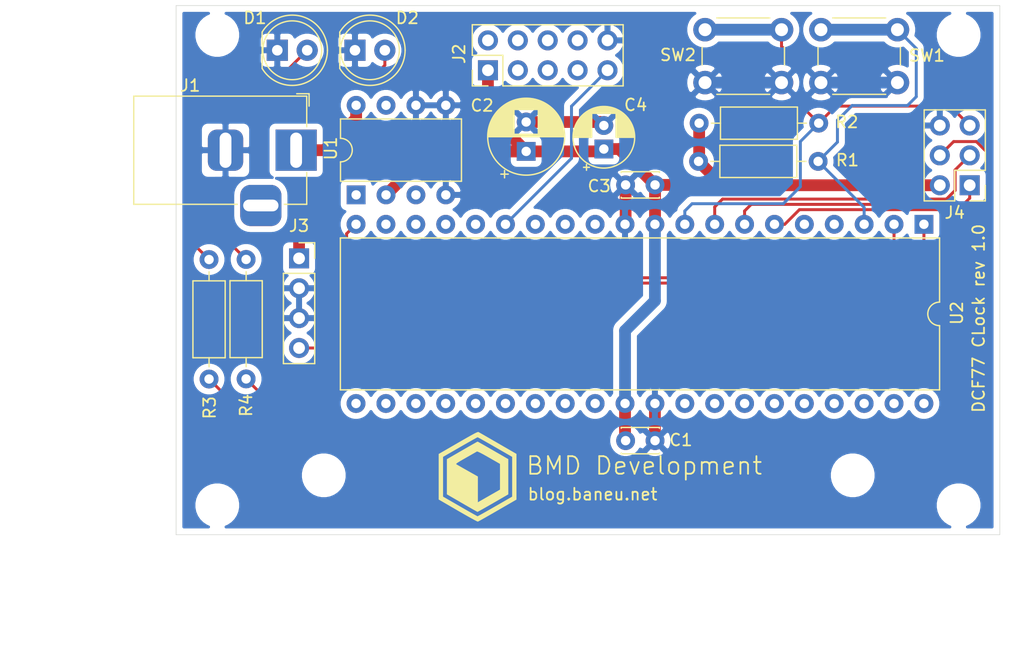
<source format=kicad_pcb>
(kicad_pcb (version 20171130) (host pcbnew 5.1.5)

  (general
    (thickness 1.6)
    (drawings 19)
    (tracks 116)
    (zones 0)
    (modules 25)
    (nets 15)
  )

  (page A4)
  (layers
    (0 F.Cu signal)
    (31 B.Cu signal)
    (32 B.Adhes user)
    (33 F.Adhes user)
    (34 B.Paste user)
    (35 F.Paste user)
    (36 B.SilkS user)
    (37 F.SilkS user)
    (38 B.Mask user)
    (39 F.Mask user)
    (40 Dwgs.User user)
    (41 Cmts.User user)
    (42 Eco1.User user)
    (43 Eco2.User user)
    (44 Edge.Cuts user)
    (45 Margin user)
    (46 B.CrtYd user)
    (47 F.CrtYd user)
    (48 B.Fab user)
    (49 F.Fab user)
  )

  (setup
    (last_trace_width 0.25)
    (user_trace_width 1)
    (trace_clearance 0.2)
    (zone_clearance 0.508)
    (zone_45_only no)
    (trace_min 0.2)
    (via_size 0.8)
    (via_drill 0.4)
    (via_min_size 0.4)
    (via_min_drill 0.3)
    (uvia_size 0.3)
    (uvia_drill 0.1)
    (uvias_allowed no)
    (uvia_min_size 0.2)
    (uvia_min_drill 0.1)
    (edge_width 0.05)
    (segment_width 0.2)
    (pcb_text_width 0.3)
    (pcb_text_size 1.5 1.5)
    (mod_edge_width 0.12)
    (mod_text_size 1 1)
    (mod_text_width 0.15)
    (pad_size 1.524 1.524)
    (pad_drill 0.762)
    (pad_to_mask_clearance 0.051)
    (solder_mask_min_width 0.25)
    (aux_axis_origin 40 80)
    (grid_origin 40 80)
    (visible_elements FFFFFF7F)
    (pcbplotparams
      (layerselection 0x010ec_ffffffff)
      (usegerberextensions false)
      (usegerberattributes true)
      (usegerberadvancedattributes false)
      (creategerberjobfile false)
      (excludeedgelayer true)
      (linewidth 0.100000)
      (plotframeref false)
      (viasonmask false)
      (mode 1)
      (useauxorigin false)
      (hpglpennumber 1)
      (hpglpenspeed 20)
      (hpglpendiameter 15.000000)
      (psnegative false)
      (psa4output false)
      (plotreference true)
      (plotvalue true)
      (plotinvisibletext false)
      (padsonsilk false)
      (subtractmaskfromsilk true)
      (outputformat 1)
      (mirror false)
      (drillshape 0)
      (scaleselection 1)
      (outputdirectory "out/"))
  )

  (net 0 "")
  (net 1 GND)
  (net 2 +5V)
  (net 3 "Net-(D1-Pad2)")
  (net 4 "Net-(D2-Pad2)")
  (net 5 "Net-(J1-Pad1)")
  (net 6 "Net-(J2-Pad9)")
  (net 7 "Net-(R3-Pad2)")
  (net 8 "Net-(R4-Pad1)")
  (net 9 SW_Light)
  (net 10 "Net-(J3-Pad4)")
  (net 11 RST)
  (net 12 MOSI)
  (net 13 SCK)
  (net 14 MISO)

  (net_class Default "This is the default net class."
    (clearance 0.2)
    (trace_width 0.25)
    (via_dia 0.8)
    (via_drill 0.4)
    (uvia_dia 0.3)
    (uvia_drill 0.1)
    (add_net +5V)
    (add_net GND)
    (add_net MISO)
    (add_net MOSI)
    (add_net "Net-(D1-Pad2)")
    (add_net "Net-(D2-Pad2)")
    (add_net "Net-(J1-Pad1)")
    (add_net "Net-(J2-Pad9)")
    (add_net "Net-(J3-Pad4)")
    (add_net "Net-(R3-Pad2)")
    (add_net "Net-(R4-Pad1)")
    (add_net RST)
    (add_net SCK)
    (add_net SW_Light)
  )

  (module atmega-dcf77-clock:kicad_icon (layer F.Cu) (tedit 5EAFD895) (tstamp 5EB02C10)
    (at 65.6 120.05)
    (fp_text reference Ref** (at 0 0) (layer F.SilkS) hide
      (effects (font (size 1.27 1.27) (thickness 0.15)))
    )
    (fp_text value Val** (at 0 0) (layer F.SilkS) hide
      (effects (font (size 1.27 1.27) (thickness 0.15)))
    )
    (fp_text user blog.baneu.net (at 9.79 1.51) (layer F.SilkS)
      (effects (font (size 1 1) (thickness 0.15)))
    )
    (fp_text user "BMD Development" (at 14.18 -0.92) (layer F.SilkS)
      (effects (font (size 1.5 1.5) (thickness 0.15)))
    )
    (fp_poly (pts (xy 0.075494 -3.342955) (xy 0.194481 -3.284145) (xy 0.369753 -3.191659) (xy 0.592937 -3.070072)
      (xy 0.855657 -2.923963) (xy 1.149541 -2.757908) (xy 1.466212 -2.576485) (xy 1.55575 -2.524756)
      (xy 3.005667 -1.685573) (xy 3.005667 1.727906) (xy 1.562163 2.56234) (xy 1.24183 2.746926)
      (xy 0.942666 2.918189) (xy 0.672981 3.071456) (xy 0.441088 3.202053) (xy 0.255297 3.305305)
      (xy 0.12392 3.376537) (xy 0.055268 3.411076) (xy 0.048746 3.413463) (xy -0.002113 3.396515)
      (xy -0.117783 3.341123) (xy -0.290071 3.251724) (xy -0.510783 3.132755) (xy -0.771726 2.988654)
      (xy -1.064708 2.823858) (xy -1.381533 2.642805) (xy -1.49225 2.578898) (xy -2.963333 1.727645)
      (xy -2.963333 -1.4605) (xy -2.537494 -1.4605) (xy -2.537399 0.021167) (xy -2.537304 1.502833)
      (xy -1.279235 2.230878) (xy -0.981651 2.40205) (xy -0.706336 2.55842) (xy -0.462065 2.695157)
      (xy -0.257617 2.80743) (xy -0.101768 2.890407) (xy -0.003295 2.939256) (xy 0.02814 2.950545)
      (xy 0.075342 2.928124) (xy 0.186989 2.868252) (xy 0.35424 2.775873) (xy 0.568256 2.655937)
      (xy 0.820194 2.51339) (xy 1.101217 2.353179) (xy 1.329067 2.2225) (xy 2.580688 1.502833)
      (xy 2.580688 -1.4605) (xy 1.327461 -2.180167) (xy 1.029863 -2.350183) (xy 0.754383 -2.505879)
      (xy 0.509892 -2.642371) (xy 0.305259 -2.754777) (xy 0.149354 -2.838213) (xy 0.051047 -2.887796)
      (xy 0.020256 -2.899833) (xy -0.028051 -2.879397) (xy -0.140712 -2.821348) (xy -0.308855 -2.730574)
      (xy -0.523611 -2.611966) (xy -0.776106 -2.470411) (xy -1.05747 -2.3108) (xy -1.285608 -2.180167)
      (xy -2.537494 -1.4605) (xy -2.963333 -1.4605) (xy -2.963333 -1.685088) (xy -1.513417 -2.524085)
      (xy -1.19195 -2.708907) (xy -0.890982 -2.879654) (xy -0.618889 -3.031744) (xy -0.384047 -3.160595)
      (xy -0.194831 -3.261626) (xy -0.059617 -3.330255) (xy 0.013219 -3.3619) (xy 0.021167 -3.36351)
      (xy 0.075494 -3.342955)) (layer F.Cu) (width 0.01))
    (fp_poly (pts (xy 1.008226 -1.649053) (xy 1.989667 -1.091084) (xy 1.989667 1.133417) (xy 1.013228 1.688542)
      (xy 0.752743 1.836254) (xy 0.517067 1.969175) (xy 0.315993 2.081839) (xy 0.15931 2.168783)
      (xy 0.056813 2.224542) (xy 0.018395 2.243667) (xy 0.013432 2.203177) (xy 0.008874 2.089083)
      (xy 0.004915 1.912447) (xy 0.001754 1.68433) (xy -0.000414 1.415795) (xy -0.001374 1.132417)
      (xy -0.002748 0.021167) (xy -0.940821 -0.511174) (xy -1.196135 -0.657277) (xy -1.425961 -0.791126)
      (xy -1.620314 -0.906715) (xy -1.769211 -0.99804) (xy -1.862669 -1.059096) (xy -1.89105 -1.082674)
      (xy -1.859438 -1.113994) (xy -1.764164 -1.179533) (xy -1.615769 -1.27274) (xy -1.424796 -1.387064)
      (xy -1.201785 -1.515956) (xy -1.112714 -1.566333) (xy -0.866399 -1.704837) (xy -0.634249 -1.835372)
      (xy -0.430315 -1.95004) (xy -0.268646 -2.04094) (xy -0.163295 -2.100171) (xy -0.147718 -2.108927)
      (xy 0.026786 -2.207021) (xy 1.008226 -1.649053)) (layer F.Cu) (width 0.01))
    (fp_poly (pts (xy 0.101332 -3.77457) (xy 0.156082 -3.74459) (xy 0.275983 -3.676744) (xy 0.452962 -3.575668)
      (xy 0.678946 -3.445998) (xy 0.94586 -3.292372) (xy 1.245633 -3.119426) (xy 1.570189 -2.931798)
      (xy 1.756833 -2.823736) (xy 3.323167 -1.91638) (xy 3.323167 1.958307) (xy 1.7145 2.889411)
      (xy 1.37649 3.084562) (xy 1.059753 3.266487) (xy 0.772072 3.430786) (xy 0.521228 3.573056)
      (xy 0.315002 3.688898) (xy 0.161177 3.773909) (xy 0.067534 3.823689) (xy 0.042333 3.835141)
      (xy -0.00643 3.817512) (xy -0.120483 3.761207) (xy -0.292132 3.670461) (xy -0.513682 3.549511)
      (xy -0.777436 3.402591) (xy -1.0757 3.233939) (xy -1.400778 3.04779) (xy -1.651 2.90305)
      (xy -3.280833 1.956334) (xy -3.280833 -1.672167) (xy -2.918402 -1.672167) (xy -2.918378 0.021167)
      (xy -2.918354 1.7145) (xy -1.469761 2.549569) (xy -1.150252 2.733237) (xy -0.853236 2.902978)
      (xy -0.586786 3.054251) (xy -0.358979 3.182517) (xy -0.177888 3.283236) (xy -0.051588 3.351867)
      (xy 0.011847 3.383871) (xy 0.017294 3.385653) (xy 0.061283 3.365421) (xy 0.170476 3.30728)
      (xy 0.336807 3.215745) (xy 0.552211 3.095333) (xy 0.808621 2.95056) (xy 1.097972 2.785943)
      (xy 1.412198 2.605999) (xy 1.50858 2.550583) (xy 2.961406 1.7145) (xy 2.961406 -1.672167)
      (xy 1.50858 -2.50825) (xy 1.188723 -2.691844) (xy 0.891543 -2.861497) (xy 0.625079 -3.01269)
      (xy 0.397366 -3.140905) (xy 0.216442 -3.241621) (xy 0.090345 -3.310321) (xy 0.02711 -3.342484)
      (xy 0.021623 -3.344334) (xy -0.021399 -3.323889) (xy -0.129672 -3.26557) (xy -0.29516 -3.173893)
      (xy -0.509825 -3.053378) (xy -0.76563 -2.908544) (xy -1.054539 -2.743908) (xy -1.368514 -2.56399)
      (xy -1.465455 -2.50825) (xy -2.918402 -1.672167) (xy -3.280833 -1.672167) (xy -3.280833 -1.914018)
      (xy -1.634334 -2.866033) (xy -1.236896 -3.095347) (xy -0.906029 -3.284965) (xy -0.635384 -3.43821)
      (xy -0.418609 -3.558406) (xy -0.249354 -3.648878) (xy -0.121269 -3.712949) (xy -0.028004 -3.753944)
      (xy 0.036792 -3.775187) (xy 0.07947 -3.780003) (xy 0.101332 -3.77457)) (layer F.SilkS) (width 0.01))
    (fp_poly (pts (xy 0.062408 -2.942891) (xy 0.168499 -2.884768) (xy 0.33086 -2.793767) (xy 0.541007 -2.674693)
      (xy 0.79046 -2.532349) (xy 1.070734 -2.37154) (xy 1.335654 -2.218846) (xy 2.624667 -1.474359)
      (xy 2.624667 1.516692) (xy 1.335654 2.261179) (xy 1.034944 2.434254) (xy 0.757207 2.592948)
      (xy 0.510991 2.732465) (xy 0.304843 2.848009) (xy 0.147313 2.934788) (xy 0.046947 2.988004)
      (xy 0.012737 3.003267) (xy -0.030567 2.982178) (xy -0.138446 2.923303) (xy -0.302331 2.831499)
      (xy -0.513653 2.711625) (xy -0.763843 2.568537) (xy -1.044332 2.407093) (xy -1.30175 2.258145)
      (xy -2.582333 1.515422) (xy -2.582333 0.021278) (xy -2.582333 -1.065968) (xy -1.805283 -1.065968)
      (xy -1.795992 -1.043671) (xy -1.78963 -1.038818) (xy -1.732557 -1.004396) (xy -1.61302 -0.934902)
      (xy -1.442326 -0.836816) (xy -1.231778 -0.71662) (xy -0.992681 -0.580795) (xy -0.836083 -0.492154)
      (xy 0.042333 0.004391) (xy 0.042333 2.195943) (xy 1.926167 1.118319) (xy 1.926167 -1.075986)
      (xy 0.973667 -1.620957) (xy 0.656197 -1.800787) (xy 0.405173 -1.938714) (xy 0.215098 -2.037477)
      (xy 0.080478 -2.099818) (xy -0.004182 -2.128477) (xy -0.042333 -2.127659) (xy -0.095892 -2.09659)
      (xy -0.211988 -2.030017) (xy -0.379549 -1.934262) (xy -0.5875 -1.815651) (xy -0.824767 -1.680506)
      (xy -0.985297 -1.589164) (xy -1.263712 -1.429949) (xy -1.475428 -1.306382) (xy -1.627943 -1.213332)
      (xy -1.728758 -1.145667) (xy -1.785371 -1.098256) (xy -1.805283 -1.065968) (xy -2.582333 -1.065968)
      (xy -2.582334 -1.472866) (xy -1.293417 -2.2181) (xy -0.993117 -2.391323) (xy -0.716181 -2.55029)
      (xy -0.471086 -2.690193) (xy -0.266314 -2.806226) (xy -0.110343 -2.893579) (xy -0.011654 -2.947447)
      (xy 0.02107 -2.963333) (xy 0.062408 -2.942891)) (layer F.SilkS) (width 0.01))
    (fp_poly (pts (xy 0.064896 -3.366196) (xy 0.172424 -3.307772) (xy 0.337331 -3.215882) (xy 0.551676 -3.095011)
      (xy 0.807516 -2.949644) (xy 1.096909 -2.784268) (xy 1.411914 -2.603367) (xy 1.529562 -2.535591)
      (xy 3.005667 -1.684515) (xy 3.005667 1.72479) (xy 1.530291 2.576895) (xy 1.207899 2.762526)
      (xy 0.907956 2.93414) (xy 0.638448 3.08725) (xy 0.40736 3.217368) (xy 0.222678 3.320005)
      (xy 0.092389 3.390674) (xy 0.024477 3.424887) (xy 0.016874 3.427417) (xy -0.026925 3.40652)
      (xy -0.135905 3.347551) (xy -0.302072 3.25503) (xy -0.517433 3.133476) (xy -0.773994 2.98741)
      (xy -1.063762 2.82135) (xy -1.378744 2.639817) (xy -1.49225 2.574164) (xy -2.963333 1.722493)
      (xy -2.963334 0.021124) (xy -2.963334 -1.4605) (xy -2.539007 -1.4605) (xy -2.538869 0.021167)
      (xy -2.538731 1.502833) (xy -1.279949 2.230976) (xy -0.982762 2.402353) (xy -0.708496 2.559493)
      (xy -0.465827 2.697504) (xy -0.263431 2.811493) (xy -0.109985 2.896569) (xy -0.014165 2.94784)
      (xy 0.01511 2.961226) (xy 0.059057 2.941268) (xy 0.167545 2.883603) (xy 0.331919 2.793073)
      (xy 0.543524 2.674521) (xy 0.793703 2.532792) (xy 1.073801 2.372727) (xy 1.316453 2.233083)
      (xy 2.581519 1.502833) (xy 2.581519 -1.4605) (xy 1.308165 -2.195541) (xy 0.948796 -2.40193)
      (xy 0.655776 -2.567666) (xy 0.423 -2.695907) (xy 0.244366 -2.789809) (xy 0.113772 -2.852532)
      (xy 0.025115 -2.887232) (xy -0.027708 -2.897067) (xy -0.041804 -2.894041) (xy -0.095967 -2.86463)
      (xy -0.214144 -2.798115) (xy -0.387063 -2.699791) (xy -0.605454 -2.574953) (xy -0.860044 -2.428897)
      (xy -1.141564 -2.266918) (xy -1.328713 -2.159) (xy -2.539007 -1.4605) (xy -2.963334 -1.4605)
      (xy -2.963334 -1.680246) (xy -1.485707 -2.533456) (xy -1.163342 -2.719169) (xy -0.863729 -2.890954)
      (xy -0.594801 -3.044322) (xy -0.36449 -3.174788) (xy -0.180731 -3.277864) (xy -0.051456 -3.349061)
      (xy 0.015402 -3.383893) (xy 0.022688 -3.386667) (xy 0.064896 -3.366196)) (layer F.Mask) (width 0.01))
    (fp_poly (pts (xy 0.069387 -2.159971) (xy 0.179689 -2.103085) (xy 0.34301 -2.015059) (xy 0.549172 -1.901441)
      (xy 0.787996 -1.767783) (xy 1.027701 -1.631952) (xy 1.989667 -1.083737) (xy 1.989667 1.12607)
      (xy 1.030443 1.674285) (xy 0.771317 1.82215) (xy 0.536007 1.955986) (xy 0.334618 2.07008)
      (xy 0.177254 2.15872) (xy 0.074021 2.216195) (xy 0.03561 2.236611) (xy 0.026111 2.199988)
      (xy 0.017534 2.089558) (xy 0.010234 1.916181) (xy 0.004567 1.690715) (xy 0.000888 1.424018)
      (xy -0.000444 1.135944) (xy -0.000888 0.021167) (xy -0.953435 -0.521832) (xy -1.20862 -0.669024)
      (xy -1.436363 -0.803703) (xy -1.627212 -0.920006) (xy -1.771713 -1.012072) (xy -1.860412 -1.074036)
      (xy -1.88464 -1.099361) (xy -1.842328 -1.13036) (xy -1.738096 -1.195183) (xy -1.584163 -1.286906)
      (xy -1.392749 -1.398602) (xy -1.176074 -1.523346) (xy -0.946357 -1.654211) (xy -0.715819 -1.784273)
      (xy -0.496677 -1.906604) (xy -0.301154 -2.01428) (xy -0.141467 -2.100374) (xy -0.029837 -2.15796)
      (xy 0.021517 -2.180114) (xy 0.022284 -2.180167) (xy 0.069387 -2.159971)) (layer F.Mask) (width 0.01))
  )

  (module Connector_PinSocket_2.54mm:PinSocket_2x05_P2.54mm_Vertical (layer B.Cu) (tedit 5EAF432C) (tstamp 5EAF6C0C)
    (at 66.5 85.5 270)
    (descr "Through hole straight socket strip, 2x05, 2.54mm pitch, double cols (from Kicad 4.0.7), script generated")
    (tags "Through hole socket strip THT 2x05 2.54mm double row")
    (path /5EB453AF)
    (fp_text reference J2 (at -1.4 2.45 90) (layer F.SilkS)
      (effects (font (size 1 1) (thickness 0.15)))
    )
    (fp_text value "LCD Module" (at -1.27 -12.93 90) (layer B.Fab)
      (effects (font (size 1 1) (thickness 0.15)) (justify mirror))
    )
    (fp_text user %R (at -1.27 -5.08 180) (layer B.Fab)
      (effects (font (size 1 1) (thickness 0.15)) (justify mirror))
    )
    (fp_line (start -4.34 -11.9) (end -4.34 1.8) (layer B.CrtYd) (width 0.05))
    (fp_line (start 1.76 -11.9) (end -4.34 -11.9) (layer B.CrtYd) (width 0.05))
    (fp_line (start 1.76 1.8) (end 1.76 -11.9) (layer B.CrtYd) (width 0.05))
    (fp_line (start -4.34 1.8) (end 1.76 1.8) (layer B.CrtYd) (width 0.05))
    (fp_line (start 0 1.33) (end 1.33 1.33) (layer F.SilkS) (width 0.12))
    (fp_line (start 1.33 1.33) (end 1.33 0) (layer F.SilkS) (width 0.12))
    (fp_line (start -1.27 1.33) (end -1.27 -1.27) (layer F.SilkS) (width 0.12))
    (fp_line (start -1.27 -1.27) (end 1.33 -1.27) (layer F.SilkS) (width 0.12))
    (fp_line (start 1.33 -1.27) (end 1.33 -11.49) (layer F.SilkS) (width 0.12))
    (fp_line (start -3.87 -11.49) (end 1.33 -11.49) (layer F.SilkS) (width 0.12))
    (fp_line (start -3.87 1.33) (end -3.87 -11.49) (layer F.SilkS) (width 0.12))
    (fp_line (start -3.87 1.33) (end -1.27 1.33) (layer F.SilkS) (width 0.12))
    (fp_line (start -3.81 -11.43) (end -3.81 1.27) (layer B.Fab) (width 0.1))
    (fp_line (start 1.27 -11.43) (end -3.81 -11.43) (layer B.Fab) (width 0.1))
    (fp_line (start 1.27 0.27) (end 1.27 -11.43) (layer B.Fab) (width 0.1))
    (fp_line (start 0.27 1.27) (end 1.27 0.27) (layer B.Fab) (width 0.1))
    (fp_line (start -3.81 1.27) (end 0.27 1.27) (layer B.Fab) (width 0.1))
    (pad 10 thru_hole oval (at -2.54 -10.16 270) (size 1.7 1.7) (drill 1) (layers *.Cu *.Mask)
      (net 1 GND))
    (pad 9 thru_hole oval (at 0 -10.16 270) (size 1.7 1.7) (drill 1) (layers *.Cu *.Mask)
      (net 6 "Net-(J2-Pad9)"))
    (pad 8 thru_hole oval (at -2.54 -7.62 270) (size 1.7 1.7) (drill 1) (layers *.Cu *.Mask))
    (pad 7 thru_hole oval (at 0 -7.62 270) (size 1.7 1.7) (drill 1) (layers *.Cu *.Mask))
    (pad 6 thru_hole oval (at -2.54 -5.08 270) (size 1.7 1.7) (drill 1) (layers *.Cu *.Mask))
    (pad 5 thru_hole oval (at 0 -5.08 270) (size 1.7 1.7) (drill 1) (layers *.Cu *.Mask))
    (pad 4 thru_hole oval (at -2.54 -2.54 270) (size 1.7 1.7) (drill 1) (layers *.Cu *.Mask))
    (pad 3 thru_hole oval (at 0 -2.54 270) (size 1.7 1.7) (drill 1) (layers *.Cu *.Mask))
    (pad 2 thru_hole oval (at -2.54 0 270) (size 1.7 1.7) (drill 1) (layers *.Cu *.Mask))
    (pad 1 thru_hole rect (at 0 0 270) (size 1.7 1.7) (drill 1) (layers *.Cu *.Mask)
      (net 2 +5V))
    (model ${KISYS3DMOD}/Connector_PinSocket_2.54mm.3dshapes/PinSocket_2x05_P2.54mm_Vertical.wrl
      (at (xyz 0 0 0))
      (scale (xyz 1 1 1))
      (rotate (xyz 0 0 0))
    )
  )

  (module Package_DIP:DIP-40_W15.24mm (layer F.Cu) (tedit 5A02E8C5) (tstamp 5EAF5929)
    (at 103.55 98.6 270)
    (descr "40-lead though-hole mounted DIP package, row spacing 15.24 mm (600 mils)")
    (tags "THT DIP DIL PDIP 2.54mm 15.24mm 600mil")
    (path /5EADDC39)
    (fp_text reference U2 (at 7.55 -2.8 90) (layer F.SilkS)
      (effects (font (size 1 1) (thickness 0.15)))
    )
    (fp_text value ATmega324PA-PU (at 5.85 24.1) (layer F.Fab)
      (effects (font (size 1 1) (thickness 0.15)))
    )
    (fp_arc (start 7.62 -1.33) (end 6.62 -1.33) (angle -180) (layer F.SilkS) (width 0.12))
    (fp_line (start 1.255 -1.27) (end 14.985 -1.27) (layer F.Fab) (width 0.1))
    (fp_line (start 14.985 -1.27) (end 14.985 49.53) (layer F.Fab) (width 0.1))
    (fp_line (start 14.985 49.53) (end 0.255 49.53) (layer F.Fab) (width 0.1))
    (fp_line (start 0.255 49.53) (end 0.255 -0.27) (layer F.Fab) (width 0.1))
    (fp_line (start 0.255 -0.27) (end 1.255 -1.27) (layer F.Fab) (width 0.1))
    (fp_line (start 6.62 -1.33) (end 1.16 -1.33) (layer F.SilkS) (width 0.12))
    (fp_line (start 1.16 -1.33) (end 1.16 49.59) (layer F.SilkS) (width 0.12))
    (fp_line (start 1.16 49.59) (end 14.08 49.59) (layer F.SilkS) (width 0.12))
    (fp_line (start 14.08 49.59) (end 14.08 -1.33) (layer F.SilkS) (width 0.12))
    (fp_line (start 14.08 -1.33) (end 8.62 -1.33) (layer F.SilkS) (width 0.12))
    (fp_line (start -1.05 -1.55) (end -1.05 49.8) (layer F.CrtYd) (width 0.05))
    (fp_line (start -1.05 49.8) (end 16.3 49.8) (layer F.CrtYd) (width 0.05))
    (fp_line (start 16.3 49.8) (end 16.3 -1.55) (layer F.CrtYd) (width 0.05))
    (fp_line (start 16.3 -1.55) (end -1.05 -1.55) (layer F.CrtYd) (width 0.05))
    (fp_text user %R (at 7.62 24.13 180) (layer F.Fab)
      (effects (font (size 1 1) (thickness 0.15)))
    )
    (pad 1 thru_hole rect (at 0 0 270) (size 1.6 1.6) (drill 0.8) (layers *.Cu *.Mask)
      (net 7 "Net-(R3-Pad2)"))
    (pad 21 thru_hole oval (at 15.24 48.26 270) (size 1.6 1.6) (drill 0.8) (layers *.Cu *.Mask))
    (pad 2 thru_hole oval (at 0 2.54 270) (size 1.6 1.6) (drill 0.8) (layers *.Cu *.Mask)
      (net 8 "Net-(R4-Pad1)"))
    (pad 22 thru_hole oval (at 15.24 45.72 270) (size 1.6 1.6) (drill 0.8) (layers *.Cu *.Mask))
    (pad 3 thru_hole oval (at 0 5.08 270) (size 1.6 1.6) (drill 0.8) (layers *.Cu *.Mask)
      (net 9 SW_Light))
    (pad 23 thru_hole oval (at 15.24 43.18 270) (size 1.6 1.6) (drill 0.8) (layers *.Cu *.Mask))
    (pad 4 thru_hole oval (at 0 7.62 270) (size 1.6 1.6) (drill 0.8) (layers *.Cu *.Mask))
    (pad 24 thru_hole oval (at 15.24 40.64 270) (size 1.6 1.6) (drill 0.8) (layers *.Cu *.Mask))
    (pad 5 thru_hole oval (at 0 10.16 270) (size 1.6 1.6) (drill 0.8) (layers *.Cu *.Mask))
    (pad 25 thru_hole oval (at 15.24 38.1 270) (size 1.6 1.6) (drill 0.8) (layers *.Cu *.Mask))
    (pad 6 thru_hole oval (at 0 12.7 270) (size 1.6 1.6) (drill 0.8) (layers *.Cu *.Mask)
      (net 12 MOSI))
    (pad 26 thru_hole oval (at 15.24 35.56 270) (size 1.6 1.6) (drill 0.8) (layers *.Cu *.Mask))
    (pad 7 thru_hole oval (at 0 15.24 270) (size 1.6 1.6) (drill 0.8) (layers *.Cu *.Mask)
      (net 14 MISO))
    (pad 27 thru_hole oval (at 15.24 33.02 270) (size 1.6 1.6) (drill 0.8) (layers *.Cu *.Mask))
    (pad 8 thru_hole oval (at 0 17.78 270) (size 1.6 1.6) (drill 0.8) (layers *.Cu *.Mask)
      (net 13 SCK))
    (pad 28 thru_hole oval (at 15.24 30.48 270) (size 1.6 1.6) (drill 0.8) (layers *.Cu *.Mask))
    (pad 9 thru_hole oval (at 0 20.32 270) (size 1.6 1.6) (drill 0.8) (layers *.Cu *.Mask)
      (net 11 RST))
    (pad 29 thru_hole oval (at 15.24 27.94 270) (size 1.6 1.6) (drill 0.8) (layers *.Cu *.Mask))
    (pad 10 thru_hole oval (at 0 22.86 270) (size 1.6 1.6) (drill 0.8) (layers *.Cu *.Mask)
      (net 2 +5V))
    (pad 30 thru_hole oval (at 15.24 25.4 270) (size 1.6 1.6) (drill 0.8) (layers *.Cu *.Mask)
      (net 2 +5V))
    (pad 11 thru_hole oval (at 0 25.4 270) (size 1.6 1.6) (drill 0.8) (layers *.Cu *.Mask)
      (net 1 GND))
    (pad 31 thru_hole oval (at 15.24 22.86 270) (size 1.6 1.6) (drill 0.8) (layers *.Cu *.Mask)
      (net 1 GND))
    (pad 12 thru_hole oval (at 0 27.94 270) (size 1.6 1.6) (drill 0.8) (layers *.Cu *.Mask))
    (pad 32 thru_hole oval (at 15.24 20.32 270) (size 1.6 1.6) (drill 0.8) (layers *.Cu *.Mask))
    (pad 13 thru_hole oval (at 0 30.48 270) (size 1.6 1.6) (drill 0.8) (layers *.Cu *.Mask))
    (pad 33 thru_hole oval (at 15.24 17.78 270) (size 1.6 1.6) (drill 0.8) (layers *.Cu *.Mask))
    (pad 14 thru_hole oval (at 0 33.02 270) (size 1.6 1.6) (drill 0.8) (layers *.Cu *.Mask))
    (pad 34 thru_hole oval (at 15.24 15.24 270) (size 1.6 1.6) (drill 0.8) (layers *.Cu *.Mask))
    (pad 15 thru_hole oval (at 0 35.56 270) (size 1.6 1.6) (drill 0.8) (layers *.Cu *.Mask)
      (net 6 "Net-(J2-Pad9)"))
    (pad 35 thru_hole oval (at 15.24 12.7 270) (size 1.6 1.6) (drill 0.8) (layers *.Cu *.Mask))
    (pad 16 thru_hole oval (at 0 38.1 270) (size 1.6 1.6) (drill 0.8) (layers *.Cu *.Mask))
    (pad 36 thru_hole oval (at 15.24 10.16 270) (size 1.6 1.6) (drill 0.8) (layers *.Cu *.Mask))
    (pad 17 thru_hole oval (at 0 40.64 270) (size 1.6 1.6) (drill 0.8) (layers *.Cu *.Mask))
    (pad 37 thru_hole oval (at 15.24 7.62 270) (size 1.6 1.6) (drill 0.8) (layers *.Cu *.Mask))
    (pad 18 thru_hole oval (at 0 43.18 270) (size 1.6 1.6) (drill 0.8) (layers *.Cu *.Mask))
    (pad 38 thru_hole oval (at 15.24 5.08 270) (size 1.6 1.6) (drill 0.8) (layers *.Cu *.Mask))
    (pad 19 thru_hole oval (at 0 45.72 270) (size 1.6 1.6) (drill 0.8) (layers *.Cu *.Mask))
    (pad 39 thru_hole oval (at 15.24 2.54 270) (size 1.6 1.6) (drill 0.8) (layers *.Cu *.Mask))
    (pad 20 thru_hole oval (at 0 48.26 270) (size 1.6 1.6) (drill 0.8) (layers *.Cu *.Mask)
      (net 10 "Net-(J3-Pad4)"))
    (pad 40 thru_hole oval (at 15.24 0 270) (size 1.6 1.6) (drill 0.8) (layers *.Cu *.Mask))
    (model ${KISYS3DMOD}/Package_DIP.3dshapes/DIP-40_W15.24mm.wrl
      (at (xyz 0 0 0))
      (scale (xyz 1 1 1))
      (rotate (xyz 0 0 0))
    )
  )

  (module Capacitor_THT:CP_Radial_D5.0mm_P2.00mm (layer F.Cu) (tedit 5AE50EF0) (tstamp 5EAFDE7B)
    (at 76.35 92.2 90)
    (descr "CP, Radial series, Radial, pin pitch=2.00mm, , diameter=5mm, Electrolytic Capacitor")
    (tags "CP Radial series Radial pin pitch 2.00mm  diameter 5mm Electrolytic Capacitor")
    (path /5EAEE81E)
    (fp_text reference C4 (at 3.75 2.7 180) (layer F.SilkS)
      (effects (font (size 1 1) (thickness 0.15)))
    )
    (fp_text value 10u (at 0.45 0.1 180) (layer F.Fab)
      (effects (font (size 1 1) (thickness 0.15)))
    )
    (fp_text user %R (at 1.95 -0.1 180) (layer F.Fab)
      (effects (font (size 1 1) (thickness 0.15)))
    )
    (fp_line (start -1.554775 -1.725) (end -1.554775 -1.225) (layer F.SilkS) (width 0.12))
    (fp_line (start -1.804775 -1.475) (end -1.304775 -1.475) (layer F.SilkS) (width 0.12))
    (fp_line (start 3.601 -0.284) (end 3.601 0.284) (layer F.SilkS) (width 0.12))
    (fp_line (start 3.561 -0.518) (end 3.561 0.518) (layer F.SilkS) (width 0.12))
    (fp_line (start 3.521 -0.677) (end 3.521 0.677) (layer F.SilkS) (width 0.12))
    (fp_line (start 3.481 -0.805) (end 3.481 0.805) (layer F.SilkS) (width 0.12))
    (fp_line (start 3.441 -0.915) (end 3.441 0.915) (layer F.SilkS) (width 0.12))
    (fp_line (start 3.401 -1.011) (end 3.401 1.011) (layer F.SilkS) (width 0.12))
    (fp_line (start 3.361 -1.098) (end 3.361 1.098) (layer F.SilkS) (width 0.12))
    (fp_line (start 3.321 -1.178) (end 3.321 1.178) (layer F.SilkS) (width 0.12))
    (fp_line (start 3.281 -1.251) (end 3.281 1.251) (layer F.SilkS) (width 0.12))
    (fp_line (start 3.241 -1.319) (end 3.241 1.319) (layer F.SilkS) (width 0.12))
    (fp_line (start 3.201 -1.383) (end 3.201 1.383) (layer F.SilkS) (width 0.12))
    (fp_line (start 3.161 -1.443) (end 3.161 1.443) (layer F.SilkS) (width 0.12))
    (fp_line (start 3.121 -1.5) (end 3.121 1.5) (layer F.SilkS) (width 0.12))
    (fp_line (start 3.081 -1.554) (end 3.081 1.554) (layer F.SilkS) (width 0.12))
    (fp_line (start 3.041 -1.605) (end 3.041 1.605) (layer F.SilkS) (width 0.12))
    (fp_line (start 3.001 1.04) (end 3.001 1.653) (layer F.SilkS) (width 0.12))
    (fp_line (start 3.001 -1.653) (end 3.001 -1.04) (layer F.SilkS) (width 0.12))
    (fp_line (start 2.961 1.04) (end 2.961 1.699) (layer F.SilkS) (width 0.12))
    (fp_line (start 2.961 -1.699) (end 2.961 -1.04) (layer F.SilkS) (width 0.12))
    (fp_line (start 2.921 1.04) (end 2.921 1.743) (layer F.SilkS) (width 0.12))
    (fp_line (start 2.921 -1.743) (end 2.921 -1.04) (layer F.SilkS) (width 0.12))
    (fp_line (start 2.881 1.04) (end 2.881 1.785) (layer F.SilkS) (width 0.12))
    (fp_line (start 2.881 -1.785) (end 2.881 -1.04) (layer F.SilkS) (width 0.12))
    (fp_line (start 2.841 1.04) (end 2.841 1.826) (layer F.SilkS) (width 0.12))
    (fp_line (start 2.841 -1.826) (end 2.841 -1.04) (layer F.SilkS) (width 0.12))
    (fp_line (start 2.801 1.04) (end 2.801 1.864) (layer F.SilkS) (width 0.12))
    (fp_line (start 2.801 -1.864) (end 2.801 -1.04) (layer F.SilkS) (width 0.12))
    (fp_line (start 2.761 1.04) (end 2.761 1.901) (layer F.SilkS) (width 0.12))
    (fp_line (start 2.761 -1.901) (end 2.761 -1.04) (layer F.SilkS) (width 0.12))
    (fp_line (start 2.721 1.04) (end 2.721 1.937) (layer F.SilkS) (width 0.12))
    (fp_line (start 2.721 -1.937) (end 2.721 -1.04) (layer F.SilkS) (width 0.12))
    (fp_line (start 2.681 1.04) (end 2.681 1.971) (layer F.SilkS) (width 0.12))
    (fp_line (start 2.681 -1.971) (end 2.681 -1.04) (layer F.SilkS) (width 0.12))
    (fp_line (start 2.641 1.04) (end 2.641 2.004) (layer F.SilkS) (width 0.12))
    (fp_line (start 2.641 -2.004) (end 2.641 -1.04) (layer F.SilkS) (width 0.12))
    (fp_line (start 2.601 1.04) (end 2.601 2.035) (layer F.SilkS) (width 0.12))
    (fp_line (start 2.601 -2.035) (end 2.601 -1.04) (layer F.SilkS) (width 0.12))
    (fp_line (start 2.561 1.04) (end 2.561 2.065) (layer F.SilkS) (width 0.12))
    (fp_line (start 2.561 -2.065) (end 2.561 -1.04) (layer F.SilkS) (width 0.12))
    (fp_line (start 2.521 1.04) (end 2.521 2.095) (layer F.SilkS) (width 0.12))
    (fp_line (start 2.521 -2.095) (end 2.521 -1.04) (layer F.SilkS) (width 0.12))
    (fp_line (start 2.481 1.04) (end 2.481 2.122) (layer F.SilkS) (width 0.12))
    (fp_line (start 2.481 -2.122) (end 2.481 -1.04) (layer F.SilkS) (width 0.12))
    (fp_line (start 2.441 1.04) (end 2.441 2.149) (layer F.SilkS) (width 0.12))
    (fp_line (start 2.441 -2.149) (end 2.441 -1.04) (layer F.SilkS) (width 0.12))
    (fp_line (start 2.401 1.04) (end 2.401 2.175) (layer F.SilkS) (width 0.12))
    (fp_line (start 2.401 -2.175) (end 2.401 -1.04) (layer F.SilkS) (width 0.12))
    (fp_line (start 2.361 1.04) (end 2.361 2.2) (layer F.SilkS) (width 0.12))
    (fp_line (start 2.361 -2.2) (end 2.361 -1.04) (layer F.SilkS) (width 0.12))
    (fp_line (start 2.321 1.04) (end 2.321 2.224) (layer F.SilkS) (width 0.12))
    (fp_line (start 2.321 -2.224) (end 2.321 -1.04) (layer F.SilkS) (width 0.12))
    (fp_line (start 2.281 1.04) (end 2.281 2.247) (layer F.SilkS) (width 0.12))
    (fp_line (start 2.281 -2.247) (end 2.281 -1.04) (layer F.SilkS) (width 0.12))
    (fp_line (start 2.241 1.04) (end 2.241 2.268) (layer F.SilkS) (width 0.12))
    (fp_line (start 2.241 -2.268) (end 2.241 -1.04) (layer F.SilkS) (width 0.12))
    (fp_line (start 2.201 1.04) (end 2.201 2.29) (layer F.SilkS) (width 0.12))
    (fp_line (start 2.201 -2.29) (end 2.201 -1.04) (layer F.SilkS) (width 0.12))
    (fp_line (start 2.161 1.04) (end 2.161 2.31) (layer F.SilkS) (width 0.12))
    (fp_line (start 2.161 -2.31) (end 2.161 -1.04) (layer F.SilkS) (width 0.12))
    (fp_line (start 2.121 1.04) (end 2.121 2.329) (layer F.SilkS) (width 0.12))
    (fp_line (start 2.121 -2.329) (end 2.121 -1.04) (layer F.SilkS) (width 0.12))
    (fp_line (start 2.081 1.04) (end 2.081 2.348) (layer F.SilkS) (width 0.12))
    (fp_line (start 2.081 -2.348) (end 2.081 -1.04) (layer F.SilkS) (width 0.12))
    (fp_line (start 2.041 1.04) (end 2.041 2.365) (layer F.SilkS) (width 0.12))
    (fp_line (start 2.041 -2.365) (end 2.041 -1.04) (layer F.SilkS) (width 0.12))
    (fp_line (start 2.001 1.04) (end 2.001 2.382) (layer F.SilkS) (width 0.12))
    (fp_line (start 2.001 -2.382) (end 2.001 -1.04) (layer F.SilkS) (width 0.12))
    (fp_line (start 1.961 1.04) (end 1.961 2.398) (layer F.SilkS) (width 0.12))
    (fp_line (start 1.961 -2.398) (end 1.961 -1.04) (layer F.SilkS) (width 0.12))
    (fp_line (start 1.921 1.04) (end 1.921 2.414) (layer F.SilkS) (width 0.12))
    (fp_line (start 1.921 -2.414) (end 1.921 -1.04) (layer F.SilkS) (width 0.12))
    (fp_line (start 1.881 1.04) (end 1.881 2.428) (layer F.SilkS) (width 0.12))
    (fp_line (start 1.881 -2.428) (end 1.881 -1.04) (layer F.SilkS) (width 0.12))
    (fp_line (start 1.841 1.04) (end 1.841 2.442) (layer F.SilkS) (width 0.12))
    (fp_line (start 1.841 -2.442) (end 1.841 -1.04) (layer F.SilkS) (width 0.12))
    (fp_line (start 1.801 1.04) (end 1.801 2.455) (layer F.SilkS) (width 0.12))
    (fp_line (start 1.801 -2.455) (end 1.801 -1.04) (layer F.SilkS) (width 0.12))
    (fp_line (start 1.761 1.04) (end 1.761 2.468) (layer F.SilkS) (width 0.12))
    (fp_line (start 1.761 -2.468) (end 1.761 -1.04) (layer F.SilkS) (width 0.12))
    (fp_line (start 1.721 1.04) (end 1.721 2.48) (layer F.SilkS) (width 0.12))
    (fp_line (start 1.721 -2.48) (end 1.721 -1.04) (layer F.SilkS) (width 0.12))
    (fp_line (start 1.68 1.04) (end 1.68 2.491) (layer F.SilkS) (width 0.12))
    (fp_line (start 1.68 -2.491) (end 1.68 -1.04) (layer F.SilkS) (width 0.12))
    (fp_line (start 1.64 1.04) (end 1.64 2.501) (layer F.SilkS) (width 0.12))
    (fp_line (start 1.64 -2.501) (end 1.64 -1.04) (layer F.SilkS) (width 0.12))
    (fp_line (start 1.6 1.04) (end 1.6 2.511) (layer F.SilkS) (width 0.12))
    (fp_line (start 1.6 -2.511) (end 1.6 -1.04) (layer F.SilkS) (width 0.12))
    (fp_line (start 1.56 1.04) (end 1.56 2.52) (layer F.SilkS) (width 0.12))
    (fp_line (start 1.56 -2.52) (end 1.56 -1.04) (layer F.SilkS) (width 0.12))
    (fp_line (start 1.52 1.04) (end 1.52 2.528) (layer F.SilkS) (width 0.12))
    (fp_line (start 1.52 -2.528) (end 1.52 -1.04) (layer F.SilkS) (width 0.12))
    (fp_line (start 1.48 1.04) (end 1.48 2.536) (layer F.SilkS) (width 0.12))
    (fp_line (start 1.48 -2.536) (end 1.48 -1.04) (layer F.SilkS) (width 0.12))
    (fp_line (start 1.44 1.04) (end 1.44 2.543) (layer F.SilkS) (width 0.12))
    (fp_line (start 1.44 -2.543) (end 1.44 -1.04) (layer F.SilkS) (width 0.12))
    (fp_line (start 1.4 1.04) (end 1.4 2.55) (layer F.SilkS) (width 0.12))
    (fp_line (start 1.4 -2.55) (end 1.4 -1.04) (layer F.SilkS) (width 0.12))
    (fp_line (start 1.36 1.04) (end 1.36 2.556) (layer F.SilkS) (width 0.12))
    (fp_line (start 1.36 -2.556) (end 1.36 -1.04) (layer F.SilkS) (width 0.12))
    (fp_line (start 1.32 1.04) (end 1.32 2.561) (layer F.SilkS) (width 0.12))
    (fp_line (start 1.32 -2.561) (end 1.32 -1.04) (layer F.SilkS) (width 0.12))
    (fp_line (start 1.28 1.04) (end 1.28 2.565) (layer F.SilkS) (width 0.12))
    (fp_line (start 1.28 -2.565) (end 1.28 -1.04) (layer F.SilkS) (width 0.12))
    (fp_line (start 1.24 1.04) (end 1.24 2.569) (layer F.SilkS) (width 0.12))
    (fp_line (start 1.24 -2.569) (end 1.24 -1.04) (layer F.SilkS) (width 0.12))
    (fp_line (start 1.2 1.04) (end 1.2 2.573) (layer F.SilkS) (width 0.12))
    (fp_line (start 1.2 -2.573) (end 1.2 -1.04) (layer F.SilkS) (width 0.12))
    (fp_line (start 1.16 1.04) (end 1.16 2.576) (layer F.SilkS) (width 0.12))
    (fp_line (start 1.16 -2.576) (end 1.16 -1.04) (layer F.SilkS) (width 0.12))
    (fp_line (start 1.12 1.04) (end 1.12 2.578) (layer F.SilkS) (width 0.12))
    (fp_line (start 1.12 -2.578) (end 1.12 -1.04) (layer F.SilkS) (width 0.12))
    (fp_line (start 1.08 1.04) (end 1.08 2.579) (layer F.SilkS) (width 0.12))
    (fp_line (start 1.08 -2.579) (end 1.08 -1.04) (layer F.SilkS) (width 0.12))
    (fp_line (start 1.04 -2.58) (end 1.04 -1.04) (layer F.SilkS) (width 0.12))
    (fp_line (start 1.04 1.04) (end 1.04 2.58) (layer F.SilkS) (width 0.12))
    (fp_line (start 1 -2.58) (end 1 -1.04) (layer F.SilkS) (width 0.12))
    (fp_line (start 1 1.04) (end 1 2.58) (layer F.SilkS) (width 0.12))
    (fp_line (start -0.883605 -1.3375) (end -0.883605 -0.8375) (layer F.Fab) (width 0.1))
    (fp_line (start -1.133605 -1.0875) (end -0.633605 -1.0875) (layer F.Fab) (width 0.1))
    (fp_circle (center 1 0) (end 3.75 0) (layer F.CrtYd) (width 0.05))
    (fp_circle (center 1 0) (end 3.62 0) (layer F.SilkS) (width 0.12))
    (fp_circle (center 1 0) (end 3.5 0) (layer F.Fab) (width 0.1))
    (pad 2 thru_hole circle (at 2 0 90) (size 1.6 1.6) (drill 0.8) (layers *.Cu *.Mask)
      (net 1 GND))
    (pad 1 thru_hole rect (at 0 0 90) (size 1.6 1.6) (drill 0.8) (layers *.Cu *.Mask)
      (net 2 +5V))
    (model ${KISYS3DMOD}/Capacitor_THT.3dshapes/CP_Radial_D5.0mm_P2.00mm.wrl
      (at (xyz 0 0 0))
      (scale (xyz 1 1 1))
      (rotate (xyz 0 0 0))
    )
  )

  (module Connector_PinHeader_2.54mm:PinHeader_2x03_P2.54mm_Vertical (layer F.Cu) (tedit 59FED5CC) (tstamp 5EAF3C38)
    (at 107.44 95.28 180)
    (descr "Through hole straight pin header, 2x03, 2.54mm pitch, double rows")
    (tags "Through hole pin header THT 2x03 2.54mm double row")
    (path /5EB1C5E4)
    (fp_text reference J4 (at 1.27 -2.33) (layer F.SilkS)
      (effects (font (size 1 1) (thickness 0.15)))
    )
    (fp_text value Conn_02x03_Odd_Even (at 2.79 2.28 90) (layer F.Fab)
      (effects (font (size 1 1) (thickness 0.15)))
    )
    (fp_text user %R (at 0.34 2.38 90) (layer F.Fab)
      (effects (font (size 1 1) (thickness 0.15)))
    )
    (fp_line (start 4.35 -1.8) (end -1.8 -1.8) (layer F.CrtYd) (width 0.05))
    (fp_line (start 4.35 6.85) (end 4.35 -1.8) (layer F.CrtYd) (width 0.05))
    (fp_line (start -1.8 6.85) (end 4.35 6.85) (layer F.CrtYd) (width 0.05))
    (fp_line (start -1.8 -1.8) (end -1.8 6.85) (layer F.CrtYd) (width 0.05))
    (fp_line (start -1.33 -1.33) (end 0 -1.33) (layer F.SilkS) (width 0.12))
    (fp_line (start -1.33 0) (end -1.33 -1.33) (layer F.SilkS) (width 0.12))
    (fp_line (start 1.27 -1.33) (end 3.87 -1.33) (layer F.SilkS) (width 0.12))
    (fp_line (start 1.27 1.27) (end 1.27 -1.33) (layer F.SilkS) (width 0.12))
    (fp_line (start -1.33 1.27) (end 1.27 1.27) (layer F.SilkS) (width 0.12))
    (fp_line (start 3.87 -1.33) (end 3.87 6.41) (layer F.SilkS) (width 0.12))
    (fp_line (start -1.33 1.27) (end -1.33 6.41) (layer F.SilkS) (width 0.12))
    (fp_line (start -1.33 6.41) (end 3.87 6.41) (layer F.SilkS) (width 0.12))
    (fp_line (start -1.27 0) (end 0 -1.27) (layer F.Fab) (width 0.1))
    (fp_line (start -1.27 6.35) (end -1.27 0) (layer F.Fab) (width 0.1))
    (fp_line (start 3.81 6.35) (end -1.27 6.35) (layer F.Fab) (width 0.1))
    (fp_line (start 3.81 -1.27) (end 3.81 6.35) (layer F.Fab) (width 0.1))
    (fp_line (start 0 -1.27) (end 3.81 -1.27) (layer F.Fab) (width 0.1))
    (pad 6 thru_hole oval (at 2.54 5.08 180) (size 1.7 1.7) (drill 1) (layers *.Cu *.Mask)
      (net 1 GND))
    (pad 5 thru_hole oval (at 0 5.08 180) (size 1.7 1.7) (drill 1) (layers *.Cu *.Mask)
      (net 11 RST))
    (pad 4 thru_hole oval (at 2.54 2.54 180) (size 1.7 1.7) (drill 1) (layers *.Cu *.Mask)
      (net 12 MOSI))
    (pad 3 thru_hole oval (at 0 2.54 180) (size 1.7 1.7) (drill 1) (layers *.Cu *.Mask)
      (net 13 SCK))
    (pad 2 thru_hole oval (at 2.54 0 180) (size 1.7 1.7) (drill 1) (layers *.Cu *.Mask)
      (net 2 +5V))
    (pad 1 thru_hole rect (at 0 0 180) (size 1.7 1.7) (drill 1) (layers *.Cu *.Mask)
      (net 14 MISO))
    (model ${KISYS3DMOD}/Connector_PinHeader_2.54mm.3dshapes/PinHeader_2x03_P2.54mm_Vertical.wrl
      (at (xyz 0 0 0))
      (scale (xyz 1 1 1))
      (rotate (xyz 0 0 0))
    )
  )

  (module Capacitor_THT:C_Disc_D3.0mm_W2.0mm_P2.50mm (layer F.Cu) (tedit 5AE50EF0) (tstamp 5EAF5C82)
    (at 80.7 95.25 180)
    (descr "C, Disc series, Radial, pin pitch=2.50mm, , diameter*width=3*2mm^2, Capacitor")
    (tags "C Disc series Radial pin pitch 2.50mm  diameter 3mm width 2mm Capacitor")
    (path /5EAE999E)
    (fp_text reference C3 (at 4.75 -0.1) (layer F.SilkS)
      (effects (font (size 1 1) (thickness 0.15)))
    )
    (fp_text value 100n (at -2.35 -0.05) (layer F.Fab)
      (effects (font (size 1 1) (thickness 0.15)))
    )
    (fp_text user %R (at 1.25 0) (layer F.Fab)
      (effects (font (size 0.6 0.6) (thickness 0.09)))
    )
    (fp_line (start 3.55 -1.25) (end -1.05 -1.25) (layer F.CrtYd) (width 0.05))
    (fp_line (start 3.55 1.25) (end 3.55 -1.25) (layer F.CrtYd) (width 0.05))
    (fp_line (start -1.05 1.25) (end 3.55 1.25) (layer F.CrtYd) (width 0.05))
    (fp_line (start -1.05 -1.25) (end -1.05 1.25) (layer F.CrtYd) (width 0.05))
    (fp_line (start 2.87 1.055) (end 2.87 1.12) (layer F.SilkS) (width 0.12))
    (fp_line (start 2.87 -1.12) (end 2.87 -1.055) (layer F.SilkS) (width 0.12))
    (fp_line (start -0.37 1.055) (end -0.37 1.12) (layer F.SilkS) (width 0.12))
    (fp_line (start -0.37 -1.12) (end -0.37 -1.055) (layer F.SilkS) (width 0.12))
    (fp_line (start -0.37 1.12) (end 2.87 1.12) (layer F.SilkS) (width 0.12))
    (fp_line (start -0.37 -1.12) (end 2.87 -1.12) (layer F.SilkS) (width 0.12))
    (fp_line (start 2.75 -1) (end -0.25 -1) (layer F.Fab) (width 0.1))
    (fp_line (start 2.75 1) (end 2.75 -1) (layer F.Fab) (width 0.1))
    (fp_line (start -0.25 1) (end 2.75 1) (layer F.Fab) (width 0.1))
    (fp_line (start -0.25 -1) (end -0.25 1) (layer F.Fab) (width 0.1))
    (pad 2 thru_hole circle (at 2.5 0 180) (size 1.6 1.6) (drill 0.8) (layers *.Cu *.Mask)
      (net 1 GND))
    (pad 1 thru_hole circle (at 0 0 180) (size 1.6 1.6) (drill 0.8) (layers *.Cu *.Mask)
      (net 2 +5V))
    (model ${KISYS3DMOD}/Capacitor_THT.3dshapes/C_Disc_D3.0mm_W2.0mm_P2.50mm.wrl
      (at (xyz 0 0 0))
      (scale (xyz 1 1 1))
      (rotate (xyz 0 0 0))
    )
  )

  (module Capacitor_THT:C_Disc_D3.0mm_W2.0mm_P2.50mm (layer F.Cu) (tedit 5AE50EF0) (tstamp 5EB036F4)
    (at 78.2 117)
    (descr "C, Disc series, Radial, pin pitch=2.50mm, , diameter*width=3*2mm^2, Capacitor")
    (tags "C Disc series Radial pin pitch 2.50mm  diameter 3mm width 2mm Capacitor")
    (path /5EAEB0F5)
    (fp_text reference C1 (at 4.7 -0.05) (layer F.SilkS)
      (effects (font (size 1 1) (thickness 0.15)))
    )
    (fp_text value 100n (at 4.8 -0.05) (layer F.Fab)
      (effects (font (size 1 1) (thickness 0.15)))
    )
    (fp_text user %R (at 1.25 0) (layer F.Fab)
      (effects (font (size 0.6 0.6) (thickness 0.09)))
    )
    (fp_line (start 3.55 -1.25) (end -1.05 -1.25) (layer F.CrtYd) (width 0.05))
    (fp_line (start 3.55 1.25) (end 3.55 -1.25) (layer F.CrtYd) (width 0.05))
    (fp_line (start -1.05 1.25) (end 3.55 1.25) (layer F.CrtYd) (width 0.05))
    (fp_line (start -1.05 -1.25) (end -1.05 1.25) (layer F.CrtYd) (width 0.05))
    (fp_line (start 2.87 1.055) (end 2.87 1.12) (layer F.SilkS) (width 0.12))
    (fp_line (start 2.87 -1.12) (end 2.87 -1.055) (layer F.SilkS) (width 0.12))
    (fp_line (start -0.37 1.055) (end -0.37 1.12) (layer F.SilkS) (width 0.12))
    (fp_line (start -0.37 -1.12) (end -0.37 -1.055) (layer F.SilkS) (width 0.12))
    (fp_line (start -0.37 1.12) (end 2.87 1.12) (layer F.SilkS) (width 0.12))
    (fp_line (start -0.37 -1.12) (end 2.87 -1.12) (layer F.SilkS) (width 0.12))
    (fp_line (start 2.75 -1) (end -0.25 -1) (layer F.Fab) (width 0.1))
    (fp_line (start 2.75 1) (end 2.75 -1) (layer F.Fab) (width 0.1))
    (fp_line (start -0.25 1) (end 2.75 1) (layer F.Fab) (width 0.1))
    (fp_line (start -0.25 -1) (end -0.25 1) (layer F.Fab) (width 0.1))
    (pad 2 thru_hole circle (at 2.5 0) (size 1.6 1.6) (drill 0.8) (layers *.Cu *.Mask)
      (net 1 GND))
    (pad 1 thru_hole circle (at 0 0) (size 1.6 1.6) (drill 0.8) (layers *.Cu *.Mask)
      (net 2 +5V))
    (model ${KISYS3DMOD}/Capacitor_THT.3dshapes/C_Disc_D3.0mm_W2.0mm_P2.50mm.wrl
      (at (xyz 0 0 0))
      (scale (xyz 1 1 1))
      (rotate (xyz 0 0 0))
    )
  )

  (module MountingHole:MountingHole_2.7mm_M2.5 (layer F.Cu) (tedit 56D1B4CB) (tstamp 5EAF4E89)
    (at 52.55 119.95)
    (descr "Mounting Hole 2.7mm, no annular, M2.5")
    (tags "mounting hole 2.7mm no annular m2.5")
    (attr virtual)
    (fp_text reference REF** (at 0 -3.7) (layer F.SilkS) hide
      (effects (font (size 1 1) (thickness 0.15)))
    )
    (fp_text value MountingHole_2.7mm_M2.5 (at 0 3.7) (layer F.Fab) hide
      (effects (font (size 1 1) (thickness 0.15)))
    )
    (fp_circle (center 0 0) (end 2.95 0) (layer F.CrtYd) (width 0.05))
    (fp_circle (center 0 0) (end 2.7 0) (layer Cmts.User) (width 0.15))
    (fp_text user %R (at 0.3 0) (layer F.Fab) hide
      (effects (font (size 1 1) (thickness 0.15)))
    )
    (pad 1 np_thru_hole circle (at 0 0) (size 2.7 2.7) (drill 2.7) (layers *.Cu *.Mask))
  )

  (module MountingHole:MountingHole_2.7mm_M2.5 (layer F.Cu) (tedit 56D1B4CB) (tstamp 5EAF4D56)
    (at 97.5 119.95)
    (descr "Mounting Hole 2.7mm, no annular, M2.5")
    (tags "mounting hole 2.7mm no annular m2.5")
    (attr virtual)
    (fp_text reference REF** (at 0 -3.7) (layer F.SilkS) hide
      (effects (font (size 1 1) (thickness 0.15)))
    )
    (fp_text value MountingHole_2.7mm_M2.5 (at 0 3.7) (layer F.Fab) hide
      (effects (font (size 1 1) (thickness 0.15)))
    )
    (fp_circle (center 0 0) (end 2.95 0) (layer F.CrtYd) (width 0.05))
    (fp_circle (center 0 0) (end 2.7 0) (layer Cmts.User) (width 0.15))
    (fp_text user %R (at 0.3 0) (layer F.Fab) hide
      (effects (font (size 1 1) (thickness 0.15)))
    )
    (pad 1 np_thru_hole circle (at 0 0) (size 2.7 2.7) (drill 2.7) (layers *.Cu *.Mask))
  )

  (module MountingHole:MountingHole_2.7mm_M2.5 (layer F.Cu) (tedit 56D1B4CB) (tstamp 5EAF037D)
    (at 106.5 122.5)
    (descr "Mounting Hole 2.7mm, no annular, M2.5")
    (tags "mounting hole 2.7mm no annular m2.5")
    (attr virtual)
    (fp_text reference REF** (at 0 -3.7) (layer F.SilkS) hide
      (effects (font (size 1 1) (thickness 0.15)))
    )
    (fp_text value MountingHole_2.7mm_M2.5 (at 0 3.7) (layer F.Fab) hide
      (effects (font (size 1 1) (thickness 0.15)))
    )
    (fp_circle (center 0 0) (end 2.95 0) (layer F.CrtYd) (width 0.05))
    (fp_circle (center 0 0) (end 2.7 0) (layer Cmts.User) (width 0.15))
    (fp_text user %R (at 0.3 0) (layer F.Fab) hide
      (effects (font (size 1 1) (thickness 0.15)))
    )
    (pad 1 np_thru_hole circle (at 0 0) (size 2.7 2.7) (drill 2.7) (layers *.Cu *.Mask))
  )

  (module MountingHole:MountingHole_2.7mm_M2.5 (layer F.Cu) (tedit 56D1B4CB) (tstamp 5EAF025D)
    (at 43.5 82.5)
    (descr "Mounting Hole 2.7mm, no annular, M2.5")
    (tags "mounting hole 2.7mm no annular m2.5")
    (attr virtual)
    (fp_text reference REF** (at 0 -3.7) (layer F.SilkS) hide
      (effects (font (size 1 1) (thickness 0.15)))
    )
    (fp_text value MountingHole_2.7mm_M2.5 (at 0 3.7) (layer F.Fab) hide
      (effects (font (size 1 1) (thickness 0.15)))
    )
    (fp_circle (center 0 0) (end 2.95 0) (layer F.CrtYd) (width 0.05))
    (fp_circle (center 0 0) (end 2.7 0) (layer Cmts.User) (width 0.15))
    (fp_text user %R (at 0.3 0) (layer F.Fab) hide
      (effects (font (size 1 1) (thickness 0.15)))
    )
    (pad 1 np_thru_hole circle (at 0 0) (size 2.7 2.7) (drill 2.7) (layers *.Cu *.Mask))
  )

  (module MountingHole:MountingHole_2.7mm_M2.5 (layer F.Cu) (tedit 56D1B4CB) (tstamp 5EAF00B1)
    (at 43.5 122.5)
    (descr "Mounting Hole 2.7mm, no annular, M2.5")
    (tags "mounting hole 2.7mm no annular m2.5")
    (attr virtual)
    (fp_text reference REF** (at 0 -3.7) (layer F.SilkS) hide
      (effects (font (size 1 1) (thickness 0.15)))
    )
    (fp_text value MountingHole_2.7mm_M2.5 (at 0 3.7) (layer F.Fab) hide
      (effects (font (size 1 1) (thickness 0.15)))
    )
    (fp_circle (center 0 0) (end 2.95 0) (layer F.CrtYd) (width 0.05))
    (fp_circle (center 0 0) (end 2.7 0) (layer Cmts.User) (width 0.15))
    (fp_text user %R (at 0.3 0) (layer F.Fab) hide
      (effects (font (size 1 1) (thickness 0.15)))
    )
    (pad 1 np_thru_hole circle (at 0 0) (size 2.7 2.7) (drill 2.7) (layers *.Cu *.Mask))
  )

  (module MountingHole:MountingHole_2.7mm_M2.5 (layer F.Cu) (tedit 56D1B4CB) (tstamp 5EAF0546)
    (at 106.5 82.5)
    (descr "Mounting Hole 2.7mm, no annular, M2.5")
    (tags "mounting hole 2.7mm no annular m2.5")
    (attr virtual)
    (fp_text reference REF** (at 0 -3.7) (layer F.SilkS) hide
      (effects (font (size 1 1) (thickness 0.15)))
    )
    (fp_text value MountingHole_2.7mm_M2.5 (at 0 3.7) (layer F.Fab) hide
      (effects (font (size 1 1) (thickness 0.15)))
    )
    (fp_circle (center 0 0) (end 2.95 0) (layer F.CrtYd) (width 0.05))
    (fp_circle (center 0 0) (end 2.7 0) (layer Cmts.User) (width 0.15))
    (fp_text user %R (at 0.3 0) (layer F.Fab) hide
      (effects (font (size 1 1) (thickness 0.15)))
    )
    (pad 1 np_thru_hole circle (at 0 0) (size 2.7 2.7) (drill 2.7) (layers *.Cu *.Mask))
  )

  (module Capacitor_THT:CP_Radial_D6.3mm_P2.50mm (layer F.Cu) (tedit 5AE50EF0) (tstamp 5EAF57FC)
    (at 69.75 92.4 90)
    (descr "CP, Radial series, Radial, pin pitch=2.50mm, , diameter=6.3mm, Electrolytic Capacitor")
    (tags "CP Radial series Radial pin pitch 2.50mm  diameter 6.3mm Electrolytic Capacitor")
    (path /5EAE78B2)
    (fp_text reference C2 (at 3.9 -3.75 180) (layer F.SilkS)
      (effects (font (size 1 1) (thickness 0.15)))
    )
    (fp_text value 100u (at 0.8 0.1 180) (layer F.Fab)
      (effects (font (size 1 1) (thickness 0.15)))
    )
    (fp_text user %R (at 2.6 -0.1 180) (layer F.Fab)
      (effects (font (size 1 1) (thickness 0.15)))
    )
    (fp_line (start -1.935241 -2.154) (end -1.935241 -1.524) (layer F.SilkS) (width 0.12))
    (fp_line (start -2.250241 -1.839) (end -1.620241 -1.839) (layer F.SilkS) (width 0.12))
    (fp_line (start 4.491 -0.402) (end 4.491 0.402) (layer F.SilkS) (width 0.12))
    (fp_line (start 4.451 -0.633) (end 4.451 0.633) (layer F.SilkS) (width 0.12))
    (fp_line (start 4.411 -0.802) (end 4.411 0.802) (layer F.SilkS) (width 0.12))
    (fp_line (start 4.371 -0.94) (end 4.371 0.94) (layer F.SilkS) (width 0.12))
    (fp_line (start 4.331 -1.059) (end 4.331 1.059) (layer F.SilkS) (width 0.12))
    (fp_line (start 4.291 -1.165) (end 4.291 1.165) (layer F.SilkS) (width 0.12))
    (fp_line (start 4.251 -1.262) (end 4.251 1.262) (layer F.SilkS) (width 0.12))
    (fp_line (start 4.211 -1.35) (end 4.211 1.35) (layer F.SilkS) (width 0.12))
    (fp_line (start 4.171 -1.432) (end 4.171 1.432) (layer F.SilkS) (width 0.12))
    (fp_line (start 4.131 -1.509) (end 4.131 1.509) (layer F.SilkS) (width 0.12))
    (fp_line (start 4.091 -1.581) (end 4.091 1.581) (layer F.SilkS) (width 0.12))
    (fp_line (start 4.051 -1.65) (end 4.051 1.65) (layer F.SilkS) (width 0.12))
    (fp_line (start 4.011 -1.714) (end 4.011 1.714) (layer F.SilkS) (width 0.12))
    (fp_line (start 3.971 -1.776) (end 3.971 1.776) (layer F.SilkS) (width 0.12))
    (fp_line (start 3.931 -1.834) (end 3.931 1.834) (layer F.SilkS) (width 0.12))
    (fp_line (start 3.891 -1.89) (end 3.891 1.89) (layer F.SilkS) (width 0.12))
    (fp_line (start 3.851 -1.944) (end 3.851 1.944) (layer F.SilkS) (width 0.12))
    (fp_line (start 3.811 -1.995) (end 3.811 1.995) (layer F.SilkS) (width 0.12))
    (fp_line (start 3.771 -2.044) (end 3.771 2.044) (layer F.SilkS) (width 0.12))
    (fp_line (start 3.731 -2.092) (end 3.731 2.092) (layer F.SilkS) (width 0.12))
    (fp_line (start 3.691 -2.137) (end 3.691 2.137) (layer F.SilkS) (width 0.12))
    (fp_line (start 3.651 -2.182) (end 3.651 2.182) (layer F.SilkS) (width 0.12))
    (fp_line (start 3.611 -2.224) (end 3.611 2.224) (layer F.SilkS) (width 0.12))
    (fp_line (start 3.571 -2.265) (end 3.571 2.265) (layer F.SilkS) (width 0.12))
    (fp_line (start 3.531 1.04) (end 3.531 2.305) (layer F.SilkS) (width 0.12))
    (fp_line (start 3.531 -2.305) (end 3.531 -1.04) (layer F.SilkS) (width 0.12))
    (fp_line (start 3.491 1.04) (end 3.491 2.343) (layer F.SilkS) (width 0.12))
    (fp_line (start 3.491 -2.343) (end 3.491 -1.04) (layer F.SilkS) (width 0.12))
    (fp_line (start 3.451 1.04) (end 3.451 2.38) (layer F.SilkS) (width 0.12))
    (fp_line (start 3.451 -2.38) (end 3.451 -1.04) (layer F.SilkS) (width 0.12))
    (fp_line (start 3.411 1.04) (end 3.411 2.416) (layer F.SilkS) (width 0.12))
    (fp_line (start 3.411 -2.416) (end 3.411 -1.04) (layer F.SilkS) (width 0.12))
    (fp_line (start 3.371 1.04) (end 3.371 2.45) (layer F.SilkS) (width 0.12))
    (fp_line (start 3.371 -2.45) (end 3.371 -1.04) (layer F.SilkS) (width 0.12))
    (fp_line (start 3.331 1.04) (end 3.331 2.484) (layer F.SilkS) (width 0.12))
    (fp_line (start 3.331 -2.484) (end 3.331 -1.04) (layer F.SilkS) (width 0.12))
    (fp_line (start 3.291 1.04) (end 3.291 2.516) (layer F.SilkS) (width 0.12))
    (fp_line (start 3.291 -2.516) (end 3.291 -1.04) (layer F.SilkS) (width 0.12))
    (fp_line (start 3.251 1.04) (end 3.251 2.548) (layer F.SilkS) (width 0.12))
    (fp_line (start 3.251 -2.548) (end 3.251 -1.04) (layer F.SilkS) (width 0.12))
    (fp_line (start 3.211 1.04) (end 3.211 2.578) (layer F.SilkS) (width 0.12))
    (fp_line (start 3.211 -2.578) (end 3.211 -1.04) (layer F.SilkS) (width 0.12))
    (fp_line (start 3.171 1.04) (end 3.171 2.607) (layer F.SilkS) (width 0.12))
    (fp_line (start 3.171 -2.607) (end 3.171 -1.04) (layer F.SilkS) (width 0.12))
    (fp_line (start 3.131 1.04) (end 3.131 2.636) (layer F.SilkS) (width 0.12))
    (fp_line (start 3.131 -2.636) (end 3.131 -1.04) (layer F.SilkS) (width 0.12))
    (fp_line (start 3.091 1.04) (end 3.091 2.664) (layer F.SilkS) (width 0.12))
    (fp_line (start 3.091 -2.664) (end 3.091 -1.04) (layer F.SilkS) (width 0.12))
    (fp_line (start 3.051 1.04) (end 3.051 2.69) (layer F.SilkS) (width 0.12))
    (fp_line (start 3.051 -2.69) (end 3.051 -1.04) (layer F.SilkS) (width 0.12))
    (fp_line (start 3.011 1.04) (end 3.011 2.716) (layer F.SilkS) (width 0.12))
    (fp_line (start 3.011 -2.716) (end 3.011 -1.04) (layer F.SilkS) (width 0.12))
    (fp_line (start 2.971 1.04) (end 2.971 2.742) (layer F.SilkS) (width 0.12))
    (fp_line (start 2.971 -2.742) (end 2.971 -1.04) (layer F.SilkS) (width 0.12))
    (fp_line (start 2.931 1.04) (end 2.931 2.766) (layer F.SilkS) (width 0.12))
    (fp_line (start 2.931 -2.766) (end 2.931 -1.04) (layer F.SilkS) (width 0.12))
    (fp_line (start 2.891 1.04) (end 2.891 2.79) (layer F.SilkS) (width 0.12))
    (fp_line (start 2.891 -2.79) (end 2.891 -1.04) (layer F.SilkS) (width 0.12))
    (fp_line (start 2.851 1.04) (end 2.851 2.812) (layer F.SilkS) (width 0.12))
    (fp_line (start 2.851 -2.812) (end 2.851 -1.04) (layer F.SilkS) (width 0.12))
    (fp_line (start 2.811 1.04) (end 2.811 2.834) (layer F.SilkS) (width 0.12))
    (fp_line (start 2.811 -2.834) (end 2.811 -1.04) (layer F.SilkS) (width 0.12))
    (fp_line (start 2.771 1.04) (end 2.771 2.856) (layer F.SilkS) (width 0.12))
    (fp_line (start 2.771 -2.856) (end 2.771 -1.04) (layer F.SilkS) (width 0.12))
    (fp_line (start 2.731 1.04) (end 2.731 2.876) (layer F.SilkS) (width 0.12))
    (fp_line (start 2.731 -2.876) (end 2.731 -1.04) (layer F.SilkS) (width 0.12))
    (fp_line (start 2.691 1.04) (end 2.691 2.896) (layer F.SilkS) (width 0.12))
    (fp_line (start 2.691 -2.896) (end 2.691 -1.04) (layer F.SilkS) (width 0.12))
    (fp_line (start 2.651 1.04) (end 2.651 2.916) (layer F.SilkS) (width 0.12))
    (fp_line (start 2.651 -2.916) (end 2.651 -1.04) (layer F.SilkS) (width 0.12))
    (fp_line (start 2.611 1.04) (end 2.611 2.934) (layer F.SilkS) (width 0.12))
    (fp_line (start 2.611 -2.934) (end 2.611 -1.04) (layer F.SilkS) (width 0.12))
    (fp_line (start 2.571 1.04) (end 2.571 2.952) (layer F.SilkS) (width 0.12))
    (fp_line (start 2.571 -2.952) (end 2.571 -1.04) (layer F.SilkS) (width 0.12))
    (fp_line (start 2.531 1.04) (end 2.531 2.97) (layer F.SilkS) (width 0.12))
    (fp_line (start 2.531 -2.97) (end 2.531 -1.04) (layer F.SilkS) (width 0.12))
    (fp_line (start 2.491 1.04) (end 2.491 2.986) (layer F.SilkS) (width 0.12))
    (fp_line (start 2.491 -2.986) (end 2.491 -1.04) (layer F.SilkS) (width 0.12))
    (fp_line (start 2.451 1.04) (end 2.451 3.002) (layer F.SilkS) (width 0.12))
    (fp_line (start 2.451 -3.002) (end 2.451 -1.04) (layer F.SilkS) (width 0.12))
    (fp_line (start 2.411 1.04) (end 2.411 3.018) (layer F.SilkS) (width 0.12))
    (fp_line (start 2.411 -3.018) (end 2.411 -1.04) (layer F.SilkS) (width 0.12))
    (fp_line (start 2.371 1.04) (end 2.371 3.033) (layer F.SilkS) (width 0.12))
    (fp_line (start 2.371 -3.033) (end 2.371 -1.04) (layer F.SilkS) (width 0.12))
    (fp_line (start 2.331 1.04) (end 2.331 3.047) (layer F.SilkS) (width 0.12))
    (fp_line (start 2.331 -3.047) (end 2.331 -1.04) (layer F.SilkS) (width 0.12))
    (fp_line (start 2.291 1.04) (end 2.291 3.061) (layer F.SilkS) (width 0.12))
    (fp_line (start 2.291 -3.061) (end 2.291 -1.04) (layer F.SilkS) (width 0.12))
    (fp_line (start 2.251 1.04) (end 2.251 3.074) (layer F.SilkS) (width 0.12))
    (fp_line (start 2.251 -3.074) (end 2.251 -1.04) (layer F.SilkS) (width 0.12))
    (fp_line (start 2.211 1.04) (end 2.211 3.086) (layer F.SilkS) (width 0.12))
    (fp_line (start 2.211 -3.086) (end 2.211 -1.04) (layer F.SilkS) (width 0.12))
    (fp_line (start 2.171 1.04) (end 2.171 3.098) (layer F.SilkS) (width 0.12))
    (fp_line (start 2.171 -3.098) (end 2.171 -1.04) (layer F.SilkS) (width 0.12))
    (fp_line (start 2.131 1.04) (end 2.131 3.11) (layer F.SilkS) (width 0.12))
    (fp_line (start 2.131 -3.11) (end 2.131 -1.04) (layer F.SilkS) (width 0.12))
    (fp_line (start 2.091 1.04) (end 2.091 3.121) (layer F.SilkS) (width 0.12))
    (fp_line (start 2.091 -3.121) (end 2.091 -1.04) (layer F.SilkS) (width 0.12))
    (fp_line (start 2.051 1.04) (end 2.051 3.131) (layer F.SilkS) (width 0.12))
    (fp_line (start 2.051 -3.131) (end 2.051 -1.04) (layer F.SilkS) (width 0.12))
    (fp_line (start 2.011 1.04) (end 2.011 3.141) (layer F.SilkS) (width 0.12))
    (fp_line (start 2.011 -3.141) (end 2.011 -1.04) (layer F.SilkS) (width 0.12))
    (fp_line (start 1.971 1.04) (end 1.971 3.15) (layer F.SilkS) (width 0.12))
    (fp_line (start 1.971 -3.15) (end 1.971 -1.04) (layer F.SilkS) (width 0.12))
    (fp_line (start 1.93 1.04) (end 1.93 3.159) (layer F.SilkS) (width 0.12))
    (fp_line (start 1.93 -3.159) (end 1.93 -1.04) (layer F.SilkS) (width 0.12))
    (fp_line (start 1.89 1.04) (end 1.89 3.167) (layer F.SilkS) (width 0.12))
    (fp_line (start 1.89 -3.167) (end 1.89 -1.04) (layer F.SilkS) (width 0.12))
    (fp_line (start 1.85 1.04) (end 1.85 3.175) (layer F.SilkS) (width 0.12))
    (fp_line (start 1.85 -3.175) (end 1.85 -1.04) (layer F.SilkS) (width 0.12))
    (fp_line (start 1.81 1.04) (end 1.81 3.182) (layer F.SilkS) (width 0.12))
    (fp_line (start 1.81 -3.182) (end 1.81 -1.04) (layer F.SilkS) (width 0.12))
    (fp_line (start 1.77 1.04) (end 1.77 3.189) (layer F.SilkS) (width 0.12))
    (fp_line (start 1.77 -3.189) (end 1.77 -1.04) (layer F.SilkS) (width 0.12))
    (fp_line (start 1.73 1.04) (end 1.73 3.195) (layer F.SilkS) (width 0.12))
    (fp_line (start 1.73 -3.195) (end 1.73 -1.04) (layer F.SilkS) (width 0.12))
    (fp_line (start 1.69 1.04) (end 1.69 3.201) (layer F.SilkS) (width 0.12))
    (fp_line (start 1.69 -3.201) (end 1.69 -1.04) (layer F.SilkS) (width 0.12))
    (fp_line (start 1.65 1.04) (end 1.65 3.206) (layer F.SilkS) (width 0.12))
    (fp_line (start 1.65 -3.206) (end 1.65 -1.04) (layer F.SilkS) (width 0.12))
    (fp_line (start 1.61 1.04) (end 1.61 3.211) (layer F.SilkS) (width 0.12))
    (fp_line (start 1.61 -3.211) (end 1.61 -1.04) (layer F.SilkS) (width 0.12))
    (fp_line (start 1.57 1.04) (end 1.57 3.215) (layer F.SilkS) (width 0.12))
    (fp_line (start 1.57 -3.215) (end 1.57 -1.04) (layer F.SilkS) (width 0.12))
    (fp_line (start 1.53 1.04) (end 1.53 3.218) (layer F.SilkS) (width 0.12))
    (fp_line (start 1.53 -3.218) (end 1.53 -1.04) (layer F.SilkS) (width 0.12))
    (fp_line (start 1.49 1.04) (end 1.49 3.222) (layer F.SilkS) (width 0.12))
    (fp_line (start 1.49 -3.222) (end 1.49 -1.04) (layer F.SilkS) (width 0.12))
    (fp_line (start 1.45 -3.224) (end 1.45 3.224) (layer F.SilkS) (width 0.12))
    (fp_line (start 1.41 -3.227) (end 1.41 3.227) (layer F.SilkS) (width 0.12))
    (fp_line (start 1.37 -3.228) (end 1.37 3.228) (layer F.SilkS) (width 0.12))
    (fp_line (start 1.33 -3.23) (end 1.33 3.23) (layer F.SilkS) (width 0.12))
    (fp_line (start 1.29 -3.23) (end 1.29 3.23) (layer F.SilkS) (width 0.12))
    (fp_line (start 1.25 -3.23) (end 1.25 3.23) (layer F.SilkS) (width 0.12))
    (fp_line (start -1.128972 -1.6885) (end -1.128972 -1.0585) (layer F.Fab) (width 0.1))
    (fp_line (start -1.443972 -1.3735) (end -0.813972 -1.3735) (layer F.Fab) (width 0.1))
    (fp_circle (center 1.25 0) (end 4.65 0) (layer F.CrtYd) (width 0.05))
    (fp_circle (center 1.25 0) (end 4.52 0) (layer F.SilkS) (width 0.12))
    (fp_circle (center 1.25 0) (end 4.4 0) (layer F.Fab) (width 0.1))
    (pad 2 thru_hole circle (at 2.5 0 90) (size 1.6 1.6) (drill 0.8) (layers *.Cu *.Mask)
      (net 1 GND))
    (pad 1 thru_hole rect (at 0 0 90) (size 1.6 1.6) (drill 0.8) (layers *.Cu *.Mask)
      (net 2 +5V))
    (model ${KISYS3DMOD}/Capacitor_THT.3dshapes/CP_Radial_D6.3mm_P2.50mm.wrl
      (at (xyz 0 0 0))
      (scale (xyz 1 1 1))
      (rotate (xyz 0 0 0))
    )
  )

  (module Connector_PinSocket_2.54mm:PinSocket_1x04_P2.54mm_Vertical (layer F.Cu) (tedit 5A19A429) (tstamp 5EAF77CC)
    (at 50.45 101.5)
    (descr "Through hole straight socket strip, 1x04, 2.54mm pitch, single row (from Kicad 4.0.7), script generated")
    (tags "Through hole socket strip THT 1x04 2.54mm single row")
    (path /5EB6BC2F)
    (fp_text reference J3 (at 0 -2.77) (layer F.SilkS)
      (effects (font (size 1 1) (thickness 0.15)))
    )
    (fp_text value "DCF77 Receiver Module" (at 0.15 2.15 90) (layer F.Fab)
      (effects (font (size 1 1) (thickness 0.15)))
    )
    (fp_text user %R (at 0.1 7.65 90) (layer F.Fab)
      (effects (font (size 1 1) (thickness 0.15)))
    )
    (fp_line (start -1.8 9.4) (end -1.8 -1.8) (layer F.CrtYd) (width 0.05))
    (fp_line (start 1.75 9.4) (end -1.8 9.4) (layer F.CrtYd) (width 0.05))
    (fp_line (start 1.75 -1.8) (end 1.75 9.4) (layer F.CrtYd) (width 0.05))
    (fp_line (start -1.8 -1.8) (end 1.75 -1.8) (layer F.CrtYd) (width 0.05))
    (fp_line (start 0 -1.33) (end 1.33 -1.33) (layer F.SilkS) (width 0.12))
    (fp_line (start 1.33 -1.33) (end 1.33 0) (layer F.SilkS) (width 0.12))
    (fp_line (start 1.33 1.27) (end 1.33 8.95) (layer F.SilkS) (width 0.12))
    (fp_line (start -1.33 8.95) (end 1.33 8.95) (layer F.SilkS) (width 0.12))
    (fp_line (start -1.33 1.27) (end -1.33 8.95) (layer F.SilkS) (width 0.12))
    (fp_line (start -1.33 1.27) (end 1.33 1.27) (layer F.SilkS) (width 0.12))
    (fp_line (start -1.27 8.89) (end -1.27 -1.27) (layer F.Fab) (width 0.1))
    (fp_line (start 1.27 8.89) (end -1.27 8.89) (layer F.Fab) (width 0.1))
    (fp_line (start 1.27 -0.635) (end 1.27 8.89) (layer F.Fab) (width 0.1))
    (fp_line (start 0.635 -1.27) (end 1.27 -0.635) (layer F.Fab) (width 0.1))
    (fp_line (start -1.27 -1.27) (end 0.635 -1.27) (layer F.Fab) (width 0.1))
    (pad 4 thru_hole oval (at 0 7.62) (size 1.7 1.7) (drill 1) (layers *.Cu *.Mask)
      (net 10 "Net-(J3-Pad4)"))
    (pad 3 thru_hole oval (at 0 5.08) (size 1.7 1.7) (drill 1) (layers *.Cu *.Mask)
      (net 1 GND))
    (pad 2 thru_hole oval (at 0 2.54) (size 1.7 1.7) (drill 1) (layers *.Cu *.Mask)
      (net 1 GND))
    (pad 1 thru_hole rect (at 0 0) (size 1.7 1.7) (drill 1) (layers *.Cu *.Mask)
      (net 2 +5V))
    (model ${KISYS3DMOD}/Connector_PinSocket_2.54mm.3dshapes/PinSocket_1x04_P2.54mm_Vertical.wrl
      (at (xyz 0 0 0))
      (scale (xyz 1 1 1))
      (rotate (xyz 0 0 0))
    )
  )

  (module Package_DIP:DIP-8_W7.62mm (layer F.Cu) (tedit 5A02E8C5) (tstamp 5EAF18C6)
    (at 55.3 96.1 90)
    (descr "8-lead though-hole mounted DIP package, row spacing 7.62 mm (300 mils)")
    (tags "THT DIP DIL PDIP 2.54mm 7.62mm 300mil")
    (path /5EAE4007)
    (fp_text reference U1 (at 3.95 -2.15 90) (layer F.SilkS)
      (effects (font (size 1 1) (thickness 0.15)))
    )
    (fp_text value MAX667 (at 3.25 4.25 180) (layer F.Fab)
      (effects (font (size 1 1) (thickness 0.15)))
    )
    (fp_text user %R (at 5.05 3.95 180) (layer F.Fab)
      (effects (font (size 1 1) (thickness 0.15)))
    )
    (fp_line (start 8.7 -1.55) (end -1.1 -1.55) (layer F.CrtYd) (width 0.05))
    (fp_line (start 8.7 9.15) (end 8.7 -1.55) (layer F.CrtYd) (width 0.05))
    (fp_line (start -1.1 9.15) (end 8.7 9.15) (layer F.CrtYd) (width 0.05))
    (fp_line (start -1.1 -1.55) (end -1.1 9.15) (layer F.CrtYd) (width 0.05))
    (fp_line (start 6.46 -1.33) (end 4.81 -1.33) (layer F.SilkS) (width 0.12))
    (fp_line (start 6.46 8.95) (end 6.46 -1.33) (layer F.SilkS) (width 0.12))
    (fp_line (start 1.16 8.95) (end 6.46 8.95) (layer F.SilkS) (width 0.12))
    (fp_line (start 1.16 -1.33) (end 1.16 8.95) (layer F.SilkS) (width 0.12))
    (fp_line (start 2.81 -1.33) (end 1.16 -1.33) (layer F.SilkS) (width 0.12))
    (fp_line (start 0.635 -0.27) (end 1.635 -1.27) (layer F.Fab) (width 0.1))
    (fp_line (start 0.635 8.89) (end 0.635 -0.27) (layer F.Fab) (width 0.1))
    (fp_line (start 6.985 8.89) (end 0.635 8.89) (layer F.Fab) (width 0.1))
    (fp_line (start 6.985 -1.27) (end 6.985 8.89) (layer F.Fab) (width 0.1))
    (fp_line (start 1.635 -1.27) (end 6.985 -1.27) (layer F.Fab) (width 0.1))
    (fp_arc (start 3.81 -1.33) (end 2.81 -1.33) (angle -180) (layer F.SilkS) (width 0.12))
    (pad 8 thru_hole oval (at 7.62 0 90) (size 1.6 1.6) (drill 0.8) (layers *.Cu *.Mask)
      (net 5 "Net-(J1-Pad1)"))
    (pad 4 thru_hole oval (at 0 7.62 90) (size 1.6 1.6) (drill 0.8) (layers *.Cu *.Mask)
      (net 1 GND))
    (pad 7 thru_hole oval (at 7.62 2.54 90) (size 1.6 1.6) (drill 0.8) (layers *.Cu *.Mask))
    (pad 3 thru_hole oval (at 0 5.08 90) (size 1.6 1.6) (drill 0.8) (layers *.Cu *.Mask))
    (pad 6 thru_hole oval (at 7.62 5.08 90) (size 1.6 1.6) (drill 0.8) (layers *.Cu *.Mask)
      (net 1 GND))
    (pad 2 thru_hole oval (at 0 2.54 90) (size 1.6 1.6) (drill 0.8) (layers *.Cu *.Mask)
      (net 2 +5V))
    (pad 5 thru_hole oval (at 7.62 7.62 90) (size 1.6 1.6) (drill 0.8) (layers *.Cu *.Mask)
      (net 1 GND))
    (pad 1 thru_hole rect (at 0 0 90) (size 1.6 1.6) (drill 0.8) (layers *.Cu *.Mask))
    (model ${KISYS3DMOD}/Package_DIP.3dshapes/DIP-8_W7.62mm.wrl
      (at (xyz 0 0 0))
      (scale (xyz 1 1 1))
      (rotate (xyz 0 0 0))
    )
  )

  (module Button_Switch_THT:SW_PUSH_6mm (layer F.Cu) (tedit 5A02FE31) (tstamp 5EAFAAFD)
    (at 91.45 86.55 180)
    (descr https://www.omron.com/ecb/products/pdf/en-b3f.pdf)
    (tags "tact sw push 6mm")
    (path /5EAEAB4C)
    (fp_text reference SW2 (at 8.8 2.35) (layer F.SilkS)
      (effects (font (size 1 1) (thickness 0.15)))
    )
    (fp_text value SW_RESET (at 3.25 6) (layer F.Fab)
      (effects (font (size 1 1) (thickness 0.15)))
    )
    (fp_circle (center 3.25 2.25) (end 1.25 2.5) (layer F.Fab) (width 0.1))
    (fp_line (start 6.75 3) (end 6.75 1.5) (layer F.SilkS) (width 0.12))
    (fp_line (start 5.5 -1) (end 1 -1) (layer F.SilkS) (width 0.12))
    (fp_line (start -0.25 1.5) (end -0.25 3) (layer F.SilkS) (width 0.12))
    (fp_line (start 1 5.5) (end 5.5 5.5) (layer F.SilkS) (width 0.12))
    (fp_line (start 8 -1.25) (end 8 5.75) (layer F.CrtYd) (width 0.05))
    (fp_line (start 7.75 6) (end -1.25 6) (layer F.CrtYd) (width 0.05))
    (fp_line (start -1.5 5.75) (end -1.5 -1.25) (layer F.CrtYd) (width 0.05))
    (fp_line (start -1.25 -1.5) (end 7.75 -1.5) (layer F.CrtYd) (width 0.05))
    (fp_line (start -1.5 6) (end -1.25 6) (layer F.CrtYd) (width 0.05))
    (fp_line (start -1.5 5.75) (end -1.5 6) (layer F.CrtYd) (width 0.05))
    (fp_line (start -1.5 -1.5) (end -1.25 -1.5) (layer F.CrtYd) (width 0.05))
    (fp_line (start -1.5 -1.25) (end -1.5 -1.5) (layer F.CrtYd) (width 0.05))
    (fp_line (start 8 -1.5) (end 8 -1.25) (layer F.CrtYd) (width 0.05))
    (fp_line (start 7.75 -1.5) (end 8 -1.5) (layer F.CrtYd) (width 0.05))
    (fp_line (start 8 6) (end 8 5.75) (layer F.CrtYd) (width 0.05))
    (fp_line (start 7.75 6) (end 8 6) (layer F.CrtYd) (width 0.05))
    (fp_line (start 0.25 -0.75) (end 3.25 -0.75) (layer F.Fab) (width 0.1))
    (fp_line (start 0.25 5.25) (end 0.25 -0.75) (layer F.Fab) (width 0.1))
    (fp_line (start 6.25 5.25) (end 0.25 5.25) (layer F.Fab) (width 0.1))
    (fp_line (start 6.25 -0.75) (end 6.25 5.25) (layer F.Fab) (width 0.1))
    (fp_line (start 3.25 -0.75) (end 6.25 -0.75) (layer F.Fab) (width 0.1))
    (fp_text user %R (at 3.25 2.25) (layer F.Fab)
      (effects (font (size 1 1) (thickness 0.15)))
    )
    (pad 1 thru_hole circle (at 6.5 0 270) (size 2 2) (drill 1.1) (layers *.Cu *.Mask)
      (net 1 GND))
    (pad 2 thru_hole circle (at 6.5 4.5 270) (size 2 2) (drill 1.1) (layers *.Cu *.Mask)
      (net 11 RST))
    (pad 1 thru_hole circle (at 0 0 270) (size 2 2) (drill 1.1) (layers *.Cu *.Mask)
      (net 1 GND))
    (pad 2 thru_hole circle (at 0 4.5 270) (size 2 2) (drill 1.1) (layers *.Cu *.Mask)
      (net 11 RST))
    (model ${KISYS3DMOD}/Button_Switch_THT.3dshapes/SW_PUSH_6mm.wrl
      (at (xyz 0 0 0))
      (scale (xyz 1 1 1))
      (rotate (xyz 0 0 0))
    )
  )

  (module Button_Switch_THT:SW_PUSH_6mm (layer F.Cu) (tedit 5A02FE31) (tstamp 5EAEECE6)
    (at 94.8 82.05)
    (descr https://www.omron.com/ecb/products/pdf/en-b3f.pdf)
    (tags "tact sw push 6mm")
    (path /5EB21004)
    (fp_text reference SW1 (at 9 2.2) (layer F.SilkS)
      (effects (font (size 1 1) (thickness 0.15)))
    )
    (fp_text value SW_LIGHT (at 3.2 -1.45) (layer F.Fab)
      (effects (font (size 1 1) (thickness 0.15)))
    )
    (fp_circle (center 3.25 2.25) (end 1.25 2.5) (layer F.Fab) (width 0.1))
    (fp_line (start 6.75 3) (end 6.75 1.5) (layer F.SilkS) (width 0.12))
    (fp_line (start 5.5 -1) (end 1 -1) (layer F.SilkS) (width 0.12))
    (fp_line (start -0.25 1.5) (end -0.25 3) (layer F.SilkS) (width 0.12))
    (fp_line (start 1 5.5) (end 5.5 5.5) (layer F.SilkS) (width 0.12))
    (fp_line (start 8 -1.25) (end 8 5.75) (layer F.CrtYd) (width 0.05))
    (fp_line (start 7.75 6) (end -1.25 6) (layer F.CrtYd) (width 0.05))
    (fp_line (start -1.5 5.75) (end -1.5 -1.25) (layer F.CrtYd) (width 0.05))
    (fp_line (start -1.25 -1.5) (end 7.75 -1.5) (layer F.CrtYd) (width 0.05))
    (fp_line (start -1.5 6) (end -1.25 6) (layer F.CrtYd) (width 0.05))
    (fp_line (start -1.5 5.75) (end -1.5 6) (layer F.CrtYd) (width 0.05))
    (fp_line (start -1.5 -1.5) (end -1.25 -1.5) (layer F.CrtYd) (width 0.05))
    (fp_line (start -1.5 -1.25) (end -1.5 -1.5) (layer F.CrtYd) (width 0.05))
    (fp_line (start 8 -1.5) (end 8 -1.25) (layer F.CrtYd) (width 0.05))
    (fp_line (start 7.75 -1.5) (end 8 -1.5) (layer F.CrtYd) (width 0.05))
    (fp_line (start 8 6) (end 8 5.75) (layer F.CrtYd) (width 0.05))
    (fp_line (start 7.75 6) (end 8 6) (layer F.CrtYd) (width 0.05))
    (fp_line (start 0.25 -0.75) (end 3.25 -0.75) (layer F.Fab) (width 0.1))
    (fp_line (start 0.25 5.25) (end 0.25 -0.75) (layer F.Fab) (width 0.1))
    (fp_line (start 6.25 5.25) (end 0.25 5.25) (layer F.Fab) (width 0.1))
    (fp_line (start 6.25 -0.75) (end 6.25 5.25) (layer F.Fab) (width 0.1))
    (fp_line (start 3.25 -0.75) (end 6.25 -0.75) (layer F.Fab) (width 0.1))
    (fp_text user %R (at 3.25 2.25) (layer F.Fab)
      (effects (font (size 1 1) (thickness 0.15)))
    )
    (pad 1 thru_hole circle (at 6.5 0 90) (size 2 2) (drill 1.1) (layers *.Cu *.Mask)
      (net 9 SW_Light))
    (pad 2 thru_hole circle (at 6.5 4.5 90) (size 2 2) (drill 1.1) (layers *.Cu *.Mask)
      (net 1 GND))
    (pad 1 thru_hole circle (at 0 0 90) (size 2 2) (drill 1.1) (layers *.Cu *.Mask)
      (net 9 SW_Light))
    (pad 2 thru_hole circle (at 0 4.5 90) (size 2 2) (drill 1.1) (layers *.Cu *.Mask)
      (net 1 GND))
    (model ${KISYS3DMOD}/Button_Switch_THT.3dshapes/SW_PUSH_6mm.wrl
      (at (xyz 0 0 0))
      (scale (xyz 1 1 1))
      (rotate (xyz 0 0 0))
    )
  )

  (module Resistor_THT:R_Axial_DIN0207_L6.3mm_D2.5mm_P10.16mm_Horizontal (layer F.Cu) (tedit 5AE5139B) (tstamp 5EAF4B0B)
    (at 45.95 111.75 90)
    (descr "Resistor, Axial_DIN0207 series, Axial, Horizontal, pin pitch=10.16mm, 0.25W = 1/4W, length*diameter=6.3*2.5mm^2, http://cdn-reichelt.de/documents/datenblatt/B400/1_4W%23YAG.pdf")
    (tags "Resistor Axial_DIN0207 series Axial Horizontal pin pitch 10.16mm 0.25W = 1/4W length 6.3mm diameter 2.5mm")
    (path /5EB11EB6)
    (fp_text reference R4 (at -2.25 0 90) (layer F.SilkS)
      (effects (font (size 1 1) (thickness 0.15)))
    )
    (fp_text value 330 (at 6.6 0.1 90) (layer F.Fab)
      (effects (font (size 1 1) (thickness 0.15)))
    )
    (fp_line (start 1.93 -1.25) (end 1.93 1.25) (layer F.Fab) (width 0.1))
    (fp_line (start 1.93 1.25) (end 8.23 1.25) (layer F.Fab) (width 0.1))
    (fp_line (start 8.23 1.25) (end 8.23 -1.25) (layer F.Fab) (width 0.1))
    (fp_line (start 8.23 -1.25) (end 1.93 -1.25) (layer F.Fab) (width 0.1))
    (fp_line (start 0 0) (end 1.93 0) (layer F.Fab) (width 0.1))
    (fp_line (start 10.16 0) (end 8.23 0) (layer F.Fab) (width 0.1))
    (fp_line (start 1.81 -1.37) (end 1.81 1.37) (layer F.SilkS) (width 0.12))
    (fp_line (start 1.81 1.37) (end 8.35 1.37) (layer F.SilkS) (width 0.12))
    (fp_line (start 8.35 1.37) (end 8.35 -1.37) (layer F.SilkS) (width 0.12))
    (fp_line (start 8.35 -1.37) (end 1.81 -1.37) (layer F.SilkS) (width 0.12))
    (fp_line (start 1.04 0) (end 1.81 0) (layer F.SilkS) (width 0.12))
    (fp_line (start 9.12 0) (end 8.35 0) (layer F.SilkS) (width 0.12))
    (fp_line (start -1.05 -1.5) (end -1.05 1.5) (layer F.CrtYd) (width 0.05))
    (fp_line (start -1.05 1.5) (end 11.21 1.5) (layer F.CrtYd) (width 0.05))
    (fp_line (start 11.21 1.5) (end 11.21 -1.5) (layer F.CrtYd) (width 0.05))
    (fp_line (start 11.21 -1.5) (end -1.05 -1.5) (layer F.CrtYd) (width 0.05))
    (fp_text user %R (at 3 0.05 90) (layer F.Fab)
      (effects (font (size 1 1) (thickness 0.15)))
    )
    (pad 1 thru_hole circle (at 0 0 90) (size 1.6 1.6) (drill 0.8) (layers *.Cu *.Mask)
      (net 8 "Net-(R4-Pad1)"))
    (pad 2 thru_hole oval (at 10.16 0 90) (size 1.6 1.6) (drill 0.8) (layers *.Cu *.Mask)
      (net 4 "Net-(D2-Pad2)"))
    (model ${KISYS3DMOD}/Resistor_THT.3dshapes/R_Axial_DIN0207_L6.3mm_D2.5mm_P10.16mm_Horizontal.wrl
      (at (xyz 0 0 0))
      (scale (xyz 1 1 1))
      (rotate (xyz 0 0 0))
    )
  )

  (module Resistor_THT:R_Axial_DIN0207_L6.3mm_D2.5mm_P10.16mm_Horizontal (layer F.Cu) (tedit 5AE5139B) (tstamp 5EAF4B8F)
    (at 42.8 101.6 270)
    (descr "Resistor, Axial_DIN0207 series, Axial, Horizontal, pin pitch=10.16mm, 0.25W = 1/4W, length*diameter=6.3*2.5mm^2, http://cdn-reichelt.de/documents/datenblatt/B400/1_4W%23YAG.pdf")
    (tags "Resistor Axial_DIN0207 series Axial Horizontal pin pitch 10.16mm 0.25W = 1/4W length 6.3mm diameter 2.5mm")
    (path /5EB11459)
    (fp_text reference R3 (at 12.6 -0.05 90) (layer F.SilkS)
      (effects (font (size 1 1) (thickness 0.15)))
    )
    (fp_text value 330 (at 3.7 0.05 90) (layer F.Fab)
      (effects (font (size 1 1) (thickness 0.15)))
    )
    (fp_text user %R (at 7.2 0 90) (layer F.Fab)
      (effects (font (size 1 1) (thickness 0.15)))
    )
    (fp_line (start 11.21 -1.5) (end -1.05 -1.5) (layer F.CrtYd) (width 0.05))
    (fp_line (start 11.21 1.5) (end 11.21 -1.5) (layer F.CrtYd) (width 0.05))
    (fp_line (start -1.05 1.5) (end 11.21 1.5) (layer F.CrtYd) (width 0.05))
    (fp_line (start -1.05 -1.5) (end -1.05 1.5) (layer F.CrtYd) (width 0.05))
    (fp_line (start 9.12 0) (end 8.35 0) (layer F.SilkS) (width 0.12))
    (fp_line (start 1.04 0) (end 1.81 0) (layer F.SilkS) (width 0.12))
    (fp_line (start 8.35 -1.37) (end 1.81 -1.37) (layer F.SilkS) (width 0.12))
    (fp_line (start 8.35 1.37) (end 8.35 -1.37) (layer F.SilkS) (width 0.12))
    (fp_line (start 1.81 1.37) (end 8.35 1.37) (layer F.SilkS) (width 0.12))
    (fp_line (start 1.81 -1.37) (end 1.81 1.37) (layer F.SilkS) (width 0.12))
    (fp_line (start 10.16 0) (end 8.23 0) (layer F.Fab) (width 0.1))
    (fp_line (start 0 0) (end 1.93 0) (layer F.Fab) (width 0.1))
    (fp_line (start 8.23 -1.25) (end 1.93 -1.25) (layer F.Fab) (width 0.1))
    (fp_line (start 8.23 1.25) (end 8.23 -1.25) (layer F.Fab) (width 0.1))
    (fp_line (start 1.93 1.25) (end 8.23 1.25) (layer F.Fab) (width 0.1))
    (fp_line (start 1.93 -1.25) (end 1.93 1.25) (layer F.Fab) (width 0.1))
    (pad 2 thru_hole oval (at 10.16 0 270) (size 1.6 1.6) (drill 0.8) (layers *.Cu *.Mask)
      (net 7 "Net-(R3-Pad2)"))
    (pad 1 thru_hole circle (at 0 0 270) (size 1.6 1.6) (drill 0.8) (layers *.Cu *.Mask)
      (net 3 "Net-(D1-Pad2)"))
    (model ${KISYS3DMOD}/Resistor_THT.3dshapes/R_Axial_DIN0207_L6.3mm_D2.5mm_P10.16mm_Horizontal.wrl
      (at (xyz 0 0 0))
      (scale (xyz 1 1 1))
      (rotate (xyz 0 0 0))
    )
  )

  (module Resistor_THT:R_Axial_DIN0207_L6.3mm_D2.5mm_P10.16mm_Horizontal (layer F.Cu) (tedit 5AE5139B) (tstamp 5EAF6BF5)
    (at 84.45 90)
    (descr "Resistor, Axial_DIN0207 series, Axial, Horizontal, pin pitch=10.16mm, 0.25W = 1/4W, length*diameter=6.3*2.5mm^2, http://cdn-reichelt.de/documents/datenblatt/B400/1_4W%23YAG.pdf")
    (tags "Resistor Axial_DIN0207 series Axial Horizontal pin pitch 10.16mm 0.25W = 1/4W length 6.3mm diameter 2.5mm")
    (path /5EAFDDC7)
    (fp_text reference R2 (at 12.55 -0.1) (layer F.SilkS)
      (effects (font (size 1 1) (thickness 0.15)))
    )
    (fp_text value 10k (at 6.7 0.05) (layer F.Fab)
      (effects (font (size 1 1) (thickness 0.15)))
    )
    (fp_text user %R (at 3.25 0.1) (layer F.Fab)
      (effects (font (size 1 1) (thickness 0.15)))
    )
    (fp_line (start 11.21 -1.5) (end -1.05 -1.5) (layer F.CrtYd) (width 0.05))
    (fp_line (start 11.21 1.5) (end 11.21 -1.5) (layer F.CrtYd) (width 0.05))
    (fp_line (start -1.05 1.5) (end 11.21 1.5) (layer F.CrtYd) (width 0.05))
    (fp_line (start -1.05 -1.5) (end -1.05 1.5) (layer F.CrtYd) (width 0.05))
    (fp_line (start 9.12 0) (end 8.35 0) (layer F.SilkS) (width 0.12))
    (fp_line (start 1.04 0) (end 1.81 0) (layer F.SilkS) (width 0.12))
    (fp_line (start 8.35 -1.37) (end 1.81 -1.37) (layer F.SilkS) (width 0.12))
    (fp_line (start 8.35 1.37) (end 8.35 -1.37) (layer F.SilkS) (width 0.12))
    (fp_line (start 1.81 1.37) (end 8.35 1.37) (layer F.SilkS) (width 0.12))
    (fp_line (start 1.81 -1.37) (end 1.81 1.37) (layer F.SilkS) (width 0.12))
    (fp_line (start 10.16 0) (end 8.23 0) (layer F.Fab) (width 0.1))
    (fp_line (start 0 0) (end 1.93 0) (layer F.Fab) (width 0.1))
    (fp_line (start 8.23 -1.25) (end 1.93 -1.25) (layer F.Fab) (width 0.1))
    (fp_line (start 8.23 1.25) (end 8.23 -1.25) (layer F.Fab) (width 0.1))
    (fp_line (start 1.93 1.25) (end 8.23 1.25) (layer F.Fab) (width 0.1))
    (fp_line (start 1.93 -1.25) (end 1.93 1.25) (layer F.Fab) (width 0.1))
    (pad 2 thru_hole oval (at 10.16 0) (size 1.6 1.6) (drill 0.8) (layers *.Cu *.Mask)
      (net 11 RST))
    (pad 1 thru_hole circle (at 0 0) (size 1.6 1.6) (drill 0.8) (layers *.Cu *.Mask)
      (net 2 +5V))
    (model ${KISYS3DMOD}/Resistor_THT.3dshapes/R_Axial_DIN0207_L6.3mm_D2.5mm_P10.16mm_Horizontal.wrl
      (at (xyz 0 0 0))
      (scale (xyz 1 1 1))
      (rotate (xyz 0 0 0))
    )
  )

  (module Resistor_THT:R_Axial_DIN0207_L6.3mm_D2.5mm_P10.16mm_Horizontal (layer F.Cu) (tedit 5AE5139B) (tstamp 5EAF4AC9)
    (at 84.4 93.25)
    (descr "Resistor, Axial_DIN0207 series, Axial, Horizontal, pin pitch=10.16mm, 0.25W = 1/4W, length*diameter=6.3*2.5mm^2, http://cdn-reichelt.de/documents/datenblatt/B400/1_4W%23YAG.pdf")
    (tags "Resistor Axial_DIN0207 series Axial Horizontal pin pitch 10.16mm 0.25W = 1/4W length 6.3mm diameter 2.5mm")
    (path /5EB23FD4)
    (fp_text reference R1 (at 12.65 -0.1) (layer F.SilkS)
      (effects (font (size 1 1) (thickness 0.15)))
    )
    (fp_text value 10k (at 6.7 0) (layer F.Fab)
      (effects (font (size 1 1) (thickness 0.15)))
    )
    (fp_text user %R (at 3.2 0.05) (layer F.Fab)
      (effects (font (size 1 1) (thickness 0.15)))
    )
    (fp_line (start 11.21 -1.5) (end -1.05 -1.5) (layer F.CrtYd) (width 0.05))
    (fp_line (start 11.21 1.5) (end 11.21 -1.5) (layer F.CrtYd) (width 0.05))
    (fp_line (start -1.05 1.5) (end 11.21 1.5) (layer F.CrtYd) (width 0.05))
    (fp_line (start -1.05 -1.5) (end -1.05 1.5) (layer F.CrtYd) (width 0.05))
    (fp_line (start 9.12 0) (end 8.35 0) (layer F.SilkS) (width 0.12))
    (fp_line (start 1.04 0) (end 1.81 0) (layer F.SilkS) (width 0.12))
    (fp_line (start 8.35 -1.37) (end 1.81 -1.37) (layer F.SilkS) (width 0.12))
    (fp_line (start 8.35 1.37) (end 8.35 -1.37) (layer F.SilkS) (width 0.12))
    (fp_line (start 1.81 1.37) (end 8.35 1.37) (layer F.SilkS) (width 0.12))
    (fp_line (start 1.81 -1.37) (end 1.81 1.37) (layer F.SilkS) (width 0.12))
    (fp_line (start 10.16 0) (end 8.23 0) (layer F.Fab) (width 0.1))
    (fp_line (start 0 0) (end 1.93 0) (layer F.Fab) (width 0.1))
    (fp_line (start 8.23 -1.25) (end 1.93 -1.25) (layer F.Fab) (width 0.1))
    (fp_line (start 8.23 1.25) (end 8.23 -1.25) (layer F.Fab) (width 0.1))
    (fp_line (start 1.93 1.25) (end 8.23 1.25) (layer F.Fab) (width 0.1))
    (fp_line (start 1.93 -1.25) (end 1.93 1.25) (layer F.Fab) (width 0.1))
    (pad 2 thru_hole oval (at 10.16 0) (size 1.6 1.6) (drill 0.8) (layers *.Cu *.Mask)
      (net 9 SW_Light))
    (pad 1 thru_hole circle (at 0 0) (size 1.6 1.6) (drill 0.8) (layers *.Cu *.Mask)
      (net 2 +5V))
    (model ${KISYS3DMOD}/Resistor_THT.3dshapes/R_Axial_DIN0207_L6.3mm_D2.5mm_P10.16mm_Horizontal.wrl
      (at (xyz 0 0 0))
      (scale (xyz 1 1 1))
      (rotate (xyz 0 0 0))
    )
  )

  (module Connector_BarrelJack:BarrelJack_Horizontal (layer F.Cu) (tedit 5A1DBF6A) (tstamp 5EAF5557)
    (at 50.2 92.3)
    (descr "DC Barrel Jack")
    (tags "Power Jack")
    (path /5EAE96E8)
    (fp_text reference J1 (at -9 -5.5) (layer F.SilkS)
      (effects (font (size 1 1) (thickness 0.15)))
    )
    (fp_text value Barrel_Jack (at -5.45 -3.45) (layer F.Fab)
      (effects (font (size 1 1) (thickness 0.15)))
    )
    (fp_line (start 0 -4.5) (end -13.7 -4.5) (layer F.Fab) (width 0.1))
    (fp_line (start 0.8 4.5) (end 0.8 -3.75) (layer F.Fab) (width 0.1))
    (fp_line (start -13.7 4.5) (end 0.8 4.5) (layer F.Fab) (width 0.1))
    (fp_line (start -13.7 -4.5) (end -13.7 4.5) (layer F.Fab) (width 0.1))
    (fp_line (start -10.2 -4.5) (end -10.2 4.5) (layer F.Fab) (width 0.1))
    (fp_line (start 0.9 -4.6) (end 0.9 -2) (layer F.SilkS) (width 0.12))
    (fp_line (start -13.8 -4.6) (end 0.9 -4.6) (layer F.SilkS) (width 0.12))
    (fp_line (start 0.9 4.6) (end -1 4.6) (layer F.SilkS) (width 0.12))
    (fp_line (start 0.9 1.9) (end 0.9 4.6) (layer F.SilkS) (width 0.12))
    (fp_line (start -13.8 4.6) (end -13.8 -4.6) (layer F.SilkS) (width 0.12))
    (fp_line (start -5 4.6) (end -13.8 4.6) (layer F.SilkS) (width 0.12))
    (fp_line (start -14 4.75) (end -14 -4.75) (layer F.CrtYd) (width 0.05))
    (fp_line (start -5 4.75) (end -14 4.75) (layer F.CrtYd) (width 0.05))
    (fp_line (start -5 6.75) (end -5 4.75) (layer F.CrtYd) (width 0.05))
    (fp_line (start -1 6.75) (end -5 6.75) (layer F.CrtYd) (width 0.05))
    (fp_line (start -1 4.75) (end -1 6.75) (layer F.CrtYd) (width 0.05))
    (fp_line (start 1 4.75) (end -1 4.75) (layer F.CrtYd) (width 0.05))
    (fp_line (start 1 2) (end 1 4.75) (layer F.CrtYd) (width 0.05))
    (fp_line (start 2 2) (end 1 2) (layer F.CrtYd) (width 0.05))
    (fp_line (start 2 -2) (end 2 2) (layer F.CrtYd) (width 0.05))
    (fp_line (start 1 -2) (end 2 -2) (layer F.CrtYd) (width 0.05))
    (fp_line (start 1 -4.5) (end 1 -2) (layer F.CrtYd) (width 0.05))
    (fp_line (start 1 -4.75) (end -14 -4.75) (layer F.CrtYd) (width 0.05))
    (fp_line (start 1 -4.5) (end 1 -4.75) (layer F.CrtYd) (width 0.05))
    (fp_line (start 0.05 -4.8) (end 1.1 -4.8) (layer F.SilkS) (width 0.12))
    (fp_line (start 1.1 -3.75) (end 1.1 -4.8) (layer F.SilkS) (width 0.12))
    (fp_line (start -0.003213 -4.505425) (end 0.8 -3.75) (layer F.Fab) (width 0.1))
    (fp_text user %R (at -8.95 -1.75) (layer F.Fab)
      (effects (font (size 1 1) (thickness 0.15)))
    )
    (pad 3 thru_hole roundrect (at -3 4.7) (size 3.5 3.5) (drill oval 3 1) (layers *.Cu *.Mask) (roundrect_rratio 0.25))
    (pad 2 thru_hole roundrect (at -6 0) (size 3 3.5) (drill oval 1 3) (layers *.Cu *.Mask) (roundrect_rratio 0.25)
      (net 1 GND))
    (pad 1 thru_hole rect (at 0 0) (size 3.5 3.5) (drill oval 1 3) (layers *.Cu *.Mask)
      (net 5 "Net-(J1-Pad1)"))
    (model ${KISYS3DMOD}/Connector_BarrelJack.3dshapes/BarrelJack_Horizontal.wrl
      (at (xyz 0 0 0))
      (scale (xyz 1 1 1))
      (rotate (xyz 0 0 0))
    )
  )

  (module LED_THT:LED_D5.0mm (layer F.Cu) (tedit 5995936A) (tstamp 5EAF77EF)
    (at 55.2 83.8)
    (descr "LED, diameter 5.0mm, 2 pins, http://cdn-reichelt.de/documents/datenblatt/A500/LL-504BC2E-009.pdf")
    (tags "LED diameter 5.0mm 2 pins")
    (path /5EB1635C)
    (fp_text reference D2 (at 4.45 -2.75) (layer F.SilkS)
      (effects (font (size 1 1) (thickness 0.15)))
    )
    (fp_text value "LED R" (at 1.3 0.5) (layer F.Fab)
      (effects (font (size 1 1) (thickness 0.15)))
    )
    (fp_text user %R (at 1.3 -1.1) (layer F.Fab)
      (effects (font (size 0.8 0.8) (thickness 0.2)))
    )
    (fp_line (start 4.5 -3.25) (end -1.95 -3.25) (layer F.CrtYd) (width 0.05))
    (fp_line (start 4.5 3.25) (end 4.5 -3.25) (layer F.CrtYd) (width 0.05))
    (fp_line (start -1.95 3.25) (end 4.5 3.25) (layer F.CrtYd) (width 0.05))
    (fp_line (start -1.95 -3.25) (end -1.95 3.25) (layer F.CrtYd) (width 0.05))
    (fp_line (start -1.29 -1.545) (end -1.29 1.545) (layer F.SilkS) (width 0.12))
    (fp_line (start -1.23 -1.469694) (end -1.23 1.469694) (layer F.Fab) (width 0.1))
    (fp_circle (center 1.27 0) (end 3.77 0) (layer F.SilkS) (width 0.12))
    (fp_circle (center 1.27 0) (end 3.77 0) (layer F.Fab) (width 0.1))
    (fp_arc (start 1.27 0) (end -1.29 1.54483) (angle -148.9) (layer F.SilkS) (width 0.12))
    (fp_arc (start 1.27 0) (end -1.29 -1.54483) (angle 148.9) (layer F.SilkS) (width 0.12))
    (fp_arc (start 1.27 0) (end -1.23 -1.469694) (angle 299.1) (layer F.Fab) (width 0.1))
    (pad 2 thru_hole circle (at 2.54 0) (size 1.8 1.8) (drill 0.9) (layers *.Cu *.Mask)
      (net 4 "Net-(D2-Pad2)"))
    (pad 1 thru_hole rect (at 0 0) (size 1.8 1.8) (drill 0.9) (layers *.Cu *.Mask)
      (net 1 GND))
    (model ${KISYS3DMOD}/LED_THT.3dshapes/LED_D5.0mm.wrl
      (at (xyz 0 0 0))
      (scale (xyz 1 1 1))
      (rotate (xyz 0 0 0))
    )
  )

  (module LED_THT:LED_D5.0mm (layer F.Cu) (tedit 5995936A) (tstamp 5EAF57E4)
    (at 48.6 83.8)
    (descr "LED, diameter 5.0mm, 2 pins, http://cdn-reichelt.de/documents/datenblatt/A500/LL-504BC2E-009.pdf")
    (tags "LED diameter 5.0mm 2 pins")
    (path /5EB15383)
    (fp_text reference D1 (at -1.9 -2.75) (layer F.SilkS)
      (effects (font (size 1 1) (thickness 0.15)))
    )
    (fp_text value "LED G" (at 1.3 0.55) (layer F.Fab)
      (effects (font (size 1 1) (thickness 0.15)))
    )
    (fp_text user %R (at 1.4 -1.1) (layer F.Fab)
      (effects (font (size 0.8 0.8) (thickness 0.2)))
    )
    (fp_line (start 4.5 -3.25) (end -1.95 -3.25) (layer F.CrtYd) (width 0.05))
    (fp_line (start 4.5 3.25) (end 4.5 -3.25) (layer F.CrtYd) (width 0.05))
    (fp_line (start -1.95 3.25) (end 4.5 3.25) (layer F.CrtYd) (width 0.05))
    (fp_line (start -1.95 -3.25) (end -1.95 3.25) (layer F.CrtYd) (width 0.05))
    (fp_line (start -1.29 -1.545) (end -1.29 1.545) (layer F.SilkS) (width 0.12))
    (fp_line (start -1.23 -1.469694) (end -1.23 1.469694) (layer F.Fab) (width 0.1))
    (fp_circle (center 1.27 0) (end 3.77 0) (layer F.SilkS) (width 0.12))
    (fp_circle (center 1.27 0) (end 3.77 0) (layer F.Fab) (width 0.1))
    (fp_arc (start 1.27 0) (end -1.29 1.54483) (angle -148.9) (layer F.SilkS) (width 0.12))
    (fp_arc (start 1.27 0) (end -1.29 -1.54483) (angle 148.9) (layer F.SilkS) (width 0.12))
    (fp_arc (start 1.27 0) (end -1.23 -1.469694) (angle 299.1) (layer F.Fab) (width 0.1))
    (pad 2 thru_hole circle (at 2.54 0) (size 1.8 1.8) (drill 0.9) (layers *.Cu *.Mask)
      (net 3 "Net-(D1-Pad2)"))
    (pad 1 thru_hole rect (at 0 0) (size 1.8 1.8) (drill 0.9) (layers *.Cu *.Mask)
      (net 1 GND))
    (model ${KISYS3DMOD}/LED_THT.3dshapes/LED_D5.0mm.wrl
      (at (xyz 0 0 0))
      (scale (xyz 1 1 1))
      (rotate (xyz 0 0 0))
    )
  )

  (gr_text "DCF77 CLock rev 1.0" (at 108.2 106.6 90) (layer F.SilkS)
    (effects (font (size 1 1) (thickness 0.15)))
  )
  (dimension 22.5 (width 0.15) (layer Eco1.User)
    (gr_text "22.500 mm" (at 33.85 113.75 90) (layer Eco1.User)
      (effects (font (size 1 1) (thickness 0.15)))
    )
    (feature1 (pts (xy 40 102.5) (xy 34.563579 102.5)))
    (feature2 (pts (xy 40 125) (xy 34.563579 125)))
    (crossbar (pts (xy 35.15 125) (xy 35.15 102.5)))
    (arrow1a (pts (xy 35.15 102.5) (xy 35.736421 103.626504)))
    (arrow1b (pts (xy 35.15 102.5) (xy 34.563579 103.626504)))
    (arrow2a (pts (xy 35.15 125) (xy 35.736421 123.873496)))
    (arrow2b (pts (xy 35.15 125) (xy 34.563579 123.873496)))
  )
  (dimension 45.000028 (width 0.15) (layer Eco1.User) (tstamp 5EAF4D5E)
    (gr_text "45.000 mm" (at 74.998556 113.675001 0.06366195104) (layer Eco1.User) (tstamp 5EAF4D5E)
      (effects (font (size 1 1) (thickness 0.15)))
    )
    (feature1 (pts (xy 97.505506 119.905493) (xy 97.499348 114.36358)))
    (feature2 (pts (xy 52.505506 119.955493) (xy 52.499348 114.41358)))
    (crossbar (pts (xy 52.5 115) (xy 97.5 114.95)))
    (arrow1a (pts (xy 97.5 114.95) (xy 96.374149 115.537672)))
    (arrow1b (pts (xy 97.5 114.95) (xy 96.372845 114.364831)))
    (arrow2a (pts (xy 52.5 115) (xy 53.627155 115.585169)))
    (arrow2b (pts (xy 52.5 115) (xy 53.625851 114.412328)))
  )
  (dimension 26.5 (width 0.15) (layer Eco1.User)
    (gr_text "26.500 mm" (at 53.25 91.3) (layer Eco1.User)
      (effects (font (size 1 1) (thickness 0.15)))
    )
    (feature1 (pts (xy 66.5 80) (xy 66.5 90.586421)))
    (feature2 (pts (xy 40 80) (xy 40 90.586421)))
    (crossbar (pts (xy 40 90) (xy 66.5 90)))
    (arrow1a (pts (xy 66.5 90) (xy 65.373496 90.586421)))
    (arrow1b (pts (xy 66.5 90) (xy 65.373496 89.413579)))
    (arrow2a (pts (xy 40 90) (xy 41.126504 90.586421)))
    (arrow2b (pts (xy 40 90) (xy 41.126504 89.413579)))
  )
  (dimension 5.5 (width 0.15) (layer Eco1.User)
    (gr_text "5.500 mm" (at 91.45 82.75 270) (layer Eco1.User)
      (effects (font (size 1 1) (thickness 0.15)))
    )
    (feature1 (pts (xy 55 85.5) (xy 90.736421 85.5)))
    (feature2 (pts (xy 55 80) (xy 90.736421 80)))
    (crossbar (pts (xy 90.15 80) (xy 90.15 85.5)))
    (arrow1a (pts (xy 90.15 85.5) (xy 89.563579 84.373496)))
    (arrow1b (pts (xy 90.15 85.5) (xy 90.736421 84.373496)))
    (arrow2a (pts (xy 90.15 80) (xy 89.563579 81.126504)))
    (arrow2b (pts (xy 90.15 80) (xy 90.736421 81.126504)))
  )
  (dimension 2.5 (width 0.15) (layer Eco1.User)
    (gr_text "2.500 mm" (at 103.7 123.75 90) (layer Eco1.User)
      (effects (font (size 1 1) (thickness 0.15)))
    )
    (feature1 (pts (xy 110 122.5) (xy 104.413579 122.5)))
    (feature2 (pts (xy 110 125) (xy 104.413579 125)))
    (crossbar (pts (xy 105 125) (xy 105 122.5)))
    (arrow1a (pts (xy 105 122.5) (xy 105.586421 123.626504)))
    (arrow1b (pts (xy 105 122.5) (xy 104.413579 123.626504)))
    (arrow2a (pts (xy 105 125) (xy 105.586421 123.873496)))
    (arrow2b (pts (xy 105 125) (xy 104.413579 123.873496)))
  )
  (dimension 3.5 (width 0.15) (layer Eco1.User)
    (gr_text "3.500 mm" (at 108.25 118.7) (layer Eco1.User)
      (effects (font (size 1 1) (thickness 0.15)))
    )
    (feature1 (pts (xy 106.5 125) (xy 106.5 119.413579)))
    (feature2 (pts (xy 110 125) (xy 110 119.413579)))
    (crossbar (pts (xy 110 120) (xy 106.5 120)))
    (arrow1a (pts (xy 106.5 120) (xy 107.626504 119.413579)))
    (arrow1b (pts (xy 106.5 120) (xy 107.626504 120.586421)))
    (arrow2a (pts (xy 110 120) (xy 108.873496 119.413579)))
    (arrow2b (pts (xy 110 120) (xy 108.873496 120.586421)))
  )
  (dimension 2.5 (width 0.15) (layer Eco1.User)
    (gr_text "2.500 mm" (at 46.35 123.75 90) (layer Eco1.User)
      (effects (font (size 1 1) (thickness 0.15)))
    )
    (feature1 (pts (xy 40 122.5) (xy 45.636421 122.5)))
    (feature2 (pts (xy 40 125) (xy 45.636421 125)))
    (crossbar (pts (xy 45.05 125) (xy 45.05 122.5)))
    (arrow1a (pts (xy 45.05 122.5) (xy 45.636421 123.626504)))
    (arrow1b (pts (xy 45.05 122.5) (xy 44.463579 123.626504)))
    (arrow2a (pts (xy 45.05 125) (xy 45.636421 123.873496)))
    (arrow2b (pts (xy 45.05 125) (xy 44.463579 123.873496)))
  )
  (dimension 3.5 (width 0.15) (layer Eco1.User)
    (gr_text "3.500 mm" (at 41.75 118.7) (layer Eco1.User)
      (effects (font (size 1 1) (thickness 0.15)))
    )
    (feature1 (pts (xy 43.5 125) (xy 43.5 119.413579)))
    (feature2 (pts (xy 40 125) (xy 40 119.413579)))
    (crossbar (pts (xy 40 120) (xy 43.5 120)))
    (arrow1a (pts (xy 43.5 120) (xy 42.373496 120.586421)))
    (arrow1b (pts (xy 43.5 120) (xy 42.373496 119.413579)))
    (arrow2a (pts (xy 40 120) (xy 41.126504 120.586421)))
    (arrow2b (pts (xy 40 120) (xy 41.126504 119.413579)))
  )
  (dimension 3.5 (width 0.15) (layer Eco1.User)
    (gr_text "3.500 mm" (at 41.75 86.3) (layer Eco1.User)
      (effects (font (size 1 1) (thickness 0.15)))
    )
    (feature1 (pts (xy 43.5 80) (xy 43.5 85.586421)))
    (feature2 (pts (xy 40 80) (xy 40 85.586421)))
    (crossbar (pts (xy 40 85) (xy 43.5 85)))
    (arrow1a (pts (xy 43.5 85) (xy 42.373496 85.586421)))
    (arrow1b (pts (xy 43.5 85) (xy 42.373496 84.413579)))
    (arrow2a (pts (xy 40 85) (xy 41.126504 85.586421)))
    (arrow2b (pts (xy 40 85) (xy 41.126504 84.413579)))
  )
  (dimension 2.5 (width 0.15) (layer Eco1.User)
    (gr_text "2.500 mm" (at 46.25 81.25 270) (layer Eco1.User)
      (effects (font (size 1 1) (thickness 0.15)))
    )
    (feature1 (pts (xy 40 82.5) (xy 45.536421 82.5)))
    (feature2 (pts (xy 40 80) (xy 45.536421 80)))
    (crossbar (pts (xy 44.95 80) (xy 44.95 82.5)))
    (arrow1a (pts (xy 44.95 82.5) (xy 44.363579 81.373496)))
    (arrow1b (pts (xy 44.95 82.5) (xy 45.536421 81.373496)))
    (arrow2a (pts (xy 44.95 80) (xy 44.363579 81.126504)))
    (arrow2b (pts (xy 44.95 80) (xy 45.536421 81.126504)))
  )
  (dimension 2.5 (width 0.15) (layer Eco1.User)
    (gr_text "2.500 mm" (at 103.7 81.25 270) (layer Eco1.User)
      (effects (font (size 1 1) (thickness 0.15)))
    )
    (feature1 (pts (xy 110 82.5) (xy 104.413579 82.5)))
    (feature2 (pts (xy 110 80) (xy 104.413579 80)))
    (crossbar (pts (xy 105 80) (xy 105 82.5)))
    (arrow1a (pts (xy 105 82.5) (xy 104.413579 81.373496)))
    (arrow1b (pts (xy 105 82.5) (xy 105.586421 81.373496)))
    (arrow2a (pts (xy 105 80) (xy 104.413579 81.126504)))
    (arrow2b (pts (xy 105 80) (xy 105.586421 81.126504)))
  )
  (dimension 3.5 (width 0.15) (layer Eco1.User)
    (gr_text "3.500 mm" (at 108.25 86.3) (layer Eco1.User)
      (effects (font (size 1 1) (thickness 0.15)))
    )
    (feature1 (pts (xy 106.5 80) (xy 106.5 85.586421)))
    (feature2 (pts (xy 110 80) (xy 110 85.586421)))
    (crossbar (pts (xy 110 85) (xy 106.5 85)))
    (arrow1a (pts (xy 106.5 85) (xy 107.626504 84.413579)))
    (arrow1b (pts (xy 106.5 85) (xy 107.626504 85.586421)))
    (arrow2a (pts (xy 110 85) (xy 108.873496 84.413579)))
    (arrow2b (pts (xy 110 85) (xy 108.873496 85.586421)))
  )
  (dimension 70 (width 0.15) (layer Eco1.User)
    (gr_text "70.000 mm" (at 75 135.3) (layer Eco1.User)
      (effects (font (size 1 1) (thickness 0.15)))
    )
    (feature1 (pts (xy 110 125) (xy 110 134.586421)))
    (feature2 (pts (xy 40 125) (xy 40 134.586421)))
    (crossbar (pts (xy 40 134) (xy 110 134)))
    (arrow1a (pts (xy 110 134) (xy 108.873496 134.586421)))
    (arrow1b (pts (xy 110 134) (xy 108.873496 133.413579)))
    (arrow2a (pts (xy 40 134) (xy 41.126504 134.586421)))
    (arrow2b (pts (xy 40 134) (xy 41.126504 133.413579)))
  )
  (dimension 45 (width 0.15) (layer Eco1.User)
    (gr_text "45.000 mm" (at 28.7 102.5 270) (layer Eco1.User)
      (effects (font (size 1 1) (thickness 0.15)))
    )
    (feature1 (pts (xy 40 125) (xy 29.413579 125)))
    (feature2 (pts (xy 40 80) (xy 29.413579 80)))
    (crossbar (pts (xy 30 80) (xy 30 125)))
    (arrow1a (pts (xy 30 125) (xy 29.413579 123.873496)))
    (arrow1b (pts (xy 30 125) (xy 30.586421 123.873496)))
    (arrow2a (pts (xy 30 80) (xy 29.413579 81.126504)))
    (arrow2b (pts (xy 30 80) (xy 30.586421 81.126504)))
  )
  (gr_line (start 40 125) (end 40 80) (layer Edge.Cuts) (width 0.05) (tstamp 5EAEECE7))
  (gr_line (start 110 125) (end 40 125) (layer Edge.Cuts) (width 0.05))
  (gr_line (start 110 80) (end 110 125) (layer Edge.Cuts) (width 0.05))
  (gr_line (start 40 80) (end 110 80) (layer Edge.Cuts) (width 0.05))

  (segment (start 76.05 89.9) (end 76.35 90.2) (width 1) (layer F.Cu) (net 1))
  (segment (start 69.75 89.9) (end 76.05 89.9) (width 1) (layer F.Cu) (net 1))
  (segment (start 84.95 86.55) (end 91.45 86.55) (width 1) (layer B.Cu) (net 1))
  (segment (start 94.8 86.55) (end 101.3 86.55) (width 1) (layer B.Cu) (net 1))
  (segment (start 80.7 113.85) (end 80.69 113.84) (width 1) (layer B.Cu) (net 1))
  (segment (start 78.2 98.55) (end 78.15 98.6) (width 1) (layer B.Cu) (net 1))
  (segment (start 78.2 98.55) (end 78.15 98.6) (width 1) (layer F.Cu) (net 1))
  (segment (start 78.2 95.25) (end 78.2 98.55) (width 1) (layer F.Cu) (net 1))
  (segment (start 80.69 116.99) (end 80.7 117) (width 1) (layer F.Cu) (net 1))
  (segment (start 80.69 113.84) (end 80.69 116.99) (width 1) (layer F.Cu) (net 1))
  (segment (start 76.15 92.4) (end 76.35 92.2) (width 1) (layer F.Cu) (net 2))
  (segment (start 69.75 92.4) (end 76.15 92.4) (width 1) (layer F.Cu) (net 2))
  (segment (start 66.5 89.15) (end 69.75 92.4) (width 1) (layer F.Cu) (net 2))
  (segment (start 66.5 85.5) (end 66.5 89.15) (width 1) (layer F.Cu) (net 2))
  (segment (start 61.54 92.4) (end 69.75 92.4) (width 1) (layer F.Cu) (net 2))
  (segment (start 57.84 96.1) (end 61.54 92.4) (width 1) (layer F.Cu) (net 2))
  (segment (start 50.45 101.5) (end 50.45 97.4) (width 1) (layer F.Cu) (net 2))
  (segment (start 55.45 92.4) (end 69.75 92.4) (width 1) (layer F.Cu) (net 2))
  (segment (start 50.45 97.4) (end 55.45 92.4) (width 1) (layer F.Cu) (net 2))
  (segment (start 80.69 98.6) (end 80.69 105.11) (width 1) (layer B.Cu) (net 2))
  (segment (start 78.15 107.65) (end 78.15 113.84) (width 1) (layer B.Cu) (net 2))
  (segment (start 80.69 105.11) (end 78.15 107.65) (width 1) (layer B.Cu) (net 2))
  (segment (start 86.43 95.28) (end 84.4 93.25) (width 1) (layer F.Cu) (net 2))
  (segment (start 104.9 95.28) (end 86.43 95.28) (width 1) (layer F.Cu) (net 2))
  (segment (start 84.45 93.2) (end 84.4 93.25) (width 1) (layer F.Cu) (net 2))
  (segment (start 84.45 90) (end 84.45 93.2) (width 1) (layer F.Cu) (net 2))
  (segment (start 78.2 113.89) (end 78.15 113.84) (width 1) (layer B.Cu) (net 2))
  (segment (start 80.7 98.59) (end 80.69 98.6) (width 1) (layer B.Cu) (net 2))
  (segment (start 86.4 95.25) (end 86.43 95.28) (width 1) (layer F.Cu) (net 2))
  (segment (start 80.7 95.25) (end 86.4 95.25) (width 1) (layer F.Cu) (net 2))
  (segment (start 77.65 92.2) (end 80.7 95.25) (width 1) (layer F.Cu) (net 2))
  (segment (start 76.35 92.2) (end 77.65 92.2) (width 1) (layer F.Cu) (net 2))
  (segment (start 80.7 98.59) (end 80.69 98.6) (width 1) (layer F.Cu) (net 2))
  (segment (start 80.7 95.25) (end 80.7 98.59) (width 1) (layer F.Cu) (net 2))
  (segment (start 78.15 116.95) (end 78.2 117) (width 1) (layer F.Cu) (net 2))
  (segment (start 78.15 113.84) (end 78.15 116.95) (width 1) (layer F.Cu) (net 2))
  (segment (start 48.44 86.5) (end 51.14 83.8) (width 0.25) (layer F.Cu) (net 3))
  (segment (start 41.45 88.8) (end 43.75 86.5) (width 0.25) (layer F.Cu) (net 3))
  (segment (start 42.8 101.6) (end 41.45 100.25) (width 0.25) (layer F.Cu) (net 3))
  (segment (start 43.75 86.5) (end 48.44 86.5) (width 0.25) (layer F.Cu) (net 3))
  (segment (start 41.45 100.25) (end 41.45 88.8) (width 0.25) (layer F.Cu) (net 3))
  (segment (start 44.4236 100.0636) (end 45.95 101.59) (width 0.25) (layer F.Cu) (net 4))
  (segment (start 57.74 85.072792) (end 55.862792 86.95) (width 0.25) (layer F.Cu) (net 4))
  (segment (start 43.93641 86.95) (end 41.90001 88.9864) (width 0.25) (layer F.Cu) (net 4))
  (segment (start 57.74 83.8) (end 57.74 85.072792) (width 0.25) (layer F.Cu) (net 4))
  (segment (start 55.862792 86.95) (end 43.93641 86.95) (width 0.25) (layer F.Cu) (net 4))
  (segment (start 42.5636 100.0636) (end 41.90001 99.40001) (width 0.25) (layer F.Cu) (net 4))
  (segment (start 44.4236 100.0636) (end 42.5636 100.0636) (width 0.25) (layer F.Cu) (net 4))
  (segment (start 41.90001 99.40001) (end 41.90001 88.9864) (width 0.25) (layer F.Cu) (net 4))
  (segment (start 55.3 89.6) (end 55.3 88.48) (width 1) (layer F.Cu) (net 5))
  (segment (start 50.2 92.3) (end 52.6 92.3) (width 1) (layer F.Cu) (net 5))
  (segment (start 52.6 92.3) (end 55.3 89.6) (width 1) (layer F.Cu) (net 5))
  (segment (start 73.6 88.56) (end 76.66 85.5) (width 0.25) (layer B.Cu) (net 6))
  (segment (start 67.99 98.6) (end 73.6 92.99) (width 0.25) (layer B.Cu) (net 6))
  (segment (start 73.6 92.99) (end 73.6 88.56) (width 0.25) (layer B.Cu) (net 6))
  (segment (start 103.695001 98.399997) (end 103.695001 99.190001) (width 0.25) (layer B.Cu) (net 7))
  (segment (start 42.8 111.76) (end 45.94 114.9) (width 0.25) (layer F.Cu) (net 7))
  (segment (start 45.94 114.9) (end 51.85 114.9) (width 0.25) (layer F.Cu) (net 7))
  (segment (start 51.85 114.9) (end 63.15 103.6) (width 0.25) (layer F.Cu) (net 7))
  (segment (start 63.15 103.6) (end 102.5 103.6) (width 0.25) (layer F.Cu) (net 7))
  (segment (start 103.55 102.55) (end 103.55 98.6) (width 0.25) (layer F.Cu) (net 7))
  (segment (start 102.5 103.6) (end 103.55 102.55) (width 0.25) (layer F.Cu) (net 7))
  (segment (start 45.95 111.75) (end 48.64999 114.44999) (width 0.25) (layer F.Cu) (net 8))
  (segment (start 48.64999 114.44999) (end 51.6636 114.44999) (width 0.25) (layer F.Cu) (net 8))
  (segment (start 51.6636 114.44999) (end 62.9636 103.14999) (width 0.25) (layer F.Cu) (net 8))
  (segment (start 62.9636 103.14999) (end 100.20001 103.14999) (width 0.25) (layer F.Cu) (net 8))
  (segment (start 101.01 102.34) (end 101.01 98.6) (width 0.25) (layer F.Cu) (net 8))
  (segment (start 100.20001 103.14999) (end 101.01 102.34) (width 0.25) (layer F.Cu) (net 8))
  (segment (start 94.8 82.05) (end 101.3 82.05) (width 1) (layer B.Cu) (net 9))
  (segment (start 101.3 82.05) (end 102.9 83.65) (width 0.25) (layer B.Cu) (net 9))
  (segment (start 102.9 83.65) (end 102.9 87.75) (width 0.25) (layer B.Cu) (net 9))
  (segment (start 102.9 87.75) (end 102.15 88.5) (width 0.25) (layer B.Cu) (net 9))
  (segment (start 102.15 88.5) (end 97.45 88.5) (width 0.25) (layer B.Cu) (net 9))
  (segment (start 97.45 88.5) (end 96.2 89.75) (width 0.25) (layer B.Cu) (net 9))
  (segment (start 96.2 91.61) (end 94.56 93.25) (width 0.25) (layer B.Cu) (net 9))
  (segment (start 96.2 89.75) (end 96.2 91.61) (width 0.25) (layer B.Cu) (net 9))
  (segment (start 98.47 97.16) (end 94.56 93.25) (width 0.25) (layer B.Cu) (net 9))
  (segment (start 98.47 98.6) (end 98.47 97.16) (width 0.25) (layer B.Cu) (net 9))
  (segment (start 54.490001 99.399999) (end 54.490001 108.359999) (width 0.25) (layer F.Cu) (net 10))
  (segment (start 55.29 98.6) (end 54.490001 99.399999) (width 0.25) (layer F.Cu) (net 10))
  (segment (start 53.73 109.12) (end 50.45 109.12) (width 0.25) (layer F.Cu) (net 10))
  (segment (start 54.490001 108.359999) (end 53.73 109.12) (width 0.25) (layer F.Cu) (net 10))
  (segment (start 84.95 82.05) (end 91.45 82.05) (width 1) (layer B.Cu) (net 11))
  (segment (start 107.44 90.2) (end 105.79 88.55) (width 0.25) (layer F.Cu) (net 11))
  (segment (start 96.06 88.55) (end 94.61 90) (width 0.25) (layer F.Cu) (net 11))
  (segment (start 105.79 88.55) (end 96.06 88.55) (width 0.25) (layer F.Cu) (net 11))
  (segment (start 83.23 97.46863) (end 83.84863 96.85) (width 0.25) (layer B.Cu) (net 11))
  (segment (start 83.23 98.6) (end 83.23 97.46863) (width 0.25) (layer B.Cu) (net 11))
  (segment (start 83.84863 96.85) (end 91.6 96.85) (width 0.25) (layer B.Cu) (net 11))
  (segment (start 91.6 96.85) (end 93.05 95.4) (width 0.25) (layer B.Cu) (net 11))
  (segment (start 93.05 91.56) (end 94.61 90) (width 0.25) (layer B.Cu) (net 11))
  (segment (start 93.05 95.4) (end 93.05 91.56) (width 0.25) (layer B.Cu) (net 11))
  (segment (start 91.45 83.464213) (end 93.1 85.114213) (width 0.25) (layer F.Cu) (net 11))
  (segment (start 91.45 82.05) (end 91.45 83.464213) (width 0.25) (layer F.Cu) (net 11))
  (segment (start 93.1 88.49) (end 94.61 90) (width 0.25) (layer F.Cu) (net 11))
  (segment (start 93.1 85.114213) (end 93.1 88.49) (width 0.25) (layer F.Cu) (net 11))
  (segment (start 92.969977 97.355021) (end 107.994979 97.355021) (width 0.25) (layer F.Cu) (net 12))
  (segment (start 90.85 98.6) (end 91.724998 98.6) (width 0.25) (layer F.Cu) (net 12))
  (segment (start 91.724998 98.6) (end 92.969977 97.355021) (width 0.25) (layer F.Cu) (net 12))
  (segment (start 107.994979 97.355021) (end 109.05 96.3) (width 0.25) (layer F.Cu) (net 12))
  (segment (start 105.749999 91.890001) (end 104.9 92.74) (width 0.25) (layer F.Cu) (net 12))
  (segment (start 106.075001 91.564999) (end 105.749999 91.890001) (width 0.25) (layer F.Cu) (net 12))
  (segment (start 108.004001 91.564999) (end 106.075001 91.564999) (width 0.25) (layer F.Cu) (net 12))
  (segment (start 109.05 92.610998) (end 108.004001 91.564999) (width 0.25) (layer F.Cu) (net 12))
  (segment (start 109.05 96.3) (end 109.05 92.610998) (width 0.25) (layer F.Cu) (net 12))
  (segment (start 85.77 97.12338) (end 86.438379 96.455001) (width 0.25) (layer F.Cu) (net 13))
  (segment (start 106.2 93.98) (end 107.44 92.74) (width 0.25) (layer F.Cu) (net 13))
  (segment (start 86.438379 96.455001) (end 105.464001 96.455001) (width 0.25) (layer F.Cu) (net 13))
  (segment (start 105.464001 96.455001) (end 106.2 95.719002) (width 0.25) (layer F.Cu) (net 13))
  (segment (start 106.2 95.719002) (end 106.2 93.98) (width 0.25) (layer F.Cu) (net 13))
  (segment (start 85.77 98.6) (end 85.77 97.12338) (width 0.25) (layer F.Cu) (net 13))
  (segment (start 88.31 97.46863) (end 88.873619 96.905011) (width 0.25) (layer F.Cu) (net 14))
  (segment (start 107.44 96.38) (end 107.44 95.28) (width 0.25) (layer F.Cu) (net 14))
  (segment (start 106.914989 96.905011) (end 107.44 96.38) (width 0.25) (layer F.Cu) (net 14))
  (segment (start 88.873619 96.905011) (end 106.914989 96.905011) (width 0.25) (layer F.Cu) (net 14))
  (segment (start 88.31 98.6) (end 88.31 97.46863) (width 0.25) (layer F.Cu) (net 14))

  (zone (net 1) (net_name GND) (layer B.Cu) (tstamp 5EB03387) (hatch edge 0.508)
    (connect_pads (clearance 0.508))
    (min_thickness 0.254)
    (fill yes (arc_segments 32) (thermal_gap 0.508) (thermal_bridge_width 0.508))
    (polygon
      (pts
        (xy 110 125) (xy 40 125) (xy 40 80) (xy 110 80)
      )
    )
    (filled_polygon
      (pts
        (xy 42.55975 80.740915) (xy 42.234636 80.958149) (xy 41.958149 81.234636) (xy 41.740915 81.55975) (xy 41.591282 81.920997)
        (xy 41.515 82.304495) (xy 41.515 82.695505) (xy 41.591282 83.079003) (xy 41.740915 83.44025) (xy 41.958149 83.765364)
        (xy 42.234636 84.041851) (xy 42.55975 84.259085) (xy 42.920997 84.408718) (xy 43.304495 84.485) (xy 43.695505 84.485)
        (xy 44.079003 84.408718) (xy 44.44025 84.259085) (xy 44.765364 84.041851) (xy 45.041851 83.765364) (xy 45.259085 83.44025)
        (xy 45.408718 83.079003) (xy 45.444323 82.9) (xy 47.061928 82.9) (xy 47.065 83.51425) (xy 47.22375 83.673)
        (xy 48.473 83.673) (xy 48.473 82.42375) (xy 48.727 82.42375) (xy 48.727 83.673) (xy 48.747 83.673)
        (xy 48.747 83.927) (xy 48.727 83.927) (xy 48.727 85.17625) (xy 48.88575 85.335) (xy 49.5 85.338072)
        (xy 49.624482 85.325812) (xy 49.74418 85.289502) (xy 49.854494 85.230537) (xy 49.951185 85.151185) (xy 50.030537 85.054494)
        (xy 50.089502 84.94418) (xy 50.095056 84.925873) (xy 50.161495 84.992312) (xy 50.412905 85.160299) (xy 50.692257 85.276011)
        (xy 50.988816 85.335) (xy 51.291184 85.335) (xy 51.587743 85.276011) (xy 51.867095 85.160299) (xy 52.118505 84.992312)
        (xy 52.332312 84.778505) (xy 52.384767 84.7) (xy 53.661928 84.7) (xy 53.674188 84.824482) (xy 53.710498 84.94418)
        (xy 53.769463 85.054494) (xy 53.848815 85.151185) (xy 53.945506 85.230537) (xy 54.05582 85.289502) (xy 54.175518 85.325812)
        (xy 54.3 85.338072) (xy 54.91425 85.335) (xy 55.073 85.17625) (xy 55.073 83.927) (xy 53.82375 83.927)
        (xy 53.665 84.08575) (xy 53.661928 84.7) (xy 52.384767 84.7) (xy 52.500299 84.527095) (xy 52.616011 84.247743)
        (xy 52.675 83.951184) (xy 52.675 83.648816) (xy 52.616011 83.352257) (xy 52.500299 83.072905) (xy 52.384768 82.9)
        (xy 53.661928 82.9) (xy 53.665 83.51425) (xy 53.82375 83.673) (xy 55.073 83.673) (xy 55.073 82.42375)
        (xy 55.327 82.42375) (xy 55.327 83.673) (xy 55.347 83.673) (xy 55.347 83.927) (xy 55.327 83.927)
        (xy 55.327 85.17625) (xy 55.48575 85.335) (xy 56.1 85.338072) (xy 56.224482 85.325812) (xy 56.34418 85.289502)
        (xy 56.454494 85.230537) (xy 56.551185 85.151185) (xy 56.630537 85.054494) (xy 56.689502 84.94418) (xy 56.695056 84.925873)
        (xy 56.761495 84.992312) (xy 57.012905 85.160299) (xy 57.292257 85.276011) (xy 57.588816 85.335) (xy 57.891184 85.335)
        (xy 58.187743 85.276011) (xy 58.467095 85.160299) (xy 58.718505 84.992312) (xy 58.932312 84.778505) (xy 59.100299 84.527095)
        (xy 59.216011 84.247743) (xy 59.275 83.951184) (xy 59.275 83.648816) (xy 59.216011 83.352257) (xy 59.100299 83.072905)
        (xy 58.932312 82.821495) (xy 58.718505 82.607688) (xy 58.467095 82.439701) (xy 58.187743 82.323989) (xy 57.891184 82.265)
        (xy 57.588816 82.265) (xy 57.292257 82.323989) (xy 57.012905 82.439701) (xy 56.761495 82.607688) (xy 56.695056 82.674127)
        (xy 56.689502 82.65582) (xy 56.630537 82.545506) (xy 56.551185 82.448815) (xy 56.454494 82.369463) (xy 56.34418 82.310498)
        (xy 56.224482 82.274188) (xy 56.1 82.261928) (xy 55.48575 82.265) (xy 55.327 82.42375) (xy 55.073 82.42375)
        (xy 54.91425 82.265) (xy 54.3 82.261928) (xy 54.175518 82.274188) (xy 54.05582 82.310498) (xy 53.945506 82.369463)
        (xy 53.848815 82.448815) (xy 53.769463 82.545506) (xy 53.710498 82.65582) (xy 53.674188 82.775518) (xy 53.661928 82.9)
        (xy 52.384768 82.9) (xy 52.332312 82.821495) (xy 52.118505 82.607688) (xy 51.867095 82.439701) (xy 51.587743 82.323989)
        (xy 51.291184 82.265) (xy 50.988816 82.265) (xy 50.692257 82.323989) (xy 50.412905 82.439701) (xy 50.161495 82.607688)
        (xy 50.095056 82.674127) (xy 50.089502 82.65582) (xy 50.030537 82.545506) (xy 49.951185 82.448815) (xy 49.854494 82.369463)
        (xy 49.74418 82.310498) (xy 49.624482 82.274188) (xy 49.5 82.261928) (xy 48.88575 82.265) (xy 48.727 82.42375)
        (xy 48.473 82.42375) (xy 48.31425 82.265) (xy 47.7 82.261928) (xy 47.575518 82.274188) (xy 47.45582 82.310498)
        (xy 47.345506 82.369463) (xy 47.248815 82.448815) (xy 47.169463 82.545506) (xy 47.110498 82.65582) (xy 47.074188 82.775518)
        (xy 47.061928 82.9) (xy 45.444323 82.9) (xy 45.485 82.695505) (xy 45.485 82.304495) (xy 45.408718 81.920997)
        (xy 45.259085 81.55975) (xy 45.041851 81.234636) (xy 44.765364 80.958149) (xy 44.44025 80.740915) (xy 44.244903 80.66)
        (xy 84.08736 80.66) (xy 83.907748 80.780013) (xy 83.680013 81.007748) (xy 83.501082 81.275537) (xy 83.377832 81.573088)
        (xy 83.315 81.888967) (xy 83.315 82.211033) (xy 83.377832 82.526912) (xy 83.501082 82.824463) (xy 83.680013 83.092252)
        (xy 83.907748 83.319987) (xy 84.175537 83.498918) (xy 84.473088 83.622168) (xy 84.788967 83.685) (xy 85.111033 83.685)
        (xy 85.426912 83.622168) (xy 85.724463 83.498918) (xy 85.992252 83.319987) (xy 86.127239 83.185) (xy 90.272761 83.185)
        (xy 90.407748 83.319987) (xy 90.675537 83.498918) (xy 90.973088 83.622168) (xy 91.288967 83.685) (xy 91.611033 83.685)
        (xy 91.926912 83.622168) (xy 92.224463 83.498918) (xy 92.492252 83.319987) (xy 92.719987 83.092252) (xy 92.898918 82.824463)
        (xy 93.022168 82.526912) (xy 93.085 82.211033) (xy 93.085 81.888967) (xy 93.022168 81.573088) (xy 92.898918 81.275537)
        (xy 92.719987 81.007748) (xy 92.492252 80.780013) (xy 92.31264 80.66) (xy 93.93736 80.66) (xy 93.757748 80.780013)
        (xy 93.530013 81.007748) (xy 93.351082 81.275537) (xy 93.227832 81.573088) (xy 93.165 81.888967) (xy 93.165 82.211033)
        (xy 93.227832 82.526912) (xy 93.351082 82.824463) (xy 93.530013 83.092252) (xy 93.757748 83.319987) (xy 94.025537 83.498918)
        (xy 94.323088 83.622168) (xy 94.638967 83.685) (xy 94.961033 83.685) (xy 95.276912 83.622168) (xy 95.574463 83.498918)
        (xy 95.842252 83.319987) (xy 95.977239 83.185) (xy 100.122761 83.185) (xy 100.257748 83.319987) (xy 100.525537 83.498918)
        (xy 100.823088 83.622168) (xy 101.138967 83.685) (xy 101.461033 83.685) (xy 101.776912 83.622168) (xy 101.791375 83.616177)
        (xy 102.14 83.964802) (xy 102.14 85.140435) (xy 101.870429 85.009296) (xy 101.558892 84.927616) (xy 101.237405 84.908282)
        (xy 100.918325 84.952039) (xy 100.613912 85.057205) (xy 100.439956 85.150186) (xy 100.344192 85.414587) (xy 101.3 86.370395)
        (xy 101.314143 86.356253) (xy 101.493748 86.535858) (xy 101.479605 86.55) (xy 101.493748 86.564143) (xy 101.314143 86.743748)
        (xy 101.3 86.729605) (xy 100.344192 87.685413) (xy 100.363963 87.74) (xy 97.487323 87.74) (xy 97.45 87.736324)
        (xy 97.412677 87.74) (xy 97.412667 87.74) (xy 97.301014 87.750997) (xy 97.157753 87.794454) (xy 97.025723 87.865026)
        (xy 96.984342 87.898987) (xy 96.909999 87.959999) (xy 96.886201 87.988997) (xy 95.750801 89.124398) (xy 95.724637 89.085241)
        (xy 95.524759 88.885363) (xy 95.289727 88.72832) (xy 95.028574 88.620147) (xy 94.751335 88.565) (xy 94.468665 88.565)
        (xy 94.191426 88.620147) (xy 93.930273 88.72832) (xy 93.695241 88.885363) (xy 93.495363 89.085241) (xy 93.33832 89.320273)
        (xy 93.230147 89.581426) (xy 93.175 89.858665) (xy 93.175 90.141335) (xy 93.211312 90.323886) (xy 92.538998 90.996201)
        (xy 92.51 91.019999) (xy 92.486202 91.048997) (xy 92.486201 91.048998) (xy 92.415026 91.135724) (xy 92.344454 91.267754)
        (xy 92.318452 91.353475) (xy 92.310451 91.379853) (xy 92.300998 91.411015) (xy 92.286324 91.56) (xy 92.290001 91.597332)
        (xy 92.29 95.085198) (xy 91.285199 96.09) (xy 83.885953 96.09) (xy 83.84863 96.086324) (xy 83.811307 96.09)
        (xy 83.811297 96.09) (xy 83.699644 96.100997) (xy 83.556383 96.144454) (xy 83.424353 96.215026) (xy 83.340713 96.283668)
        (xy 83.308629 96.309999) (xy 83.28483 96.338998) (xy 82.718998 96.904831) (xy 82.69 96.928629) (xy 82.666202 96.957627)
        (xy 82.666201 96.957628) (xy 82.595026 97.044354) (xy 82.524454 97.176384) (xy 82.502502 97.248754) (xy 82.480998 97.319644)
        (xy 82.476047 97.369915) (xy 82.475203 97.37848) (xy 82.315241 97.485363) (xy 82.115363 97.685241) (xy 81.96 97.917759)
        (xy 81.804637 97.685241) (xy 81.604759 97.485363) (xy 81.369727 97.32832) (xy 81.108574 97.220147) (xy 80.831335 97.165)
        (xy 80.548665 97.165) (xy 80.271426 97.220147) (xy 80.010273 97.32832) (xy 79.775241 97.485363) (xy 79.575363 97.685241)
        (xy 79.41832 97.920273) (xy 79.413933 97.930865) (xy 79.302385 97.744869) (xy 79.113414 97.536481) (xy 78.88742 97.368963)
        (xy 78.633087 97.248754) (xy 78.499039 97.208096) (xy 78.277 97.330085) (xy 78.277 98.473) (xy 78.297 98.473)
        (xy 78.297 98.727) (xy 78.277 98.727) (xy 78.277 99.869915) (xy 78.499039 99.991904) (xy 78.633087 99.951246)
        (xy 78.88742 99.831037) (xy 79.113414 99.663519) (xy 79.302385 99.455131) (xy 79.413933 99.269135) (xy 79.41832 99.279727)
        (xy 79.555 99.484284) (xy 79.555001 104.639867) (xy 77.386865 106.808004) (xy 77.343551 106.843551) (xy 77.201716 107.016377)
        (xy 77.096325 107.213553) (xy 77.096324 107.213554) (xy 77.031423 107.427502) (xy 77.009509 107.65) (xy 77.015 107.705752)
        (xy 77.015001 112.955715) (xy 76.88 113.157759) (xy 76.724637 112.925241) (xy 76.524759 112.725363) (xy 76.289727 112.56832)
        (xy 76.028574 112.460147) (xy 75.751335 112.405) (xy 75.468665 112.405) (xy 75.191426 112.460147) (xy 74.930273 112.56832)
        (xy 74.695241 112.725363) (xy 74.495363 112.925241) (xy 74.34 113.157759) (xy 74.184637 112.925241) (xy 73.984759 112.725363)
        (xy 73.749727 112.56832) (xy 73.488574 112.460147) (xy 73.211335 112.405) (xy 72.928665 112.405) (xy 72.651426 112.460147)
        (xy 72.390273 112.56832) (xy 72.155241 112.725363) (xy 71.955363 112.925241) (xy 71.8 113.157759) (xy 71.644637 112.925241)
        (xy 71.444759 112.725363) (xy 71.209727 112.56832) (xy 70.948574 112.460147) (xy 70.671335 112.405) (xy 70.388665 112.405)
        (xy 70.111426 112.460147) (xy 69.850273 112.56832) (xy 69.615241 112.725363) (xy 69.415363 112.925241) (xy 69.26 113.157759)
        (xy 69.104637 112.925241) (xy 68.904759 112.725363) (xy 68.669727 112.56832) (xy 68.408574 112.460147) (xy 68.131335 112.405)
        (xy 67.848665 112.405) (xy 67.571426 112.460147) (xy 67.310273 112.56832) (xy 67.075241 112.725363) (xy 66.875363 112.925241)
        (xy 66.72 113.157759) (xy 66.564637 112.925241) (xy 66.364759 112.725363) (xy 66.129727 112.56832) (xy 65.868574 112.460147)
        (xy 65.591335 112.405) (xy 65.308665 112.405) (xy 65.031426 112.460147) (xy 64.770273 112.56832) (xy 64.535241 112.725363)
        (xy 64.335363 112.925241) (xy 64.18 113.157759) (xy 64.024637 112.925241) (xy 63.824759 112.725363) (xy 63.589727 112.56832)
        (xy 63.328574 112.460147) (xy 63.051335 112.405) (xy 62.768665 112.405) (xy 62.491426 112.460147) (xy 62.230273 112.56832)
        (xy 61.995241 112.725363) (xy 61.795363 112.925241) (xy 61.64 113.157759) (xy 61.484637 112.925241) (xy 61.284759 112.725363)
        (xy 61.049727 112.56832) (xy 60.788574 112.460147) (xy 60.511335 112.405) (xy 60.228665 112.405) (xy 59.951426 112.460147)
        (xy 59.690273 112.56832) (xy 59.455241 112.725363) (xy 59.255363 112.925241) (xy 59.1 113.157759) (xy 58.944637 112.925241)
        (xy 58.744759 112.725363) (xy 58.509727 112.56832) (xy 58.248574 112.460147) (xy 57.971335 112.405) (xy 57.688665 112.405)
        (xy 57.411426 112.460147) (xy 57.150273 112.56832) (xy 56.915241 112.725363) (xy 56.715363 112.925241) (xy 56.56 113.157759)
        (xy 56.404637 112.925241) (xy 56.204759 112.725363) (xy 55.969727 112.56832) (xy 55.708574 112.460147) (xy 55.431335 112.405)
        (xy 55.148665 112.405) (xy 54.871426 112.460147) (xy 54.610273 112.56832) (xy 54.375241 112.725363) (xy 54.175363 112.925241)
        (xy 54.01832 113.160273) (xy 53.910147 113.421426) (xy 53.855 113.698665) (xy 53.855 113.981335) (xy 53.910147 114.258574)
        (xy 54.01832 114.519727) (xy 54.175363 114.754759) (xy 54.375241 114.954637) (xy 54.610273 115.11168) (xy 54.871426 115.219853)
        (xy 55.148665 115.275) (xy 55.431335 115.275) (xy 55.708574 115.219853) (xy 55.969727 115.11168) (xy 56.204759 114.954637)
        (xy 56.404637 114.754759) (xy 56.56 114.522241) (xy 56.715363 114.754759) (xy 56.915241 114.954637) (xy 57.150273 115.11168)
        (xy 57.411426 115.219853) (xy 57.688665 115.275) (xy 57.971335 115.275) (xy 58.248574 115.219853) (xy 58.509727 115.11168)
        (xy 58.744759 114.954637) (xy 58.944637 114.754759) (xy 59.1 114.522241) (xy 59.255363 114.754759) (xy 59.455241 114.954637)
        (xy 59.690273 115.11168) (xy 59.951426 115.219853) (xy 60.228665 115.275) (xy 60.511335 115.275) (xy 60.788574 115.219853)
        (xy 61.049727 115.11168) (xy 61.284759 114.954637) (xy 61.484637 114.754759) (xy 61.64 114.522241) (xy 61.795363 114.754759)
        (xy 61.995241 114.954637) (xy 62.230273 115.11168) (xy 62.491426 115.219853) (xy 62.768665 115.275) (xy 63.051335 115.275)
        (xy 63.328574 115.219853) (xy 63.589727 115.11168) (xy 63.824759 114.954637) (xy 64.024637 114.754759) (xy 64.18 114.522241)
        (xy 64.335363 114.754759) (xy 64.535241 114.954637) (xy 64.770273 115.11168) (xy 65.031426 115.219853) (xy 65.308665 115.275)
        (xy 65.591335 115.275) (xy 65.868574 115.219853) (xy 66.129727 115.11168) (xy 66.364759 114.954637) (xy 66.564637 114.754759)
        (xy 66.72 114.522241) (xy 66.875363 114.754759) (xy 67.075241 114.954637) (xy 67.310273 115.11168) (xy 67.571426 115.219853)
        (xy 67.848665 115.275) (xy 68.131335 115.275) (xy 68.408574 115.219853) (xy 68.669727 115.11168) (xy 68.904759 114.954637)
        (xy 69.104637 114.754759) (xy 69.26 114.522241) (xy 69.415363 114.754759) (xy 69.615241 114.954637) (xy 69.850273 115.11168)
        (xy 70.111426 115.219853) (xy 70.388665 115.275) (xy 70.671335 115.275) (xy 70.948574 115.219853) (xy 71.209727 115.11168)
        (xy 71.444759 114.954637) (xy 71.644637 114.754759) (xy 71.8 114.522241) (xy 71.955363 114.754759) (xy 72.155241 114.954637)
        (xy 72.390273 115.11168) (xy 72.651426 115.219853) (xy 72.928665 115.275) (xy 73.211335 115.275) (xy 73.488574 115.219853)
        (xy 73.749727 115.11168) (xy 73.984759 114.954637) (xy 74.184637 114.754759) (xy 74.34 114.522241) (xy 74.495363 114.754759)
        (xy 74.695241 114.954637) (xy 74.930273 115.11168) (xy 75.191426 115.219853) (xy 75.468665 115.275) (xy 75.751335 115.275)
        (xy 76.028574 115.219853) (xy 76.289727 115.11168) (xy 76.524759 114.954637) (xy 76.724637 114.754759) (xy 76.88 114.522241)
        (xy 77.035363 114.754759) (xy 77.235241 114.954637) (xy 77.470273 115.11168) (xy 77.731426 115.219853) (xy 78.008665 115.275)
        (xy 78.291335 115.275) (xy 78.568574 115.219853) (xy 78.829727 115.11168) (xy 79.064759 114.954637) (xy 79.264637 114.754759)
        (xy 79.42168 114.519727) (xy 79.426067 114.509135) (xy 79.537615 114.695131) (xy 79.726586 114.903519) (xy 79.95258 115.071037)
        (xy 80.206913 115.191246) (xy 80.340961 115.231904) (xy 80.563 115.109915) (xy 80.563 113.967) (xy 80.543 113.967)
        (xy 80.543 113.713) (xy 80.563 113.713) (xy 80.563 112.570085) (xy 80.817 112.570085) (xy 80.817 113.713)
        (xy 80.837 113.713) (xy 80.837 113.967) (xy 80.817 113.967) (xy 80.817 115.109915) (xy 81.039039 115.231904)
        (xy 81.173087 115.191246) (xy 81.42742 115.071037) (xy 81.653414 114.903519) (xy 81.842385 114.695131) (xy 81.953933 114.509135)
        (xy 81.95832 114.519727) (xy 82.115363 114.754759) (xy 82.315241 114.954637) (xy 82.550273 115.11168) (xy 82.811426 115.219853)
        (xy 83.088665 115.275) (xy 83.371335 115.275) (xy 83.648574 115.219853) (xy 83.909727 115.11168) (xy 84.144759 114.954637)
        (xy 84.344637 114.754759) (xy 84.5 114.522241) (xy 84.655363 114.754759) (xy 84.855241 114.954637) (xy 85.090273 115.11168)
        (xy 85.351426 115.219853) (xy 85.628665 115.275) (xy 85.911335 115.275) (xy 86.188574 115.219853) (xy 86.449727 115.11168)
        (xy 86.684759 114.954637) (xy 86.884637 114.754759) (xy 87.04 114.522241) (xy 87.195363 114.754759) (xy 87.395241 114.954637)
        (xy 87.630273 115.11168) (xy 87.891426 115.219853) (xy 88.168665 115.275) (xy 88.451335 115.275) (xy 88.728574 115.219853)
        (xy 88.989727 115.11168) (xy 89.224759 114.954637) (xy 89.424637 114.754759) (xy 89.58 114.522241) (xy 89.735363 114.754759)
        (xy 89.935241 114.954637) (xy 90.170273 115.11168) (xy 90.431426 115.219853) (xy 90.708665 115.275) (xy 90.991335 115.275)
        (xy 91.268574 115.219853) (xy 91.529727 115.11168) (xy 91.764759 114.954637) (xy 91.964637 114.754759) (xy 92.12 114.522241)
        (xy 92.275363 114.754759) (xy 92.475241 114.954637) (xy 92.710273 115.11168) (xy 92.971426 115.219853) (xy 93.248665 115.275)
        (xy 93.531335 115.275) (xy 93.808574 115.219853) (xy 94.069727 115.11168) (xy 94.304759 114.954637) (xy 94.504637 114.754759)
        (xy 94.66 114.522241) (xy 94.815363 114.754759) (xy 95.015241 114.954637) (xy 95.250273 115.11168) (xy 95.511426 115.219853)
        (xy 95.788665 115.275) (xy 96.071335 115.275) (xy 96.348574 115.219853) (xy 96.609727 115.11168) (xy 96.844759 114.954637)
        (xy 97.044637 114.754759) (xy 97.2 114.522241) (xy 97.355363 114.754759) (xy 97.555241 114.954637) (xy 97.790273 115.11168)
        (xy 98.051426 115.219853) (xy 98.328665 115.275) (xy 98.611335 115.275) (xy 98.888574 115.219853) (xy 99.149727 115.11168)
        (xy 99.384759 114.954637) (xy 99.584637 114.754759) (xy 99.74 114.522241) (xy 99.895363 114.754759) (xy 100.095241 114.954637)
        (xy 100.330273 115.11168) (xy 100.591426 115.219853) (xy 100.868665 115.275) (xy 101.151335 115.275) (xy 101.428574 115.219853)
        (xy 101.689727 115.11168) (xy 101.924759 114.954637) (xy 102.124637 114.754759) (xy 102.28 114.522241) (xy 102.435363 114.754759)
        (xy 102.635241 114.954637) (xy 102.870273 115.11168) (xy 103.131426 115.219853) (xy 103.408665 115.275) (xy 103.691335 115.275)
        (xy 103.968574 115.219853) (xy 104.229727 115.11168) (xy 104.464759 114.954637) (xy 104.664637 114.754759) (xy 104.82168 114.519727)
        (xy 104.929853 114.258574) (xy 104.985 113.981335) (xy 104.985 113.698665) (xy 104.929853 113.421426) (xy 104.82168 113.160273)
        (xy 104.664637 112.925241) (xy 104.464759 112.725363) (xy 104.229727 112.56832) (xy 103.968574 112.460147) (xy 103.691335 112.405)
        (xy 103.408665 112.405) (xy 103.131426 112.460147) (xy 102.870273 112.56832) (xy 102.635241 112.725363) (xy 102.435363 112.925241)
        (xy 102.28 113.157759) (xy 102.124637 112.925241) (xy 101.924759 112.725363) (xy 101.689727 112.56832) (xy 101.428574 112.460147)
        (xy 101.151335 112.405) (xy 100.868665 112.405) (xy 100.591426 112.460147) (xy 100.330273 112.56832) (xy 100.095241 112.725363)
        (xy 99.895363 112.925241) (xy 99.74 113.157759) (xy 99.584637 112.925241) (xy 99.384759 112.725363) (xy 99.149727 112.56832)
        (xy 98.888574 112.460147) (xy 98.611335 112.405) (xy 98.328665 112.405) (xy 98.051426 112.460147) (xy 97.790273 112.56832)
        (xy 97.555241 112.725363) (xy 97.355363 112.925241) (xy 97.2 113.157759) (xy 97.044637 112.925241) (xy 96.844759 112.725363)
        (xy 96.609727 112.56832) (xy 96.348574 112.460147) (xy 96.071335 112.405) (xy 95.788665 112.405) (xy 95.511426 112.460147)
        (xy 95.250273 112.56832) (xy 95.015241 112.725363) (xy 94.815363 112.925241) (xy 94.66 113.157759) (xy 94.504637 112.925241)
        (xy 94.304759 112.725363) (xy 94.069727 112.56832) (xy 93.808574 112.460147) (xy 93.531335 112.405) (xy 93.248665 112.405)
        (xy 92.971426 112.460147) (xy 92.710273 112.56832) (xy 92.475241 112.725363) (xy 92.275363 112.925241) (xy 92.12 113.157759)
        (xy 91.964637 112.925241) (xy 91.764759 112.725363) (xy 91.529727 112.56832) (xy 91.268574 112.460147) (xy 90.991335 112.405)
        (xy 90.708665 112.405) (xy 90.431426 112.460147) (xy 90.170273 112.56832) (xy 89.935241 112.725363) (xy 89.735363 112.925241)
        (xy 89.58 113.157759) (xy 89.424637 112.925241) (xy 89.224759 112.725363) (xy 88.989727 112.56832) (xy 88.728574 112.460147)
        (xy 88.451335 112.405) (xy 88.168665 112.405) (xy 87.891426 112.460147) (xy 87.630273 112.56832) (xy 87.395241 112.725363)
        (xy 87.195363 112.925241) (xy 87.04 113.157759) (xy 86.884637 112.925241) (xy 86.684759 112.725363) (xy 86.449727 112.56832)
        (xy 86.188574 112.460147) (xy 85.911335 112.405) (xy 85.628665 112.405) (xy 85.351426 112.460147) (xy 85.090273 112.56832)
        (xy 84.855241 112.725363) (xy 84.655363 112.925241) (xy 84.5 113.157759) (xy 84.344637 112.925241) (xy 84.144759 112.725363)
        (xy 83.909727 112.56832) (xy 83.648574 112.460147) (xy 83.371335 112.405) (xy 83.088665 112.405) (xy 82.811426 112.460147)
        (xy 82.550273 112.56832) (xy 82.315241 112.725363) (xy 82.115363 112.925241) (xy 81.95832 113.160273) (xy 81.953933 113.170865)
        (xy 81.842385 112.984869) (xy 81.653414 112.776481) (xy 81.42742 112.608963) (xy 81.173087 112.488754) (xy 81.039039 112.448096)
        (xy 80.817 112.570085) (xy 80.563 112.570085) (xy 80.340961 112.448096) (xy 80.206913 112.488754) (xy 79.95258 112.608963)
        (xy 79.726586 112.776481) (xy 79.537615 112.984869) (xy 79.426067 113.170865) (xy 79.42168 113.160273) (xy 79.285 112.955716)
        (xy 79.285 108.120131) (xy 81.453141 105.951991) (xy 81.496449 105.916449) (xy 81.638284 105.743623) (xy 81.743676 105.546447)
        (xy 81.808577 105.332499) (xy 81.825 105.165752) (xy 81.825 105.165743) (xy 81.83049 105.110001) (xy 81.825 105.054259)
        (xy 81.825 99.484284) (xy 81.96 99.282241) (xy 82.115363 99.514759) (xy 82.315241 99.714637) (xy 82.550273 99.87168)
        (xy 82.811426 99.979853) (xy 83.088665 100.035) (xy 83.371335 100.035) (xy 83.648574 99.979853) (xy 83.909727 99.87168)
        (xy 84.144759 99.714637) (xy 84.344637 99.514759) (xy 84.5 99.282241) (xy 84.655363 99.514759) (xy 84.855241 99.714637)
        (xy 85.090273 99.87168) (xy 85.351426 99.979853) (xy 85.628665 100.035) (xy 85.911335 100.035) (xy 86.188574 99.979853)
        (xy 86.449727 99.87168) (xy 86.684759 99.714637) (xy 86.884637 99.514759) (xy 87.04 99.282241) (xy 87.195363 99.514759)
        (xy 87.395241 99.714637) (xy 87.630273 99.87168) (xy 87.891426 99.979853) (xy 88.168665 100.035) (xy 88.451335 100.035)
        (xy 88.728574 99.979853) (xy 88.989727 99.87168) (xy 89.224759 99.714637) (xy 89.424637 99.514759) (xy 89.58 99.282241)
        (xy 89.735363 99.514759) (xy 89.935241 99.714637) (xy 90.170273 99.87168) (xy 90.431426 99.979853) (xy 90.708665 100.035)
        (xy 90.991335 100.035) (xy 91.268574 99.979853) (xy 91.529727 99.87168) (xy 91.764759 99.714637) (xy 91.964637 99.514759)
        (xy 92.12 99.282241) (xy 92.275363 99.514759) (xy 92.475241 99.714637) (xy 92.710273 99.87168) (xy 92.971426 99.979853)
        (xy 93.248665 100.035) (xy 93.531335 100.035) (xy 93.808574 99.979853) (xy 94.069727 99.87168) (xy 94.304759 99.714637)
        (xy 94.504637 99.514759) (xy 94.66 99.282241) (xy 94.815363 99.514759) (xy 95.015241 99.714637) (xy 95.250273 99.87168)
        (xy 95.511426 99.979853) (xy 95.788665 100.035) (xy 96.071335 100.035) (xy 96.348574 99.979853) (xy 96.609727 99.87168)
        (xy 96.844759 99.714637) (xy 97.044637 99.514759) (xy 97.2 99.282241) (xy 97.355363 99.514759) (xy 97.555241 99.714637)
        (xy 97.790273 99.87168) (xy 98.051426 99.979853) (xy 98.328665 100.035) (xy 98.611335 100.035) (xy 98.888574 99.979853)
        (xy 99.149727 99.87168) (xy 99.384759 99.714637) (xy 99.584637 99.514759) (xy 99.74 99.282241) (xy 99.895363 99.514759)
        (xy 100.095241 99.714637) (xy 100.330273 99.87168) (xy 100.591426 99.979853) (xy 100.868665 100.035) (xy 101.151335 100.035)
        (xy 101.428574 99.979853) (xy 101.689727 99.87168) (xy 101.924759 99.714637) (xy 102.123357 99.516039) (xy 102.124188 99.524482)
        (xy 102.160498 99.64418) (xy 102.219463 99.754494) (xy 102.298815 99.851185) (xy 102.395506 99.930537) (xy 102.50582 99.989502)
        (xy 102.625518 100.025812) (xy 102.75 100.038072) (xy 104.35 100.038072) (xy 104.474482 100.025812) (xy 104.59418 99.989502)
        (xy 104.704494 99.930537) (xy 104.801185 99.851185) (xy 104.880537 99.754494) (xy 104.939502 99.64418) (xy 104.975812 99.524482)
        (xy 104.988072 99.4) (xy 104.988072 97.8) (xy 104.975812 97.675518) (xy 104.939502 97.55582) (xy 104.880537 97.445506)
        (xy 104.801185 97.348815) (xy 104.704494 97.269463) (xy 104.59418 97.210498) (xy 104.474482 97.174188) (xy 104.35 97.161928)
        (xy 102.75 97.161928) (xy 102.625518 97.174188) (xy 102.50582 97.210498) (xy 102.395506 97.269463) (xy 102.298815 97.348815)
        (xy 102.219463 97.445506) (xy 102.160498 97.55582) (xy 102.124188 97.675518) (xy 102.123357 97.683961) (xy 101.924759 97.485363)
        (xy 101.689727 97.32832) (xy 101.428574 97.220147) (xy 101.151335 97.165) (xy 100.868665 97.165) (xy 100.591426 97.220147)
        (xy 100.330273 97.32832) (xy 100.095241 97.485363) (xy 99.895363 97.685241) (xy 99.74 97.917759) (xy 99.584637 97.685241)
        (xy 99.384759 97.485363) (xy 99.23 97.381957) (xy 99.23 97.197322) (xy 99.233676 97.159999) (xy 99.23 97.122676)
        (xy 99.23 97.122667) (xy 99.219003 97.011014) (xy 99.175546 96.867753) (xy 99.157321 96.833656) (xy 99.104974 96.735723)
        (xy 99.033799 96.648997) (xy 99.010001 96.619999) (xy 98.981003 96.596201) (xy 95.958688 93.573887) (xy 95.995 93.391335)
        (xy 95.995 93.108665) (xy 95.958688 92.926114) (xy 96.291062 92.59374) (xy 103.415 92.59374) (xy 103.415 92.88626)
        (xy 103.472068 93.173158) (xy 103.58401 93.443411) (xy 103.746525 93.686632) (xy 103.953368 93.893475) (xy 104.12776 94.01)
        (xy 103.953368 94.126525) (xy 103.746525 94.333368) (xy 103.58401 94.576589) (xy 103.472068 94.846842) (xy 103.415 95.13374)
        (xy 103.415 95.42626) (xy 103.472068 95.713158) (xy 103.58401 95.983411) (xy 103.746525 96.226632) (xy 103.953368 96.433475)
        (xy 104.196589 96.59599) (xy 104.466842 96.707932) (xy 104.75374 96.765) (xy 105.04626 96.765) (xy 105.333158 96.707932)
        (xy 105.603411 96.59599) (xy 105.846632 96.433475) (xy 105.978487 96.30162) (xy 106.000498 96.37418) (xy 106.059463 96.484494)
        (xy 106.138815 96.581185) (xy 106.235506 96.660537) (xy 106.34582 96.719502) (xy 106.465518 96.755812) (xy 106.59 96.768072)
        (xy 108.29 96.768072) (xy 108.414482 96.755812) (xy 108.53418 96.719502) (xy 108.644494 96.660537) (xy 108.741185 96.581185)
        (xy 108.820537 96.484494) (xy 108.879502 96.37418) (xy 108.915812 96.254482) (xy 108.928072 96.13) (xy 108.928072 94.43)
        (xy 108.915812 94.305518) (xy 108.879502 94.18582) (xy 108.820537 94.075506) (xy 108.741185 93.978815) (xy 108.644494 93.899463)
        (xy 108.53418 93.840498) (xy 108.46162 93.818487) (xy 108.593475 93.686632) (xy 108.75599 93.443411) (xy 108.867932 93.173158)
        (xy 108.925 92.88626) (xy 108.925 92.59374) (xy 108.867932 92.306842) (xy 108.75599 92.036589) (xy 108.593475 91.793368)
        (xy 108.386632 91.586525) (xy 108.21224 91.47) (xy 108.386632 91.353475) (xy 108.593475 91.146632) (xy 108.75599 90.903411)
        (xy 108.867932 90.633158) (xy 108.925 90.34626) (xy 108.925 90.05374) (xy 108.867932 89.766842) (xy 108.75599 89.496589)
        (xy 108.593475 89.253368) (xy 108.386632 89.046525) (xy 108.143411 88.88401) (xy 107.873158 88.772068) (xy 107.58626 88.715)
        (xy 107.29374 88.715) (xy 107.006842 88.772068) (xy 106.736589 88.88401) (xy 106.493368 89.046525) (xy 106.286525 89.253368)
        (xy 106.1689 89.429406) (xy 105.997588 89.199731) (xy 105.781355 89.004822) (xy 105.531252 88.855843) (xy 105.256891 88.758519)
        (xy 105.027 88.879186) (xy 105.027 90.073) (xy 105.047 90.073) (xy 105.047 90.327) (xy 105.027 90.327)
        (xy 105.027 90.347) (xy 104.773 90.347) (xy 104.773 90.327) (xy 103.579845 90.327) (xy 103.458524 90.55689)
        (xy 103.503175 90.704099) (xy 103.628359 90.96692) (xy 103.802412 91.200269) (xy 104.018645 91.395178) (xy 104.135534 91.464805)
        (xy 103.953368 91.586525) (xy 103.746525 91.793368) (xy 103.58401 92.036589) (xy 103.472068 92.306842) (xy 103.415 92.59374)
        (xy 96.291062 92.59374) (xy 96.711003 92.173799) (xy 96.740001 92.150001) (xy 96.834974 92.034276) (xy 96.905546 91.902247)
        (xy 96.949003 91.758986) (xy 96.96 91.647333) (xy 96.96 91.647324) (xy 96.963676 91.610001) (xy 96.96 91.572678)
        (xy 96.96 90.064801) (xy 97.181691 89.84311) (xy 103.458524 89.84311) (xy 103.579845 90.073) (xy 104.773 90.073)
        (xy 104.773 88.879186) (xy 104.543109 88.758519) (xy 104.268748 88.855843) (xy 104.018645 89.004822) (xy 103.802412 89.199731)
        (xy 103.628359 89.43308) (xy 103.503175 89.695901) (xy 103.458524 89.84311) (xy 97.181691 89.84311) (xy 97.764802 89.26)
        (xy 102.112678 89.26) (xy 102.15 89.263676) (xy 102.187322 89.26) (xy 102.187333 89.26) (xy 102.298986 89.249003)
        (xy 102.442247 89.205546) (xy 102.574276 89.134974) (xy 102.690001 89.040001) (xy 102.713803 89.010998) (xy 103.411002 88.313799)
        (xy 103.440001 88.290001) (xy 103.534974 88.174276) (xy 103.605546 88.042247) (xy 103.649003 87.898986) (xy 103.66 87.787333)
        (xy 103.66 87.787324) (xy 103.663676 87.750001) (xy 103.66 87.712678) (xy 103.66 83.687325) (xy 103.663676 83.65)
        (xy 103.66 83.612675) (xy 103.66 83.612667) (xy 103.649003 83.501014) (xy 103.605546 83.357753) (xy 103.534974 83.225724)
        (xy 103.440001 83.109999) (xy 103.411004 83.086202) (xy 102.866177 82.541375) (xy 102.872168 82.526912) (xy 102.935 82.211033)
        (xy 102.935 81.888967) (xy 102.872168 81.573088) (xy 102.748918 81.275537) (xy 102.569987 81.007748) (xy 102.342252 80.780013)
        (xy 102.16264 80.66) (xy 105.755097 80.66) (xy 105.55975 80.740915) (xy 105.234636 80.958149) (xy 104.958149 81.234636)
        (xy 104.740915 81.55975) (xy 104.591282 81.920997) (xy 104.515 82.304495) (xy 104.515 82.695505) (xy 104.591282 83.079003)
        (xy 104.740915 83.44025) (xy 104.958149 83.765364) (xy 105.234636 84.041851) (xy 105.55975 84.259085) (xy 105.920997 84.408718)
        (xy 106.304495 84.485) (xy 106.695505 84.485) (xy 107.079003 84.408718) (xy 107.44025 84.259085) (xy 107.765364 84.041851)
        (xy 108.041851 83.765364) (xy 108.259085 83.44025) (xy 108.408718 83.079003) (xy 108.485 82.695505) (xy 108.485 82.304495)
        (xy 108.408718 81.920997) (xy 108.259085 81.55975) (xy 108.041851 81.234636) (xy 107.765364 80.958149) (xy 107.44025 80.740915)
        (xy 107.244903 80.66) (xy 109.34 80.66) (xy 109.340001 124.34) (xy 107.244903 124.34) (xy 107.44025 124.259085)
        (xy 107.765364 124.041851) (xy 108.041851 123.765364) (xy 108.259085 123.44025) (xy 108.408718 123.079003) (xy 108.485 122.695505)
        (xy 108.485 122.304495) (xy 108.408718 121.920997) (xy 108.259085 121.55975) (xy 108.041851 121.234636) (xy 107.765364 120.958149)
        (xy 107.44025 120.740915) (xy 107.079003 120.591282) (xy 106.695505 120.515) (xy 106.304495 120.515) (xy 105.920997 120.591282)
        (xy 105.55975 120.740915) (xy 105.234636 120.958149) (xy 104.958149 121.234636) (xy 104.740915 121.55975) (xy 104.591282 121.920997)
        (xy 104.515 122.304495) (xy 104.515 122.695505) (xy 104.591282 123.079003) (xy 104.740915 123.44025) (xy 104.958149 123.765364)
        (xy 105.234636 124.041851) (xy 105.55975 124.259085) (xy 105.755097 124.34) (xy 44.244903 124.34) (xy 44.44025 124.259085)
        (xy 44.765364 124.041851) (xy 45.041851 123.765364) (xy 45.259085 123.44025) (xy 45.408718 123.079003) (xy 45.485 122.695505)
        (xy 45.485 122.304495) (xy 45.408718 121.920997) (xy 45.259085 121.55975) (xy 45.041851 121.234636) (xy 44.765364 120.958149)
        (xy 44.44025 120.740915) (xy 44.079003 120.591282) (xy 43.695505 120.515) (xy 43.304495 120.515) (xy 42.920997 120.591282)
        (xy 42.55975 120.740915) (xy 42.234636 120.958149) (xy 41.958149 121.234636) (xy 41.740915 121.55975) (xy 41.591282 121.920997)
        (xy 41.515 122.304495) (xy 41.515 122.695505) (xy 41.591282 123.079003) (xy 41.740915 123.44025) (xy 41.958149 123.765364)
        (xy 42.234636 124.041851) (xy 42.55975 124.259085) (xy 42.755097 124.34) (xy 40.66 124.34) (xy 40.66 119.754495)
        (xy 50.565 119.754495) (xy 50.565 120.145505) (xy 50.641282 120.529003) (xy 50.790915 120.89025) (xy 51.008149 121.215364)
        (xy 51.284636 121.491851) (xy 51.60975 121.709085) (xy 51.970997 121.858718) (xy 52.354495 121.935) (xy 52.745505 121.935)
        (xy 53.129003 121.858718) (xy 53.49025 121.709085) (xy 53.815364 121.491851) (xy 54.091851 121.215364) (xy 54.309085 120.89025)
        (xy 54.458718 120.529003) (xy 54.535 120.145505) (xy 54.535 119.754495) (xy 95.515 119.754495) (xy 95.515 120.145505)
        (xy 95.591282 120.529003) (xy 95.740915 120.89025) (xy 95.958149 121.215364) (xy 96.234636 121.491851) (xy 96.55975 121.709085)
        (xy 96.920997 121.858718) (xy 97.304495 121.935) (xy 97.695505 121.935) (xy 98.079003 121.858718) (xy 98.44025 121.709085)
        (xy 98.765364 121.491851) (xy 99.041851 121.215364) (xy 99.259085 120.89025) (xy 99.408718 120.529003) (xy 99.485 120.145505)
        (xy 99.485 119.754495) (xy 99.408718 119.370997) (xy 99.259085 119.00975) (xy 99.041851 118.684636) (xy 98.765364 118.408149)
        (xy 98.44025 118.190915) (xy 98.079003 118.041282) (xy 97.695505 117.965) (xy 97.304495 117.965) (xy 96.920997 118.041282)
        (xy 96.55975 118.190915) (xy 96.234636 118.408149) (xy 95.958149 118.684636) (xy 95.740915 119.00975) (xy 95.591282 119.370997)
        (xy 95.515 119.754495) (xy 54.535 119.754495) (xy 54.458718 119.370997) (xy 54.309085 119.00975) (xy 54.091851 118.684636)
        (xy 53.815364 118.408149) (xy 53.49025 118.190915) (xy 53.129003 118.041282) (xy 52.745505 117.965) (xy 52.354495 117.965)
        (xy 51.970997 118.041282) (xy 51.60975 118.190915) (xy 51.284636 118.408149) (xy 51.008149 118.684636) (xy 50.790915 119.00975)
        (xy 50.641282 119.370997) (xy 50.565 119.754495) (xy 40.66 119.754495) (xy 40.66 116.858665) (xy 76.765 116.858665)
        (xy 76.765 117.141335) (xy 76.820147 117.418574) (xy 76.92832 117.679727) (xy 77.085363 117.914759) (xy 77.285241 118.114637)
        (xy 77.520273 118.27168) (xy 77.781426 118.379853) (xy 78.058665 118.435) (xy 78.341335 118.435) (xy 78.618574 118.379853)
        (xy 78.879727 118.27168) (xy 79.114759 118.114637) (xy 79.236694 117.992702) (xy 79.886903 117.992702) (xy 79.958486 118.236671)
        (xy 80.213996 118.357571) (xy 80.488184 118.4263) (xy 80.770512 118.440217) (xy 81.05013 118.398787) (xy 81.316292 118.303603)
        (xy 81.441514 118.236671) (xy 81.513097 117.992702) (xy 80.7 117.179605) (xy 79.886903 117.992702) (xy 79.236694 117.992702)
        (xy 79.314637 117.914759) (xy 79.448692 117.714131) (xy 79.463329 117.741514) (xy 79.707298 117.813097) (xy 80.520395 117)
        (xy 80.879605 117) (xy 81.692702 117.813097) (xy 81.936671 117.741514) (xy 82.057571 117.486004) (xy 82.1263 117.211816)
        (xy 82.140217 116.929488) (xy 82.098787 116.64987) (xy 82.003603 116.383708) (xy 81.936671 116.258486) (xy 81.692702 116.186903)
        (xy 80.879605 117) (xy 80.520395 117) (xy 79.707298 116.186903) (xy 79.463329 116.258486) (xy 79.449676 116.287341)
        (xy 79.314637 116.085241) (xy 79.236694 116.007298) (xy 79.886903 116.007298) (xy 80.7 116.820395) (xy 81.513097 116.007298)
        (xy 81.441514 115.763329) (xy 81.186004 115.642429) (xy 80.911816 115.5737) (xy 80.629488 115.559783) (xy 80.34987 115.601213)
        (xy 80.083708 115.696397) (xy 79.958486 115.763329) (xy 79.886903 116.007298) (xy 79.236694 116.007298) (xy 79.114759 115.885363)
        (xy 78.879727 115.72832) (xy 78.618574 115.620147) (xy 78.341335 115.565) (xy 78.058665 115.565) (xy 77.781426 115.620147)
        (xy 77.520273 115.72832) (xy 77.285241 115.885363) (xy 77.085363 116.085241) (xy 76.92832 116.320273) (xy 76.820147 116.581426)
        (xy 76.765 116.858665) (xy 40.66 116.858665) (xy 40.66 111.618665) (xy 41.365 111.618665) (xy 41.365 111.901335)
        (xy 41.420147 112.178574) (xy 41.52832 112.439727) (xy 41.685363 112.674759) (xy 41.885241 112.874637) (xy 42.120273 113.03168)
        (xy 42.381426 113.139853) (xy 42.658665 113.195) (xy 42.941335 113.195) (xy 43.218574 113.139853) (xy 43.479727 113.03168)
        (xy 43.714759 112.874637) (xy 43.914637 112.674759) (xy 44.07168 112.439727) (xy 44.179853 112.178574) (xy 44.235 111.901335)
        (xy 44.235 111.618665) (xy 44.233011 111.608665) (xy 44.515 111.608665) (xy 44.515 111.891335) (xy 44.570147 112.168574)
        (xy 44.67832 112.429727) (xy 44.835363 112.664759) (xy 45.035241 112.864637) (xy 45.270273 113.02168) (xy 45.531426 113.129853)
        (xy 45.808665 113.185) (xy 46.091335 113.185) (xy 46.368574 113.129853) (xy 46.629727 113.02168) (xy 46.864759 112.864637)
        (xy 47.064637 112.664759) (xy 47.22168 112.429727) (xy 47.329853 112.168574) (xy 47.385 111.891335) (xy 47.385 111.608665)
        (xy 47.329853 111.331426) (xy 47.22168 111.070273) (xy 47.064637 110.835241) (xy 46.864759 110.635363) (xy 46.629727 110.47832)
        (xy 46.368574 110.370147) (xy 46.091335 110.315) (xy 45.808665 110.315) (xy 45.531426 110.370147) (xy 45.270273 110.47832)
        (xy 45.035241 110.635363) (xy 44.835363 110.835241) (xy 44.67832 111.070273) (xy 44.570147 111.331426) (xy 44.515 111.608665)
        (xy 44.233011 111.608665) (xy 44.179853 111.341426) (xy 44.07168 111.080273) (xy 43.914637 110.845241) (xy 43.714759 110.645363)
        (xy 43.479727 110.48832) (xy 43.218574 110.380147) (xy 42.941335 110.325) (xy 42.658665 110.325) (xy 42.381426 110.380147)
        (xy 42.120273 110.48832) (xy 41.885241 110.645363) (xy 41.685363 110.845241) (xy 41.52832 111.080273) (xy 41.420147 111.341426)
        (xy 41.365 111.618665) (xy 40.66 111.618665) (xy 40.66 108.97374) (xy 48.965 108.97374) (xy 48.965 109.26626)
        (xy 49.022068 109.553158) (xy 49.13401 109.823411) (xy 49.296525 110.066632) (xy 49.503368 110.273475) (xy 49.746589 110.43599)
        (xy 50.016842 110.547932) (xy 50.30374 110.605) (xy 50.59626 110.605) (xy 50.883158 110.547932) (xy 51.153411 110.43599)
        (xy 51.396632 110.273475) (xy 51.603475 110.066632) (xy 51.76599 109.823411) (xy 51.877932 109.553158) (xy 51.935 109.26626)
        (xy 51.935 108.97374) (xy 51.877932 108.686842) (xy 51.76599 108.416589) (xy 51.603475 108.173368) (xy 51.396632 107.966525)
        (xy 51.214466 107.844805) (xy 51.331355 107.775178) (xy 51.547588 107.580269) (xy 51.721641 107.34692) (xy 51.846825 107.084099)
        (xy 51.891476 106.93689) (xy 51.770155 106.707) (xy 50.577 106.707) (xy 50.577 106.727) (xy 50.323 106.727)
        (xy 50.323 106.707) (xy 49.129845 106.707) (xy 49.008524 106.93689) (xy 49.053175 107.084099) (xy 49.178359 107.34692)
        (xy 49.352412 107.580269) (xy 49.568645 107.775178) (xy 49.685534 107.844805) (xy 49.503368 107.966525) (xy 49.296525 108.173368)
        (xy 49.13401 108.416589) (xy 49.022068 108.686842) (xy 48.965 108.97374) (xy 40.66 108.97374) (xy 40.66 104.39689)
        (xy 49.008524 104.39689) (xy 49.053175 104.544099) (xy 49.178359 104.80692) (xy 49.352412 105.040269) (xy 49.568645 105.235178)
        (xy 49.694255 105.31) (xy 49.568645 105.384822) (xy 49.352412 105.579731) (xy 49.178359 105.81308) (xy 49.053175 106.075901)
        (xy 49.008524 106.22311) (xy 49.129845 106.453) (xy 50.323 106.453) (xy 50.323 104.167) (xy 50.577 104.167)
        (xy 50.577 106.453) (xy 51.770155 106.453) (xy 51.891476 106.22311) (xy 51.846825 106.075901) (xy 51.721641 105.81308)
        (xy 51.547588 105.579731) (xy 51.331355 105.384822) (xy 51.205745 105.31) (xy 51.331355 105.235178) (xy 51.547588 105.040269)
        (xy 51.721641 104.80692) (xy 51.846825 104.544099) (xy 51.891476 104.39689) (xy 51.770155 104.167) (xy 50.577 104.167)
        (xy 50.323 104.167) (xy 49.129845 104.167) (xy 49.008524 104.39689) (xy 40.66 104.39689) (xy 40.66 101.458665)
        (xy 41.365 101.458665) (xy 41.365 101.741335) (xy 41.420147 102.018574) (xy 41.52832 102.279727) (xy 41.685363 102.514759)
        (xy 41.885241 102.714637) (xy 42.120273 102.87168) (xy 42.381426 102.979853) (xy 42.658665 103.035) (xy 42.941335 103.035)
        (xy 43.218574 102.979853) (xy 43.479727 102.87168) (xy 43.714759 102.714637) (xy 43.914637 102.514759) (xy 44.07168 102.279727)
        (xy 44.179853 102.018574) (xy 44.235 101.741335) (xy 44.235 101.458665) (xy 44.233011 101.448665) (xy 44.515 101.448665)
        (xy 44.515 101.731335) (xy 44.570147 102.008574) (xy 44.67832 102.269727) (xy 44.835363 102.504759) (xy 45.035241 102.704637)
        (xy 45.270273 102.86168) (xy 45.531426 102.969853) (xy 45.808665 103.025) (xy 46.091335 103.025) (xy 46.368574 102.969853)
        (xy 46.629727 102.86168) (xy 46.864759 102.704637) (xy 47.064637 102.504759) (xy 47.22168 102.269727) (xy 47.329853 102.008574)
        (xy 47.385 101.731335) (xy 47.385 101.448665) (xy 47.329853 101.171426) (xy 47.22168 100.910273) (xy 47.064637 100.675241)
        (xy 47.039396 100.65) (xy 48.961928 100.65) (xy 48.961928 102.35) (xy 48.974188 102.474482) (xy 49.010498 102.59418)
        (xy 49.069463 102.704494) (xy 49.148815 102.801185) (xy 49.245506 102.880537) (xy 49.35582 102.939502) (xy 49.436466 102.963966)
        (xy 49.352412 103.039731) (xy 49.178359 103.27308) (xy 49.053175 103.535901) (xy 49.008524 103.68311) (xy 49.129845 103.913)
        (xy 50.323 103.913) (xy 50.323 103.893) (xy 50.577 103.893) (xy 50.577 103.913) (xy 51.770155 103.913)
        (xy 51.891476 103.68311) (xy 51.846825 103.535901) (xy 51.721641 103.27308) (xy 51.547588 103.039731) (xy 51.463534 102.963966)
        (xy 51.54418 102.939502) (xy 51.654494 102.880537) (xy 51.751185 102.801185) (xy 51.830537 102.704494) (xy 51.889502 102.59418)
        (xy 51.925812 102.474482) (xy 51.938072 102.35) (xy 51.938072 100.65) (xy 51.925812 100.525518) (xy 51.889502 100.40582)
        (xy 51.830537 100.295506) (xy 51.751185 100.198815) (xy 51.654494 100.119463) (xy 51.54418 100.060498) (xy 51.424482 100.024188)
        (xy 51.3 100.011928) (xy 49.6 100.011928) (xy 49.475518 100.024188) (xy 49.35582 100.060498) (xy 49.245506 100.119463)
        (xy 49.148815 100.198815) (xy 49.069463 100.295506) (xy 49.010498 100.40582) (xy 48.974188 100.525518) (xy 48.961928 100.65)
        (xy 47.039396 100.65) (xy 46.864759 100.475363) (xy 46.629727 100.31832) (xy 46.368574 100.210147) (xy 46.091335 100.155)
        (xy 45.808665 100.155) (xy 45.531426 100.210147) (xy 45.270273 100.31832) (xy 45.035241 100.475363) (xy 44.835363 100.675241)
        (xy 44.67832 100.910273) (xy 44.570147 101.171426) (xy 44.515 101.448665) (xy 44.233011 101.448665) (xy 44.179853 101.181426)
        (xy 44.07168 100.920273) (xy 43.914637 100.685241) (xy 43.714759 100.485363) (xy 43.479727 100.32832) (xy 43.218574 100.220147)
        (xy 42.941335 100.165) (xy 42.658665 100.165) (xy 42.381426 100.220147) (xy 42.120273 100.32832) (xy 41.885241 100.485363)
        (xy 41.685363 100.685241) (xy 41.52832 100.920273) (xy 41.420147 101.181426) (xy 41.365 101.458665) (xy 40.66 101.458665)
        (xy 40.66 96.125) (xy 44.811928 96.125) (xy 44.811928 97.875) (xy 44.841001 98.170186) (xy 44.927104 98.454028)
        (xy 45.066927 98.715618) (xy 45.255097 98.944903) (xy 45.484382 99.133073) (xy 45.745972 99.272896) (xy 46.029814 99.358999)
        (xy 46.325 99.388072) (xy 48.075 99.388072) (xy 48.370186 99.358999) (xy 48.654028 99.272896) (xy 48.915618 99.133073)
        (xy 49.144903 98.944903) (xy 49.333073 98.715618) (xy 49.470417 98.458665) (xy 53.855 98.458665) (xy 53.855 98.741335)
        (xy 53.910147 99.018574) (xy 54.01832 99.279727) (xy 54.175363 99.514759) (xy 54.375241 99.714637) (xy 54.610273 99.87168)
        (xy 54.871426 99.979853) (xy 55.148665 100.035) (xy 55.431335 100.035) (xy 55.708574 99.979853) (xy 55.969727 99.87168)
        (xy 56.204759 99.714637) (xy 56.404637 99.514759) (xy 56.56 99.282241) (xy 56.715363 99.514759) (xy 56.915241 99.714637)
        (xy 57.150273 99.87168) (xy 57.411426 99.979853) (xy 57.688665 100.035) (xy 57.971335 100.035) (xy 58.248574 99.979853)
        (xy 58.509727 99.87168) (xy 58.744759 99.714637) (xy 58.944637 99.514759) (xy 59.1 99.282241) (xy 59.255363 99.514759)
        (xy 59.455241 99.714637) (xy 59.690273 99.87168) (xy 59.951426 99.979853) (xy 60.228665 100.035) (xy 60.511335 100.035)
        (xy 60.788574 99.979853) (xy 61.049727 99.87168) (xy 61.284759 99.714637) (xy 61.484637 99.514759) (xy 61.64 99.282241)
        (xy 61.795363 99.514759) (xy 61.995241 99.714637) (xy 62.230273 99.87168) (xy 62.491426 99.979853) (xy 62.768665 100.035)
        (xy 63.051335 100.035) (xy 63.328574 99.979853) (xy 63.589727 99.87168) (xy 63.824759 99.714637) (xy 64.024637 99.514759)
        (xy 64.18 99.282241) (xy 64.335363 99.514759) (xy 64.535241 99.714637) (xy 64.770273 99.87168) (xy 65.031426 99.979853)
        (xy 65.308665 100.035) (xy 65.591335 100.035) (xy 65.868574 99.979853) (xy 66.129727 99.87168) (xy 66.364759 99.714637)
        (xy 66.564637 99.514759) (xy 66.72 99.282241) (xy 66.875363 99.514759) (xy 67.075241 99.714637) (xy 67.310273 99.87168)
        (xy 67.571426 99.979853) (xy 67.848665 100.035) (xy 68.131335 100.035) (xy 68.408574 99.979853) (xy 68.669727 99.87168)
        (xy 68.904759 99.714637) (xy 69.104637 99.514759) (xy 69.26 99.282241) (xy 69.415363 99.514759) (xy 69.615241 99.714637)
        (xy 69.850273 99.87168) (xy 70.111426 99.979853) (xy 70.388665 100.035) (xy 70.671335 100.035) (xy 70.948574 99.979853)
        (xy 71.209727 99.87168) (xy 71.444759 99.714637) (xy 71.644637 99.514759) (xy 71.8 99.282241) (xy 71.955363 99.514759)
        (xy 72.155241 99.714637) (xy 72.390273 99.87168) (xy 72.651426 99.979853) (xy 72.928665 100.035) (xy 73.211335 100.035)
        (xy 73.488574 99.979853) (xy 73.749727 99.87168) (xy 73.984759 99.714637) (xy 74.184637 99.514759) (xy 74.34 99.282241)
        (xy 74.495363 99.514759) (xy 74.695241 99.714637) (xy 74.930273 99.87168) (xy 75.191426 99.979853) (xy 75.468665 100.035)
        (xy 75.751335 100.035) (xy 76.028574 99.979853) (xy 76.289727 99.87168) (xy 76.524759 99.714637) (xy 76.724637 99.514759)
        (xy 76.88168 99.279727) (xy 76.886067 99.269135) (xy 76.997615 99.455131) (xy 77.186586 99.663519) (xy 77.41258 99.831037)
        (xy 77.666913 99.951246) (xy 77.800961 99.991904) (xy 78.023 99.869915) (xy 78.023 98.727) (xy 78.003 98.727)
        (xy 78.003 98.473) (xy 78.023 98.473) (xy 78.023 97.330085) (xy 77.800961 97.208096) (xy 77.666913 97.248754)
        (xy 77.41258 97.368963) (xy 77.186586 97.536481) (xy 76.997615 97.744869) (xy 76.886067 97.930865) (xy 76.88168 97.920273)
        (xy 76.724637 97.685241) (xy 76.524759 97.485363) (xy 76.289727 97.32832) (xy 76.028574 97.220147) (xy 75.751335 97.165)
        (xy 75.468665 97.165) (xy 75.191426 97.220147) (xy 74.930273 97.32832) (xy 74.695241 97.485363) (xy 74.495363 97.685241)
        (xy 74.34 97.917759) (xy 74.184637 97.685241) (xy 73.984759 97.485363) (xy 73.749727 97.32832) (xy 73.488574 97.220147)
        (xy 73.211335 97.165) (xy 72.928665 97.165) (xy 72.651426 97.220147) (xy 72.390273 97.32832) (xy 72.155241 97.485363)
        (xy 71.955363 97.685241) (xy 71.8 97.917759) (xy 71.644637 97.685241) (xy 71.444759 97.485363) (xy 71.209727 97.32832)
        (xy 70.948574 97.220147) (xy 70.671335 97.165) (xy 70.499801 97.165) (xy 71.422099 96.242702) (xy 77.386903 96.242702)
        (xy 77.458486 96.486671) (xy 77.713996 96.607571) (xy 77.988184 96.6763) (xy 78.270512 96.690217) (xy 78.55013 96.648787)
        (xy 78.816292 96.553603) (xy 78.941514 96.486671) (xy 79.013097 96.242702) (xy 78.2 95.429605) (xy 77.386903 96.242702)
        (xy 71.422099 96.242702) (xy 72.344289 95.320512) (xy 76.759783 95.320512) (xy 76.801213 95.60013) (xy 76.896397 95.866292)
        (xy 76.963329 95.991514) (xy 77.207298 96.063097) (xy 78.020395 95.25) (xy 78.379605 95.25) (xy 79.192702 96.063097)
        (xy 79.436671 95.991514) (xy 79.450324 95.962659) (xy 79.585363 96.164759) (xy 79.785241 96.364637) (xy 80.020273 96.52168)
        (xy 80.281426 96.629853) (xy 80.558665 96.685) (xy 80.841335 96.685) (xy 81.118574 96.629853) (xy 81.379727 96.52168)
        (xy 81.614759 96.364637) (xy 81.814637 96.164759) (xy 81.97168 95.929727) (xy 82.079853 95.668574) (xy 82.135 95.391335)
        (xy 82.135 95.108665) (xy 82.079853 94.831426) (xy 81.97168 94.570273) (xy 81.814637 94.335241) (xy 81.614759 94.135363)
        (xy 81.379727 93.97832) (xy 81.118574 93.870147) (xy 80.841335 93.815) (xy 80.558665 93.815) (xy 80.281426 93.870147)
        (xy 80.020273 93.97832) (xy 79.785241 94.135363) (xy 79.585363 94.335241) (xy 79.451308 94.535869) (xy 79.436671 94.508486)
        (xy 79.192702 94.436903) (xy 78.379605 95.25) (xy 78.020395 95.25) (xy 77.207298 94.436903) (xy 76.963329 94.508486)
        (xy 76.842429 94.763996) (xy 76.7737 95.038184) (xy 76.759783 95.320512) (xy 72.344289 95.320512) (xy 73.407503 94.257298)
        (xy 77.386903 94.257298) (xy 78.2 95.070395) (xy 79.013097 94.257298) (xy 78.941514 94.013329) (xy 78.686004 93.892429)
        (xy 78.411816 93.8237) (xy 78.129488 93.809783) (xy 77.84987 93.851213) (xy 77.583708 93.946397) (xy 77.458486 94.013329)
        (xy 77.386903 94.257298) (xy 73.407503 94.257298) (xy 74.111004 93.553798) (xy 74.140001 93.530001) (xy 74.204684 93.451185)
        (xy 74.234974 93.414277) (xy 74.305546 93.282247) (xy 74.338637 93.173158) (xy 74.349003 93.138986) (xy 74.36 93.027333)
        (xy 74.36 93.027324) (xy 74.363676 92.990001) (xy 74.36 92.952678) (xy 74.36 90.270512) (xy 74.909783 90.270512)
        (xy 74.951213 90.55013) (xy 75.046397 90.816292) (xy 75.111616 90.938309) (xy 75.098815 90.948815) (xy 75.019463 91.045506)
        (xy 74.960498 91.15582) (xy 74.924188 91.275518) (xy 74.911928 91.4) (xy 74.911928 93) (xy 74.924188 93.124482)
        (xy 74.960498 93.24418) (xy 75.019463 93.354494) (xy 75.098815 93.451185) (xy 75.195506 93.530537) (xy 75.30582 93.589502)
        (xy 75.425518 93.625812) (xy 75.55 93.638072) (xy 77.15 93.638072) (xy 77.274482 93.625812) (xy 77.39418 93.589502)
        (xy 77.504494 93.530537) (xy 77.601185 93.451185) (xy 77.680537 93.354494) (xy 77.739502 93.24418) (xy 77.775812 93.124482)
        (xy 77.777369 93.108665) (xy 82.965 93.108665) (xy 82.965 93.391335) (xy 83.020147 93.668574) (xy 83.12832 93.929727)
        (xy 83.285363 94.164759) (xy 83.485241 94.364637) (xy 83.720273 94.52168) (xy 83.981426 94.629853) (xy 84.258665 94.685)
        (xy 84.541335 94.685) (xy 84.818574 94.629853) (xy 85.079727 94.52168) (xy 85.314759 94.364637) (xy 85.514637 94.164759)
        (xy 85.67168 93.929727) (xy 85.779853 93.668574) (xy 85.835 93.391335) (xy 85.835 93.108665) (xy 85.779853 92.831426)
        (xy 85.67168 92.570273) (xy 85.514637 92.335241) (xy 85.314759 92.135363) (xy 85.079727 91.97832) (xy 84.818574 91.870147)
        (xy 84.541335 91.815) (xy 84.258665 91.815) (xy 83.981426 91.870147) (xy 83.720273 91.97832) (xy 83.485241 92.135363)
        (xy 83.285363 92.335241) (xy 83.12832 92.570273) (xy 83.020147 92.831426) (xy 82.965 93.108665) (xy 77.777369 93.108665)
        (xy 77.788072 93) (xy 77.788072 91.4) (xy 77.775812 91.275518) (xy 77.739502 91.15582) (xy 77.680537 91.045506)
        (xy 77.601185 90.948815) (xy 77.588242 90.938193) (xy 77.707571 90.686004) (xy 77.7763 90.411816) (xy 77.790217 90.129488)
        (xy 77.750091 89.858665) (xy 83.015 89.858665) (xy 83.015 90.141335) (xy 83.070147 90.418574) (xy 83.17832 90.679727)
        (xy 83.335363 90.914759) (xy 83.535241 91.114637) (xy 83.770273 91.27168) (xy 84.031426 91.379853) (xy 84.308665 91.435)
        (xy 84.591335 91.435) (xy 84.868574 91.379853) (xy 85.129727 91.27168) (xy 85.364759 91.114637) (xy 85.564637 90.914759)
        (xy 85.72168 90.679727) (xy 85.829853 90.418574) (xy 85.885 90.141335) (xy 85.885 89.858665) (xy 85.829853 89.581426)
        (xy 85.72168 89.320273) (xy 85.564637 89.085241) (xy 85.364759 88.885363) (xy 85.129727 88.72832) (xy 84.868574 88.620147)
        (xy 84.591335 88.565) (xy 84.308665 88.565) (xy 84.031426 88.620147) (xy 83.770273 88.72832) (xy 83.535241 88.885363)
        (xy 83.335363 89.085241) (xy 83.17832 89.320273) (xy 83.070147 89.581426) (xy 83.015 89.858665) (xy 77.750091 89.858665)
        (xy 77.748787 89.84987) (xy 77.653603 89.583708) (xy 77.586671 89.458486) (xy 77.342702 89.386903) (xy 76.529605 90.2)
        (xy 76.543748 90.214143) (xy 76.364143 90.393748) (xy 76.35 90.379605) (xy 76.335858 90.393748) (xy 76.156253 90.214143)
        (xy 76.170395 90.2) (xy 75.357298 89.386903) (xy 75.113329 89.458486) (xy 74.992429 89.713996) (xy 74.9237 89.988184)
        (xy 74.909783 90.270512) (xy 74.36 90.270512) (xy 74.36 89.207298) (xy 75.536903 89.207298) (xy 76.35 90.020395)
        (xy 77.163097 89.207298) (xy 77.091514 88.963329) (xy 76.836004 88.842429) (xy 76.561816 88.7737) (xy 76.279488 88.759783)
        (xy 75.99987 88.801213) (xy 75.733708 88.896397) (xy 75.608486 88.963329) (xy 75.536903 89.207298) (xy 74.36 89.207298)
        (xy 74.36 88.874801) (xy 75.549388 87.685413) (xy 83.994192 87.685413) (xy 84.089956 87.949814) (xy 84.379571 88.090704)
        (xy 84.691108 88.172384) (xy 85.012595 88.191718) (xy 85.331675 88.147961) (xy 85.636088 88.042795) (xy 85.810044 87.949814)
        (xy 85.905808 87.685413) (xy 90.494192 87.685413) (xy 90.589956 87.949814) (xy 90.879571 88.090704) (xy 91.191108 88.172384)
        (xy 91.512595 88.191718) (xy 91.831675 88.147961) (xy 92.136088 88.042795) (xy 92.310044 87.949814) (xy 92.405808 87.685413)
        (xy 93.844192 87.685413) (xy 93.939956 87.949814) (xy 94.229571 88.090704) (xy 94.541108 88.172384) (xy 94.862595 88.191718)
        (xy 95.181675 88.147961) (xy 95.486088 88.042795) (xy 95.660044 87.949814) (xy 95.755808 87.685413) (xy 94.8 86.729605)
        (xy 93.844192 87.685413) (xy 92.405808 87.685413) (xy 91.45 86.729605) (xy 90.494192 87.685413) (xy 85.905808 87.685413)
        (xy 84.95 86.729605) (xy 83.994192 87.685413) (xy 75.549388 87.685413) (xy 76.293592 86.94121) (xy 76.51374 86.985)
        (xy 76.80626 86.985) (xy 77.093158 86.927932) (xy 77.363411 86.81599) (xy 77.606632 86.653475) (xy 77.647512 86.612595)
        (xy 83.308282 86.612595) (xy 83.352039 86.931675) (xy 83.457205 87.236088) (xy 83.550186 87.410044) (xy 83.814587 87.505808)
        (xy 84.770395 86.55) (xy 85.129605 86.55) (xy 86.085413 87.505808) (xy 86.349814 87.410044) (xy 86.490704 87.120429)
        (xy 86.572384 86.808892) (xy 86.584189 86.612595) (xy 89.808282 86.612595) (xy 89.852039 86.931675) (xy 89.957205 87.236088)
        (xy 90.050186 87.410044) (xy 90.314587 87.505808) (xy 91.270395 86.55) (xy 91.629605 86.55) (xy 92.585413 87.505808)
        (xy 92.849814 87.410044) (xy 92.990704 87.120429) (xy 93.072384 86.808892) (xy 93.084189 86.612595) (xy 93.158282 86.612595)
        (xy 93.202039 86.931675) (xy 93.307205 87.236088) (xy 93.400186 87.410044) (xy 93.664587 87.505808) (xy 94.620395 86.55)
        (xy 94.979605 86.55) (xy 95.935413 87.505808) (xy 96.199814 87.410044) (xy 96.340704 87.120429) (xy 96.422384 86.808892)
        (xy 96.434189 86.612595) (xy 99.658282 86.612595) (xy 99.702039 86.931675) (xy 99.807205 87.236088) (xy 99.900186 87.410044)
        (xy 100.164587 87.505808) (xy 101.120395 86.55) (xy 100.164587 85.594192) (xy 99.900186 85.689956) (xy 99.759296 85.979571)
        (xy 99.677616 86.291108) (xy 99.658282 86.612595) (xy 96.434189 86.612595) (xy 96.441718 86.487405) (xy 96.397961 86.168325)
        (xy 96.292795 85.863912) (xy 96.199814 85.689956) (xy 95.935413 85.594192) (xy 94.979605 86.55) (xy 94.620395 86.55)
        (xy 93.664587 85.594192) (xy 93.400186 85.689956) (xy 93.259296 85.979571) (xy 93.177616 86.291108) (xy 93.158282 86.612595)
        (xy 93.084189 86.612595) (xy 93.091718 86.487405) (xy 93.047961 86.168325) (xy 92.942795 85.863912) (xy 92.849814 85.689956)
        (xy 92.585413 85.594192) (xy 91.629605 86.55) (xy 91.270395 86.55) (xy 90.314587 85.594192) (xy 90.050186 85.689956)
        (xy 89.909296 85.979571) (xy 89.827616 86.291108) (xy 89.808282 86.612595) (xy 86.584189 86.612595) (xy 86.591718 86.487405)
        (xy 86.547961 86.168325) (xy 86.442795 85.863912) (xy 86.349814 85.689956) (xy 86.085413 85.594192) (xy 85.129605 86.55)
        (xy 84.770395 86.55) (xy 83.814587 85.594192) (xy 83.550186 85.689956) (xy 83.409296 85.979571) (xy 83.327616 86.291108)
        (xy 83.308282 86.612595) (xy 77.647512 86.612595) (xy 77.813475 86.446632) (xy 77.97599 86.203411) (xy 78.087932 85.933158)
        (xy 78.145 85.64626) (xy 78.145 85.414587) (xy 83.994192 85.414587) (xy 84.95 86.370395) (xy 85.905808 85.414587)
        (xy 90.494192 85.414587) (xy 91.45 86.370395) (xy 92.405808 85.414587) (xy 93.844192 85.414587) (xy 94.8 86.370395)
        (xy 95.755808 85.414587) (xy 95.660044 85.150186) (xy 95.370429 85.009296) (xy 95.058892 84.927616) (xy 94.737405 84.908282)
        (xy 94.418325 84.952039) (xy 94.113912 85.057205) (xy 93.939956 85.150186) (xy 93.844192 85.414587) (xy 92.405808 85.414587)
        (xy 92.310044 85.150186) (xy 92.020429 85.009296) (xy 91.708892 84.927616) (xy 91.387405 84.908282) (xy 91.068325 84.952039)
        (xy 90.763912 85.057205) (xy 90.589956 85.150186) (xy 90.494192 85.414587) (xy 85.905808 85.414587) (xy 85.810044 85.150186)
        (xy 85.520429 85.009296) (xy 85.208892 84.927616) (xy 84.887405 84.908282) (xy 84.568325 84.952039) (xy 84.263912 85.057205)
        (xy 84.089956 85.150186) (xy 83.994192 85.414587) (xy 78.145 85.414587) (xy 78.145 85.35374) (xy 78.087932 85.066842)
        (xy 77.97599 84.796589) (xy 77.813475 84.553368) (xy 77.606632 84.346525) (xy 77.430594 84.2289) (xy 77.660269 84.057588)
        (xy 77.855178 83.841355) (xy 78.004157 83.591252) (xy 78.101481 83.316891) (xy 77.980814 83.087) (xy 76.787 83.087)
        (xy 76.787 83.107) (xy 76.533 83.107) (xy 76.533 83.087) (xy 76.513 83.087) (xy 76.513 82.833)
        (xy 76.533 82.833) (xy 76.533 81.639845) (xy 76.787 81.639845) (xy 76.787 82.833) (xy 77.980814 82.833)
        (xy 78.101481 82.603109) (xy 78.004157 82.328748) (xy 77.855178 82.078645) (xy 77.660269 81.862412) (xy 77.42692 81.688359)
        (xy 77.164099 81.563175) (xy 77.01689 81.518524) (xy 76.787 81.639845) (xy 76.533 81.639845) (xy 76.30311 81.518524)
        (xy 76.155901 81.563175) (xy 75.89308 81.688359) (xy 75.659731 81.862412) (xy 75.464822 82.078645) (xy 75.395195 82.195534)
        (xy 75.273475 82.013368) (xy 75.066632 81.806525) (xy 74.823411 81.64401) (xy 74.553158 81.532068) (xy 74.26626 81.475)
        (xy 73.97374 81.475) (xy 73.686842 81.532068) (xy 73.416589 81.64401) (xy 73.173368 81.806525) (xy 72.966525 82.013368)
        (xy 72.85 82.18776) (xy 72.733475 82.013368) (xy 72.526632 81.806525) (xy 72.283411 81.64401) (xy 72.013158 81.532068)
        (xy 71.72626 81.475) (xy 71.43374 81.475) (xy 71.146842 81.532068) (xy 70.876589 81.64401) (xy 70.633368 81.806525)
        (xy 70.426525 82.013368) (xy 70.31 82.18776) (xy 70.193475 82.013368) (xy 69.986632 81.806525) (xy 69.743411 81.64401)
        (xy 69.473158 81.532068) (xy 69.18626 81.475) (xy 68.89374 81.475) (xy 68.606842 81.532068) (xy 68.336589 81.64401)
        (xy 68.093368 81.806525) (xy 67.886525 82.013368) (xy 67.77 82.18776) (xy 67.653475 82.013368) (xy 67.446632 81.806525)
        (xy 67.203411 81.64401) (xy 66.933158 81.532068) (xy 66.64626 81.475) (xy 66.35374 81.475) (xy 66.066842 81.532068)
        (xy 65.796589 81.64401) (xy 65.553368 81.806525) (xy 65.346525 82.013368) (xy 65.18401 82.256589) (xy 65.072068 82.526842)
        (xy 65.015 82.81374) (xy 65.015 83.10626) (xy 65.072068 83.393158) (xy 65.18401 83.663411) (xy 65.346525 83.906632)
        (xy 65.47838 84.038487) (xy 65.40582 84.060498) (xy 65.295506 84.119463) (xy 65.198815 84.198815) (xy 65.119463 84.295506)
        (xy 65.060498 84.40582) (xy 65.024188 84.525518) (xy 65.011928 84.65) (xy 65.011928 86.35) (xy 65.024188 86.474482)
        (xy 65.060498 86.59418) (xy 65.119463 86.704494) (xy 65.198815 86.801185) (xy 65.295506 86.880537) (xy 65.40582 86.939502)
        (xy 65.525518 86.975812) (xy 65.65 86.988072) (xy 67.35 86.988072) (xy 67.474482 86.975812) (xy 67.59418 86.939502)
        (xy 67.704494 86.880537) (xy 67.801185 86.801185) (xy 67.880537 86.704494) (xy 67.939502 86.59418) (xy 67.961513 86.52162)
        (xy 68.093368 86.653475) (xy 68.336589 86.81599) (xy 68.606842 86.927932) (xy 68.89374 86.985) (xy 69.18626 86.985)
        (xy 69.473158 86.927932) (xy 69.743411 86.81599) (xy 69.986632 86.653475) (xy 70.193475 86.446632) (xy 70.31 86.27224)
        (xy 70.426525 86.446632) (xy 70.633368 86.653475) (xy 70.876589 86.81599) (xy 71.146842 86.927932) (xy 71.43374 86.985)
        (xy 71.72626 86.985) (xy 72.013158 86.927932) (xy 72.283411 86.81599) (xy 72.526632 86.653475) (xy 72.733475 86.446632)
        (xy 72.85 86.27224) (xy 72.966525 86.446632) (xy 73.173368 86.653475) (xy 73.416589 86.81599) (xy 73.686842 86.927932)
        (xy 73.97374 86.985) (xy 74.100199 86.985) (xy 73.088998 87.996201) (xy 73.06 88.019999) (xy 73.036202 88.048997)
        (xy 73.036201 88.048998) (xy 72.965026 88.135724) (xy 72.894454 88.267754) (xy 72.850998 88.411015) (xy 72.836324 88.56)
        (xy 72.840001 88.597332) (xy 72.84 92.675198) (xy 68.313887 97.201312) (xy 68.131335 97.165) (xy 67.848665 97.165)
        (xy 67.571426 97.220147) (xy 67.310273 97.32832) (xy 67.075241 97.485363) (xy 66.875363 97.685241) (xy 66.72 97.917759)
        (xy 66.564637 97.685241) (xy 66.364759 97.485363) (xy 66.129727 97.32832) (xy 65.868574 97.220147) (xy 65.591335 97.165)
        (xy 65.308665 97.165) (xy 65.031426 97.220147) (xy 64.770273 97.32832) (xy 64.535241 97.485363) (xy 64.335363 97.685241)
        (xy 64.18 97.917759) (xy 64.024637 97.685241) (xy 63.824759 97.485363) (xy 63.620154 97.348651) (xy 63.65742 97.331037)
        (xy 63.883414 97.163519) (xy 64.072385 96.955131) (xy 64.21707 96.713881) (xy 64.311909 96.44904) (xy 64.190624 96.227)
        (xy 63.047 96.227) (xy 63.047 96.247) (xy 62.793 96.247) (xy 62.793 96.227) (xy 62.773 96.227)
        (xy 62.773 95.973) (xy 62.793 95.973) (xy 62.793 94.830085) (xy 63.047 94.830085) (xy 63.047 95.973)
        (xy 64.190624 95.973) (xy 64.311909 95.75096) (xy 64.21707 95.486119) (xy 64.072385 95.244869) (xy 63.883414 95.036481)
        (xy 63.65742 94.868963) (xy 63.403087 94.748754) (xy 63.269039 94.708096) (xy 63.047 94.830085) (xy 62.793 94.830085)
        (xy 62.570961 94.708096) (xy 62.436913 94.748754) (xy 62.18258 94.868963) (xy 61.956586 95.036481) (xy 61.767615 95.244869)
        (xy 61.656067 95.430865) (xy 61.65168 95.420273) (xy 61.494637 95.185241) (xy 61.294759 94.985363) (xy 61.059727 94.82832)
        (xy 60.798574 94.720147) (xy 60.521335 94.665) (xy 60.238665 94.665) (xy 59.961426 94.720147) (xy 59.700273 94.82832)
        (xy 59.465241 94.985363) (xy 59.265363 95.185241) (xy 59.11 95.417759) (xy 58.954637 95.185241) (xy 58.754759 94.985363)
        (xy 58.519727 94.82832) (xy 58.258574 94.720147) (xy 57.981335 94.665) (xy 57.698665 94.665) (xy 57.421426 94.720147)
        (xy 57.160273 94.82832) (xy 56.925241 94.985363) (xy 56.726643 95.183961) (xy 56.725812 95.175518) (xy 56.689502 95.05582)
        (xy 56.630537 94.945506) (xy 56.551185 94.848815) (xy 56.454494 94.769463) (xy 56.34418 94.710498) (xy 56.224482 94.674188)
        (xy 56.1 94.661928) (xy 54.5 94.661928) (xy 54.375518 94.674188) (xy 54.25582 94.710498) (xy 54.145506 94.769463)
        (xy 54.048815 94.848815) (xy 53.969463 94.945506) (xy 53.910498 95.05582) (xy 53.874188 95.175518) (xy 53.861928 95.3)
        (xy 53.861928 96.9) (xy 53.874188 97.024482) (xy 53.910498 97.14418) (xy 53.969463 97.254494) (xy 54.048815 97.351185)
        (xy 54.145506 97.430537) (xy 54.25582 97.489502) (xy 54.344271 97.516333) (xy 54.175363 97.685241) (xy 54.01832 97.920273)
        (xy 53.910147 98.181426) (xy 53.855 98.458665) (xy 49.470417 98.458665) (xy 49.472896 98.454028) (xy 49.558999 98.170186)
        (xy 49.588072 97.875) (xy 49.588072 96.125) (xy 49.558999 95.829814) (xy 49.472896 95.545972) (xy 49.333073 95.284382)
        (xy 49.144903 95.055097) (xy 48.915618 94.866927) (xy 48.654028 94.727104) (xy 48.525357 94.688072) (xy 51.95 94.688072)
        (xy 52.074482 94.675812) (xy 52.19418 94.639502) (xy 52.304494 94.580537) (xy 52.401185 94.501185) (xy 52.480537 94.404494)
        (xy 52.539502 94.29418) (xy 52.575812 94.174482) (xy 52.588072 94.05) (xy 52.588072 91.6) (xy 68.311928 91.6)
        (xy 68.311928 93.2) (xy 68.324188 93.324482) (xy 68.360498 93.44418) (xy 68.419463 93.554494) (xy 68.498815 93.651185)
        (xy 68.595506 93.730537) (xy 68.70582 93.789502) (xy 68.825518 93.825812) (xy 68.95 93.838072) (xy 70.55 93.838072)
        (xy 70.674482 93.825812) (xy 70.79418 93.789502) (xy 70.904494 93.730537) (xy 71.001185 93.651185) (xy 71.080537 93.554494)
        (xy 71.139502 93.44418) (xy 71.175812 93.324482) (xy 71.188072 93.2) (xy 71.188072 91.6) (xy 71.175812 91.475518)
        (xy 71.139502 91.35582) (xy 71.080537 91.245506) (xy 71.001185 91.148815) (xy 70.904494 91.069463) (xy 70.79418 91.010498)
        (xy 70.674482 90.974188) (xy 70.55 90.961928) (xy 70.542785 90.961928) (xy 70.563097 90.892702) (xy 69.75 90.079605)
        (xy 68.936903 90.892702) (xy 68.957215 90.961928) (xy 68.95 90.961928) (xy 68.825518 90.974188) (xy 68.70582 91.010498)
        (xy 68.595506 91.069463) (xy 68.498815 91.148815) (xy 68.419463 91.245506) (xy 68.360498 91.35582) (xy 68.324188 91.475518)
        (xy 68.311928 91.6) (xy 52.588072 91.6) (xy 52.588072 90.55) (xy 52.575812 90.425518) (xy 52.539502 90.30582)
        (xy 52.480537 90.195506) (xy 52.401185 90.098815) (xy 52.304494 90.019463) (xy 52.212915 89.970512) (xy 68.309783 89.970512)
        (xy 68.351213 90.25013) (xy 68.446397 90.516292) (xy 68.513329 90.641514) (xy 68.757298 90.713097) (xy 69.570395 89.9)
        (xy 69.929605 89.9) (xy 70.742702 90.713097) (xy 70.986671 90.641514) (xy 71.107571 90.386004) (xy 71.1763 90.111816)
        (xy 71.190217 89.829488) (xy 71.148787 89.54987) (xy 71.053603 89.283708) (xy 70.986671 89.158486) (xy 70.742702 89.086903)
        (xy 69.929605 89.9) (xy 69.570395 89.9) (xy 68.757298 89.086903) (xy 68.513329 89.158486) (xy 68.392429 89.413996)
        (xy 68.3237 89.688184) (xy 68.309783 89.970512) (xy 52.212915 89.970512) (xy 52.19418 89.960498) (xy 52.074482 89.924188)
        (xy 51.95 89.911928) (xy 48.45 89.911928) (xy 48.325518 89.924188) (xy 48.20582 89.960498) (xy 48.095506 90.019463)
        (xy 47.998815 90.098815) (xy 47.919463 90.195506) (xy 47.860498 90.30582) (xy 47.824188 90.425518) (xy 47.811928 90.55)
        (xy 47.811928 94.05) (xy 47.824188 94.174482) (xy 47.860498 94.29418) (xy 47.919463 94.404494) (xy 47.998815 94.501185)
        (xy 48.095506 94.580537) (xy 48.172131 94.621494) (xy 48.075 94.611928) (xy 46.325 94.611928) (xy 46.029814 94.641001)
        (xy 45.745972 94.727104) (xy 45.484382 94.866927) (xy 45.255097 95.055097) (xy 45.066927 95.284382) (xy 44.927104 95.545972)
        (xy 44.841001 95.829814) (xy 44.811928 96.125) (xy 40.66 96.125) (xy 40.66 94.05) (xy 42.061928 94.05)
        (xy 42.074188 94.174482) (xy 42.110498 94.29418) (xy 42.169463 94.404494) (xy 42.248815 94.501185) (xy 42.345506 94.580537)
        (xy 42.45582 94.639502) (xy 42.575518 94.675812) (xy 42.7 94.688072) (xy 43.91425 94.685) (xy 44.073 94.52625)
        (xy 44.073 92.427) (xy 44.327 92.427) (xy 44.327 94.52625) (xy 44.48575 94.685) (xy 45.7 94.688072)
        (xy 45.824482 94.675812) (xy 45.94418 94.639502) (xy 46.054494 94.580537) (xy 46.151185 94.501185) (xy 46.230537 94.404494)
        (xy 46.289502 94.29418) (xy 46.325812 94.174482) (xy 46.338072 94.05) (xy 46.335 92.58575) (xy 46.17625 92.427)
        (xy 44.327 92.427) (xy 44.073 92.427) (xy 42.22375 92.427) (xy 42.065 92.58575) (xy 42.061928 94.05)
        (xy 40.66 94.05) (xy 40.66 90.55) (xy 42.061928 90.55) (xy 42.065 92.01425) (xy 42.22375 92.173)
        (xy 44.073 92.173) (xy 44.073 90.07375) (xy 44.327 90.07375) (xy 44.327 92.173) (xy 46.17625 92.173)
        (xy 46.335 92.01425) (xy 46.338072 90.55) (xy 46.325812 90.425518) (xy 46.289502 90.30582) (xy 46.230537 90.195506)
        (xy 46.151185 90.098815) (xy 46.054494 90.019463) (xy 45.94418 89.960498) (xy 45.824482 89.924188) (xy 45.7 89.911928)
        (xy 44.48575 89.915) (xy 44.327 90.07375) (xy 44.073 90.07375) (xy 43.91425 89.915) (xy 42.7 89.911928)
        (xy 42.575518 89.924188) (xy 42.45582 89.960498) (xy 42.345506 90.019463) (xy 42.248815 90.098815) (xy 42.169463 90.195506)
        (xy 42.110498 90.30582) (xy 42.074188 90.425518) (xy 42.061928 90.55) (xy 40.66 90.55) (xy 40.66 88.338665)
        (xy 53.865 88.338665) (xy 53.865 88.621335) (xy 53.920147 88.898574) (xy 54.02832 89.159727) (xy 54.185363 89.394759)
        (xy 54.385241 89.594637) (xy 54.620273 89.75168) (xy 54.881426 89.859853) (xy 55.158665 89.915) (xy 55.441335 89.915)
        (xy 55.718574 89.859853) (xy 55.979727 89.75168) (xy 56.214759 89.594637) (xy 56.414637 89.394759) (xy 56.57 89.162241)
        (xy 56.725363 89.394759) (xy 56.925241 89.594637) (xy 57.160273 89.75168) (xy 57.421426 89.859853) (xy 57.698665 89.915)
        (xy 57.981335 89.915) (xy 58.258574 89.859853) (xy 58.519727 89.75168) (xy 58.754759 89.594637) (xy 58.954637 89.394759)
        (xy 59.11168 89.159727) (xy 59.116067 89.149135) (xy 59.227615 89.335131) (xy 59.416586 89.543519) (xy 59.64258 89.711037)
        (xy 59.896913 89.831246) (xy 60.030961 89.871904) (xy 60.253 89.749915) (xy 60.253 88.607) (xy 60.507 88.607)
        (xy 60.507 89.749915) (xy 60.729039 89.871904) (xy 60.863087 89.831246) (xy 61.11742 89.711037) (xy 61.343414 89.543519)
        (xy 61.532385 89.335131) (xy 61.65 89.139018) (xy 61.767615 89.335131) (xy 61.956586 89.543519) (xy 62.18258 89.711037)
        (xy 62.436913 89.831246) (xy 62.570961 89.871904) (xy 62.793 89.749915) (xy 62.793 88.607) (xy 63.047 88.607)
        (xy 63.047 89.749915) (xy 63.269039 89.871904) (xy 63.403087 89.831246) (xy 63.65742 89.711037) (xy 63.883414 89.543519)
        (xy 64.072385 89.335131) (xy 64.21707 89.093881) (xy 64.283884 88.907298) (xy 68.936903 88.907298) (xy 69.75 89.720395)
        (xy 70.563097 88.907298) (xy 70.491514 88.663329) (xy 70.236004 88.542429) (xy 69.961816 88.4737) (xy 69.679488 88.459783)
        (xy 69.39987 88.501213) (xy 69.133708 88.596397) (xy 69.008486 88.663329) (xy 68.936903 88.907298) (xy 64.283884 88.907298)
        (xy 64.311909 88.82904) (xy 64.190624 88.607) (xy 63.047 88.607) (xy 62.793 88.607) (xy 60.507 88.607)
        (xy 60.253 88.607) (xy 60.233 88.607) (xy 60.233 88.353) (xy 60.253 88.353) (xy 60.253 87.210085)
        (xy 60.507 87.210085) (xy 60.507 88.353) (xy 62.793 88.353) (xy 62.793 87.210085) (xy 63.047 87.210085)
        (xy 63.047 88.353) (xy 64.190624 88.353) (xy 64.311909 88.13096) (xy 64.21707 87.866119) (xy 64.072385 87.624869)
        (xy 63.883414 87.416481) (xy 63.65742 87.248963) (xy 63.403087 87.128754) (xy 63.269039 87.088096) (xy 63.047 87.210085)
        (xy 62.793 87.210085) (xy 62.570961 87.088096) (xy 62.436913 87.128754) (xy 62.18258 87.248963) (xy 61.956586 87.416481)
        (xy 61.767615 87.624869) (xy 61.65 87.820982) (xy 61.532385 87.624869) (xy 61.343414 87.416481) (xy 61.11742 87.248963)
        (xy 60.863087 87.128754) (xy 60.729039 87.088096) (xy 60.507 87.210085) (xy 60.253 87.210085) (xy 60.030961 87.088096)
        (xy 59.896913 87.128754) (xy 59.64258 87.248963) (xy 59.416586 87.416481) (xy 59.227615 87.624869) (xy 59.116067 87.810865)
        (xy 59.11168 87.800273) (xy 58.954637 87.565241) (xy 58.754759 87.365363) (xy 58.519727 87.20832) (xy 58.258574 87.100147)
        (xy 57.981335 87.045) (xy 57.698665 87.045) (xy 57.421426 87.100147) (xy 57.160273 87.20832) (xy 56.925241 87.365363)
        (xy 56.725363 87.565241) (xy 56.57 87.797759) (xy 56.414637 87.565241) (xy 56.214759 87.365363) (xy 55.979727 87.20832)
        (xy 55.718574 87.100147) (xy 55.441335 87.045) (xy 55.158665 87.045) (xy 54.881426 87.100147) (xy 54.620273 87.20832)
        (xy 54.385241 87.365363) (xy 54.185363 87.565241) (xy 54.02832 87.800273) (xy 53.920147 88.061426) (xy 53.865 88.338665)
        (xy 40.66 88.338665) (xy 40.66 84.7) (xy 47.061928 84.7) (xy 47.074188 84.824482) (xy 47.110498 84.94418)
        (xy 47.169463 85.054494) (xy 47.248815 85.151185) (xy 47.345506 85.230537) (xy 47.45582 85.289502) (xy 47.575518 85.325812)
        (xy 47.7 85.338072) (xy 48.31425 85.335) (xy 48.473 85.17625) (xy 48.473 83.927) (xy 47.22375 83.927)
        (xy 47.065 84.08575) (xy 47.061928 84.7) (xy 40.66 84.7) (xy 40.66 80.66) (xy 42.755097 80.66)
      )
    )
  )
)

</source>
